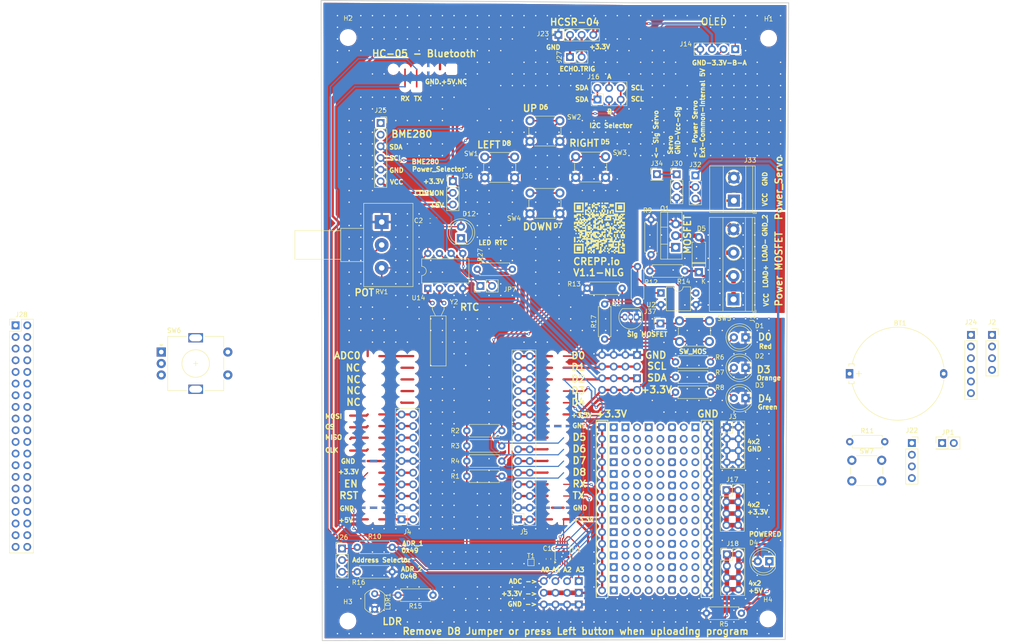
<source format=kicad_pcb>
(kicad_pcb (version 20240108) (generator "pcbnew") (generator_version "8.0")
  (layers (0 "F.Cu" signal) (31 "B.Cu" signal) (34 "B.Paste" user) (35 "F.Paste" user) (36 "B.SilkS" user "B.Silkscreen") (37 "F.SilkS" user "F.Silkscreen") (38 "B.Mask" user) (39 "F.Mask" user) (44 "Edge.Cuts" user))
  (net 0 "")
  (net 1 "Net-(D1-A)")
  (net 2 "Net-(D2-A)")
  (net 3 "/LED/RED_LED")
  (net 4 "Net-(D3-A)")
  (net 5 "/LED/ORANGE_LED")
  (net 6 "/LED/GREEN")
  (net 7 "/OLED/A")
  (net 8 "/OLED/B")
  (net 9 "/IO_Extender/A1")
  (net 10 "/IO_Extender/SDA")
  (net 11 "/LDR")
  (net 12 "/IO_Extender/A2")
  (net 13 "/IO_Extender/SCL")
  (net 14 "/IO_Extender/A3")
  (net 15 "Net-(U1-ALERT{slash}RDY)")
  (net 27 "+3.3V")
  (net 28 "Net-(D12-K)")
  (net 29 "Net-(JP7-A)")
  (net 30 "Net-(JP7-B)")
  (net 31 "Net-(U14-X2)")
  (net 32 "Net-(U14-X1)")
  (net 33 "+5V")
  (net 34 "Net-(D5-A)")
  (net 35 "Net-(D5-K)")
  (net 36 "Net-(Q1-G)")
  (net 37 "/POT")
  (net 132 "GND")
  (net 138 "GND_POWER")
  (net 139 "Net-(J26-Pin_1)")
  (net 140 "Net-(J26-Pin_3)")
  (net 141 "Net-(J26-Pin_2)")
  (net 143 "/MCU/GND")
  (net 144 "/MCU/SCL")
  (net 145 "/MCU/SDA")
  (net 146 "/MCU/+3.3V")
  (net 155 "Net-(D4-K)")
  (net 156 "Net-(J23-Pin_2)")
  (net 160 "Net-(J30-Pin_2)")
  (net 161 "Net-(J30-Pin_1)")
  (net 162 "/Power/Ext_Servo")
  (net 163 "Net-(J23-Pin_3)")
  (net 179 "/Sensors/VCC_Sensor")
  (net 180 "Net-(J37-Pin_1)")
  (net 183 "Net-(Q2-D)")
  (net 184 "Net-(R17-Pad1)")
  (net 187 "/UserActions/PB_LEFT")
  (net 188 "/UserActions/PB_UP")
  (net 189 "/UserActions/PB_RIGHT")
  (net 190 "/UserActions/PB_DOWN")
  (net 191 "/Bluetooth/TX")
  (net 192 "/MCU/Pin_2")
  (net 193 "/MCU/Pin_7")
  (net 194 "/MCU/Pin_21")
  (net 195 "/MCU/Pin_27")
  (net 196 "/MCU/Pin_17")
  (net 197 "/MCU/Pin_1")
  (net 198 "/MCU/Pin_15")
  (net 199 "/MCU/Pin_23")
  (net 200 "/MCU/Pin_5")
  (net 201 "/MCU/Pin_13")
  (net 202 "/MCU/Pin_25")
  (net 203 "/MCU/Pin_9")
  (net 204 "/MCU/Pin_29")
  (net 205 "/MCU/Pin_19")
  (net 206 "/MCU/Pin_22")
  (net 207 "/MCU/Pin_8")
  (net 208 "/MCU/Pin_16")
  (net 209 "/MCU/Pin_14")
  (net 210 "/MCU/Pin_10")
  (net 211 "/MCU/Pin_12")
  (net 212 "/MCU/Pin_30")
  (net 213 "/MCU/Pin_28")
  (net 214 "/MCU/Pin_26")
  (net 215 "/MCU/Pin_6")
  (net 216 "/MCU/Pin_24")
  (net 217 "/MCU/Pin_20")
  (net 220 "Net-(J28-Pin_15)")
  (net 221 "Net-(J28-Pin_5)")
  (net 237 "Net-(J28-Pin_35)")
  (net 247 "unconnected-(J28-Pin_1-Pad1)")
  (footprint "Resistor_THT:R_Axial_DIN0207_L6.3mm_D2.5mm_P7.62mm_Horizontal" (layer "F.Cu") (at 176.570194 97.028989)
    (property "Reference" "R7")
    (property "Value" "270")
  )
  (footprint "Connector_PinSocket_2.54mm:PinSocket_1x06_P2.54mm_Vertical" (layer "F.Cu") (at 112.333194 41.681989)
    (property "Reference" "J25")
    (property "Value" "BME")
  )
  (footprint "Potentiometer_THT:Potentiometer_Alps_RK163_Single_Horizontal" (layer "F.Cu") (at 112.562194 63.246989)
    (property "Reference" "RV1")
    (property "Value" "R_Potentiometer")
  )
  (footprint "Connector_PinHeader_2.54mm:PinHeader_1x04_P2.54mm_Vertical" (layer "F.Cu") (at 155.488194 146.558989 -90)
    (property "Reference" "J20" (hide yes))
    (property "Value" "GND_Analog" (hide yes))
  )
  (footprint "Connector_PinHeader_2.54mm:PinHeader_1x03_P2.54mm_Vertical" (layer "F.Cu") (at 176.824194 52.847989)
    (property "Reference" "J30")
    (property "Value" "Servo")
  )
  (footprint "Connector_PinHeader_2.54mm:PinHeader_2x04_P2.54mm_Vertical" (layer "F.Cu") (at 168.188194 92.202989 -90)
    (property "Reference" "J13" (hide yes))
    (property "Value" "Conn_02x04_Odd_Even" (hide yes))
  )
  (footprint "LED_THT:LED_D5.0mm" (layer "F.Cu") (at 191.810194 101.600989 180)
    (property "Reference" "D3")
    (property "Value" "LED")
  )
  (footprint "Button_Switch_THT:SW_PUSH_6mm" (layer "F.Cu") (at 144.872194 56.932989)
    (property "Reference" "SW4")
    (property "Value" "SW_Down" (hide yes))
  )
  (footprint "Connector_PinSocket_2.54mm:PinSocket_2x10_P2.54mm_Vertical" (layer "F.Cu") (at 116.880194 128.016989 180)
    (property "Reference" "J4")
    (property "Value" "Conn_01x20")
  )
  (footprint "Connector_PinHeader_2.54mm:PinHeader_2x04_P2.54mm_Vertical" (layer "F.Cu") (at 168.188194 97.282989 -90)
    (property "Reference" "J15" (hide yes))
    (property "Value" "Conn_02x04_Odd_Even" (hide yes))
  )
  (footprint "Resistor_THT:R_Axial_DIN0207_L6.3mm_D2.5mm_P7.62mm_Horizontal" (layer "F.Cu") (at 141.010194 73.533989 180)
    (property "Reference" "R27")
    (property "Value" "270")
  )
  (footprint "Connector_PinHeader_2.54mm:PinHeader_1x04_P2.54mm_Vertical" (layer "F.Cu") (at 155.488194 141.478989 -90)
    (property "Reference" "J19" (hide yes))
    (property "Value" "Analog_Inputs" (hide yes))
  )
  (footprint "Button_Switch_THT:SW_PUSH_6mm" (layer "F.Cu") (at 214.9752 115.1544)
    (property "Reference" "SW7")
    (property "Value" "SW_Center")
  )
  (footprint "Connector_PinSocket_2.54mm:PinSocket_1x04_P2.54mm_Vertical" (layer "F.Cu") (at 245.5152 87.8344)
    (property "Reference" "J2")
    (property "Value" "HC-SR04_VIRTUAL")
  )
  (footprint "Connector_PinHeader_2.54mm:PinHeader_2x03_P2.54mm_Vertical" (layer "F.Cu") (at 159.552194 36.576989 90)
    (property "Reference" "J16")
    (property "Value" "I2C_Selector")
  )
  (footprint "Connector_PinSocket_2.54mm:PinSocket_1x04_P2.54mm_Vertical" (layer "F.Cu") (at 228.0452 111.4044)
    (property "Reference" "J22")
    (property "Value" "OLED_SOCKET_VIRTUAL")
  )
  (footprint "MountingHole:MountingHole_3.2mm_M3" (layer "F.Cu") (at 196.839394 23.216589)
    (property "Reference" "H1")
    (property "Value" "MountingHole")
  )
  (footprint "MountingHole:MountingHole_3.2mm_M3" (layer "F.Cu") (at 196.686994 149.708589)
    (property "Reference" "H4")
    (property "Value" "MountingHole")
  )
  (footprint "MountingHole:MountingHole_3.2mm_M3" (layer "F.Cu") (at 105.246994 23.064189)
    (property "Reference" "H2")
    (property "Value" "MountingHole")
  )
  (footprint "TerminalBlock_Phoenix:TerminalBlock_Phoenix_MKDS-1,5-2_1x02_P5.00mm_Horizontal" (layer "F.Cu") (at 189.270194 58.594989 90)
    (property "Reference" "J33")
    (property "Value" "Screw_Terminal_01x02")
  )
  (footprint "Button_Switch_THT:SW_PUSH_6mm" (layer "F.Cu") (at 144.872194 41.184989)
    (property "Reference" "SW2")
    (property "Value" "SW_Up")
  )
  (footprint "Resistor_THT:R_Axial_DIN0207_L6.3mm_D2.5mm_P7.62mm_Horizontal" (layer "F.Cu") (at 131.104194 118.618989)
    (property "Reference" "R1")
    (property "Value" "10k")
  )
  (footprint "Connector_PinSocket_2.54mm:PinSocket_1x06_P2.54mm_Vertical" (layer "F.Cu") (at 240.9152 87.8344)
    (property "Reference" "J24")
    (property "Value" "BME_VIRTUAL")
  )
  (footprint "Connector_PinSocket_2.54mm:PinSocket_1x04_P2.54mm_Vertical" (layer "F.Cu") (at 151.043194 22.479989 90)
    (property "Reference" "J23")
    (property "Value" "HC-SR" (hide yes))
  )
  (footprint "Resistor_THT:R_Axial_DIN0207_L6.3mm_D2.5mm_P7.62mm_Horizontal" (layer "F.Cu") (at 161.126994 88.748589 90)
    (property "Reference" "R17")
    (property "Value" "1k")
  )
  (footprint "TestPoint:TestPoint_Pad_1.0x1.0mm" (layer "F.Cu") (at 145.074194 137.414989)
    (property "Reference" "T1")
    (property "Value" "TestPoint" (hide yes))
  )
  (footprint "LED_THT:LED_D5.0mm" (layer "F.Cu") (at 191.810194 88.392989 180)
    (property "Reference" "D1")
    (property "Value" "LED")
  )
  (footprint "Connector_PinHeader_2.54mm:PinHeader_1x04_P2.54mm_Vertical" (layer "F.Cu") (at 155.488194 144.018989 -90)
    (property "Reference" "J21" (hide yes))
    (property "Value" "+3.3V_Analog" (hide yes))
  )
  (footprint "Package_DIP:DIP-4_W7.62mm" (layer "F.Cu") (at 173.390194 78.708989)
    (property "Reference" "U2")
    (property "Value" "PC817")
  )
  (footprint "Connector_PinHeader_2.54mm:PinHeader_2x15_P2.54mm_Vertical" (layer "F.Cu") (at 160.568194 107.950989)
    (property "Reference" "J12" (hide yes))
    (property "Value" "Right_Connector" (hide yes))
  )
  (footprint "Connector_PinSocket_2.54mm:PinSocket_2x15_P2.54mm_Vertical" (layer "F.Cu") (at 142.280194 128.016989 180)
    (property "Reference" "J5")
    (property "Value" "Right_Connector" (hide yes))
  )
  (footprint "Button_Switch_THT:SW_PUSH_6mm" (layer "F.Cu") (at 154.830194 49.022989)
    (property "Reference" "SW3")
    (property "Value" "SW_Right")
  )
  (footprint "Resistor_THT:R_Axial_DIN0207_L6.3mm_D2.5mm_P7.62mm_Horizontal" (layer "F.Cu") (at 214.5252 111.1044)
    (property "Reference" "R11")
    (property "Value" "10k")
  )
  (footprint "LED_THT:LED_D5.0mm" (layer "F.Cu") (at 129.834194 66.802989 90)
    (property "Reference" "D12")
    (property "Value" "LED")
  )
  (footprint "Diode_THT:D_A-405_P7.62mm_Horizontal" (layer "F.Cu") (at 181.650194 74.168989 90)
    (property "Reference" "D5")
    (property "Value" "D")
  )
  (footprint "Resistor_THT:R_Axial_DIN0207_L6.3mm_D2.5mm_P7.62mm_Horizontal" (layer "F.Cu") (at 131.104194 108.712989)
    (property "Reference" "R2")
    (property "Value" "10k")
  )
  (footprint "OptoDevice:R_LDR_5.1x4.3mm_P3.4mm_Vertical" (layer "F.Cu") (at 111.038194 144.225789 -90)
    (property "Reference" "LDR1")
    (property "Value" "LDR07")
  )
  (footprint "Connector_PinHeader_2.54mm:PinHeader_1x02_P2.54mm_Vertical" (layer "F.Cu") (at 134.050594 77.166189 90)
    (property "Reference" "JP7")
    (property "Value" "Jumper")
  )
  (footprint "Connector_PinHeader_2.54mm:PinHeader_2x15_P2.54mm_Vertical" (layer "F.Cu") (at 180.888194 107.950989)
    (property "Reference" "J8" (hide yes))
    (property "Value" "Right_Connector" (hide yes))
  )
  (footprint "Connector_PinHeader_2.54mm:PinHeader_2x04_P2.54mm_Vertical" (layer "F.Cu") (at 187.658194 121.666989)
    (property "Reference" "J17")
    (property "Value" "Conn_02x04_Odd_Even")
  )
  (footprint "Connector_PinHeader_2.54mm:PinHeader_2x04_P2.54mm_Vertical" (layer "F.Cu") (at 187.746194 107.950989)
    (property "Reference" "J3")
    (property "Value" "Conn_02x04_Odd_Even")
  )
  (footprint "Package_SO:TSSOP-10_3x3mm_P0.5mm" (layer "F.Cu") (at 151.948194 135.264989 90)
    (property "Reference" "U1")
    (property "Value" "ADS1115IDGS")
  )
  (footprint "Connector_PinHeader_2.54mm:PinHeader_2x15_P2.54mm_Vertical" (layer "F.Cu") (at 165.648194 107.950989)
    (property "Reference" "J9" (hide yes))
    (property "Value" "Right_Connector" (hide yes))
  )
  (footprint "LED_THT:LED_D5.0mm" (layer "F.Cu") (at 197.017194 137.160989 180)
    (property "Reference" "D4")
    (property "Value" "LED")
  )
  (footprint "Connector_PinHeader_2.54mm:PinHeader_1x03_P2.54mm_Vertical" (layer "F.Cu") (at 128.056194 54.356989)
    (property "Reference" "J36")
    (property "Value" "Power_Selector" (hide yes))
  )
  (footprint "Resistor_THT:R_Axial_DIN0207_L6.3mm_D2.5mm_P7.62mm_Horizontal" (layer "F.Cu") (at 131.104194 112.014989)
    (property "Reference" "R3")
    (property "Value" "10k")
  )
  (footprint "Resistor_THT:R_Axial_DIN0207_L6.3mm_D2.5mm_P7.62mm_Horizontal" (layer "F.Cu") (at 190.921194 148.463989 180)
    (property "Reference" "R5")
    (property "Value" "270")
  )
  (footprint "Connector_PinHeader_2.54mm:PinHeader_1x03_P2.54mm_Vertical" (layer "F.Cu") (at 103.926194 134.366989)
    (property "Reference" "J26")
    (property "Value" "Addr_Selector" (hide yes))
  )
  (footprint "Connector_PinHeader_2.54mm:PinHeader_1x01_P2.54mm_Vertical" (layer "F.Cu") (at 173.268194 85.344989)
    (property "Reference" "J37")
    (property "Value" "Sig_MOSFET")
  )
  (footprint "Resistor_THT:R_Axial_DIN0207_L6.3mm_D2.5mm_P7.62mm_Horizontal" (layer "F.Cu") (at 107.228194 139.446989)
    (property "Reference" "R16")
    (property "Value" "10k")
  )
  (footprint "Resistor_THT:R_Axial_DIN0207_L6.3mm_D2.5mm_P7.62mm_Horizontal" (layer "F.Cu") (at 123.738194 144.526989 180)
    (property "Reference" "R15")
    (property "Value" "10k")
  )
  (footprint "Connector_PinHeader_2.54mm:PinHeader_2x15_P2.54mm_Vertical" (layer "F.Cu") (at 175.808194 107.950989)
    (property "Reference" "J11" (hide yes))
    (property "Value" "Right_Connector" (hide yes))
  )
  (footprint "Resistor_THT:R_Axial_DIN0207_L6.3mm_D2.5mm_P7.62mm_Horizontal" (layer "F.Cu") (at 168.289794 72.949789 -90)
    (property "Reference" "R12")
    (property "Value" "270")
  )
  (footprint "MountingHole:MountingHole_3.2mm_M3" (layer "F.Cu") (at 105.196194 150.165789)
    (property "Reference" "H3")
    (property "Value" "MountingHole")
  )
  (footprint "TerminalBlock_Phoenix:TerminalBlock_Phoenix_MKDS-1,5-4-5.08_1x04_P5.08mm_Horizontal" (layer "F.Cu") (at 189.200194 80.088989 90)
    (property "Reference" "J1")
    (property "Value" "Screw_Terminal_01x04")
  )
  (footprint "Capacitor_SMD:C_0603_1608Metric" (layer "F.Cu") (at 123.128594 62.992989 180)
    (property "Reference" "C2")
    (property "Value" "100nF")
  )
  (footprint "Connector_PinHeader_2.54mm:PinHeader_1x03_P2.54mm_Vertical" (layer "F.Cu") (at 180.888194 53.086989)
    (property "Reference" "J32")
    (property "Value" "Power_Servo_Selector")
  )
  (footprint "Rotary_Encoder:RotaryEncoder_Alps_EC11E-Switch_Vertical_H20mm" (layer "F.Cu") (at 64.5448 91.5708)
    (property "Reference" "SW6")
    (property "Value" "RotaryEncoder_Switch")
  )
  (footprint "Resistor_THT:R_Axial_DIN0207_L6.3mm_D2.5mm_P7.62mm_Horizontal" (layer "F.Cu") (at 176.570194 93.726989)
    (property "Reference" "R6")
    (property "Value" "270")
  )
  (footprint "Resistor_THT:R_Axial_DIN0207_L6.3mm_D2.5mm_P7.62mm_Horizontal" (layer "F.Cu") (at 176.570194 100.330989)
    (property "Reference" "R8")
    (property "Value" "270")
  )
  (footprint "Battery:Battery_Panasonic_CR2032-HFN_Horizontal_CircularHoles" (layer "F.Cu") (at 214.4752 96.296007)
    (property "Reference" "BT1")
    (property "Value" "Battery_Cell")
  )
  (footprint "Connector_PinHeader_2.54mm:PinHeader_2x15_P2.54mm_Vertical" (layer "F.Cu") (at 170.728194 107.950989)
    (property "Reference" "J10" (hide yes))
    (property "Value" "Right_Connector" (hide yes))
  )
  (footprint "Connector_PinHeader_2.54mm:PinHeader_1x02_P2.54mm_Vertical" (layer "F.Cu") (at 153.583194 27.305989 90)
    (property "Reference" "J27")
    (property "Value" "SIG_HCSR04" (hide yes))
  )
  (footprint "Crystal:Crystal_AT310_D3.0mm_L10.0mm_Horizontal" (layer "F.Cu") (at 123.611194 80.899989)
    (property "Reference" "Y2")
    (property "Value" "16MHz")
  )
  (footprint "Resistor_THT:R_Axial_DIN0207_L6.3mm_D2.5mm_P7.62mm_Horizontal" (layer "F.Cu") (at 157.316994 77.674189)
    (property "Reference" "R13")
    (property "Value" "10k")
  )
  (footprint "Package_TO_SOT_THT:TO-220-3_Vertical" (layer "F.Cu") (at 176.600194 68.758989 90)
    (property "Reference" "Q1")
    (property "Value" "IRF520")
  )
  (footprint "Button_Switch_THT:SW_PUSH_6mm" (layer "F.Cu") (at 135.018194 49.094989)
    (property "Reference" "SW1")
    (property "Value" "SW_Left")
  )
  (footprint "LOGO" (layer "F.Cu") (at 160.009394 64.618589)
    (property "Reference" "G***" (hide yes))
    (property "Value" "LOGO" (hide yes))
  )
  (footprint "Connector_PinHeader_2.54mm:PinHeader_2x04_P2.54mm_Vertical" (layer "F.Cu") (at 187.746194 135.636989)
    (property "Reference" "J18")
    (property "Value" "Conn_02x04_Odd_Even")
  )
  (footprint "Capacitor_SMD:C_0603_1608Metric" (layer "F.Cu") (at 148.884194 136.639989 -90)
    (property "Reference" "C1")
    (property "Value" "100nF")
  )
  (footprint "Connector_PinSocket_2.54mm:PinSocket_1x04_P2.54mm_Vertical" (layer "F.Cu") (at 189.574994 25.604189 -90)
    (property "Reference" "J14")
    (property "Value" "OLED_SOCKET")
  )
  (footprint "Connector_PinHeader_2.54mm:PinHeader_2x20_P2.54mm_Vertical" (layer "F.Cu") (at 32.8168 85.7504)
    (property "Reference" "J28")
    (property "Value" "Conn_02x20")
  )
  (footprint "Button_Switch_THT:SW_PUSH_6mm" (layer "F.Cu") (at 177.436194 84.786189)
    (property "Reference" "SW5")
    (property "Value" "SW_Left")
  )
  (footprint "Connector_PinHeader_2.54mm:PinHeader_1x01_P2.54mm_Vertical" (layer "F.Cu") (at 172.506194 52.832989)
    (property "Reference" "J34")
    (property "Value" "Sig_Servo")
  )
  (footprint "Resistor_THT:R_Axial_DIN0207_L6.3mm_D2.5mm_P7.62mm_Horizontal" (layer "F.Cu") (at 131.104194 115.316989)
    (property "Reference" "R4")
    (property "Value" "10k")
  )
  (footprint "Connector_PinHeader_2.54mm:PinHeader_2x01_P2.54mm_Vertical" (layer "F.Cu") (at 234.6452 111.4044)
    (property "Reference" "JP1")
    (property "Value" "J2.54MM")
  )
  (footprint "LED_THT:LED_D5.0mm" (layer "F.Cu") (at 191.810194 94.996989 180)
    (property "Reference" "D2")
    (property "Value" "LED")
  )
  (footprint "Resistor_THT:R_Axial_DIN0207_L6.3mm_D2.5mm_P7.62mm_Horizontal" (layer "F.Cu") (at 171.236194 70.358989 90)
    (property "Reference" "R9")
    (property "Value" "10k")
  )
  (footprint "Resistor_THT:R_Axial_DIN0207_L6.3mm_D2.5mm_P7.62mm_Horizontal" (layer "F.Cu") (at 178.602194 73.914989 180)
    (property "Reference" "R14")
    (property "Value" "1k")
  )
  (footprint "Resistor_THT:R_Axial_DIN0207_L6.3mm_D2.5mm_P7.62mm_Horizontal" (layer "F.Cu") (at 107.228194 134.112989)
    (property "Reference" "R10")
    (property "Value" "10k")
  )
  (footprint "Package_TO_SOT_THT:TO-92_Inline" (layer "F.Cu") (at 168.086594 83.968989 180)
    (property "Reference" "Q2")
    (property "Value" "2N7002")
  )
  (footprint "Package_DIP:DIP-8_W7.62mm" (layer "F.Cu") (at 122.605194 77.714989 90)
    (property "Reference" "U14")
    (property "Value" "DS1307+")
  )
  (gr_rect (start 182.158194 106.426989) (end 184.698194 145.034989) (stroke (width 0.2)) (fill none) (layer "F.SilkS"))
  (gr_rect (start 159.298194 106.426989) (end 161.838194 145.034989) (stroke (width 0.2)) (fill none) (layer "F.SilkS"))
  (gr_poly (pts (xy 201.2188 15.494) (xy 167.1828 15.494) (xy 166.9288 15.494) (xy 142.7988 15.24) (xy 99.3648 14.986) (xy 99.6188 154.432) (xy 200.4568 154.178)) (stroke (width 0.2)) (fill none) (layer "Edge.Cuts"))
  (gr_text "CREPP.io\nV1.1-NLG\n" (at 154.116594 75.134189 0) (layer "F.SilkS") (effects (font (size 1.5 1.5) (thickness 0.3) (bold yes)) (justify left bottom)))
  (gr_text "D8" (at 153.964194 118.618989 0) (layer "F.SilkS") (effects (font (size 1.5 1.5) (thickness 0.3) (bold yes)) (justify left bottom)))
  (gr_text "COMMON" (at 119.547194 57.531989 0) (layer "F.SilkS") (effects (font (size 1 1) (thickness 0.25) (bold yes)) (justify left bottom)))
  (gr_text "+3.3V" (at 121.452194 54.991989 0) (layer "F.SilkS") (effects (font (size 1 1) (thickness 0.25) (bold yes)) (justify left bottom)))
  (gr_text "GND_2" (at 196.636194 66.548989 90) (layer "F.SilkS") (effects (font (size 1 1) (thickness 0.25) (bold yes)) (justify left bottom)))
  (gr_text "GND.+5V.NC" (at 121.858594 33.274989 0) (layer "F.SilkS") (effects (font (size 1 1) (thickness 0.25) (bold yes)) (justify left bottom)))
  (gr_text "CLK" (at 100.116194 113.538989 0) (layer "F.SilkS") (effects (font (size 1 1) (thickness 0.25) (bold yes)) (justify left bottom)))
  (gr_text "POWERED" (at 192.445194 131.826989 0) (layer "F.SilkS") (effects (font (size 1 1) (thickness 0.25) (bold yes)) (justify left bottom)))
  (gr_text "Sig MOSFET" (at 165.851394 88.291389 0) (layer "F.SilkS") (effects (font (size 1 1) (thickness 0.25) (bold yes)) (justify left bottom)))
  (gr_text "D7" (at 149.798594 64.618589 0) (layer "F.SilkS") (effects (font (size 1 1) (thickness 0.25) (bold yes)) (justify left bottom)))
  (gr_text "+3.3V" (at 168.848594 100.635789 0) (layer "F.SilkS") (effects (font (size 1.5 1.5) (thickness 0.3) (bold yes)) (justify left bottom)))
  (gr_text "ECHO.TRIG" (at 151.170194 30.480989 0) (layer "F.SilkS") (effects (font (size 1 1) (thickness 0.25) (bold yes)) (justify left bottom)))
  (gr_text "NC" (at 104.688194 98.425989 0) (layer "F.SilkS") (effects (font (size 1.5 1.5) (thickness 0.3) (bold yes)) (justify left bottom)))
  (gr_text "Servo\nGND-Vcc-Sig" (at 177.636994 48.667389 90) (layer "F.SilkS") (effects (font (size 1 1) (thickness 0.25) (bold yes)) (justify left bottom)))
  (gr_text "D7" (at 153.964194 116.078989 0) (layer "F.SilkS") (effects (font (size 1.5 1.5) (thickness 0.3) (bold yes)) (justify left bottom)))
  (gr_text "HC-05 - Bluetooth" (at 110.276194 27.432989 0) (layer "F.SilkS") (effects (font (size 1.5 1.5) (thickness 0.3) (bold yes)) (justify left bottom)))
  (gr_text "GND" (at 103.291194 126.238989 0) (layer "F.SilkS") (effects (font (size 1 1) (thickness 0.25) (bold yes)) (justify left bottom)))
  (gr_text "+3.3V" (at 154.091194 128.651989 0) (layer "F.SilkS") (effects (font (size 1 1) (thickness 0.25) (bold yes)) (justify left bottom)))
  (gr_text "NC" (at 104.561194 95.885989 0) (layer "F.SilkS") (effects (font (size 1.5 1.5) (thickness 0.3) (bold yes)) (justify left bottom)))
  (gr_text "RST" (at 103.164194 123.698989 0) (layer "F.SilkS") (effects (font (size 1.5 1.5) (thickness 0.3) (bold yes)) (justify left bottom)))
  (gr_text "ADR_1" (at 116.880194 133.858989 0) (layer "F.SilkS") (effects (font (size 1 1) (thickness 0.25) (bold yes)) (justify left bottom)))
  (gr_text "GND" (at 148.249194 25.781989 0) (layer "F.SilkS") (effects (font (size 1 1) (thickness 0.25) (bold yes)) (justify left bottom)))
  (gr_text "ADC0" (at 102.021194 93.218989 0) (layer "F.SilkS") (effects (font (size 1.5 1.5) (thickness 0.3) (bold yes)) (justify left bottom)))
  (gr_text "Red" (at 194.604194 90.932989 0) (layer "F.SilkS") (effects (font (size 1 1) (thickness 0.25) (bold yes)) (justify left bottom)))
  (gr_text "GND-3.3V-B-A" (at 180.024594 29.160189 0) (layer "F.SilkS") (effects (font (size 1 1) (thickness 0.25) (bold yes)) (justify left bottom)))
  (gr_text "D3" (at 194.096194 96.266989 0) (layer "F.SilkS") (effects (font (size 1.5 1.5) (thickness 0.3) (bold yes)) (justify left bottom)))
  (gr_text "GND" (at 153.964194 108.204989 0) (layer "F.SilkS") (effects (font (size 1 1) (thickness 0.25) (bold yes)) (justify left bottom)))
  (gr_text "SCL" (at 166.714994 34.595789 0) (layer "F.SilkS") (effects (font (size 1 1) (thickness 0.25) (bold yes)) (justify left bottom)))
  (gr_text "+3.3V" (at 157.647194 25.654989 0) (layer "F.SilkS") (effects (font (size 1 1) (thickness 0.25) (bold yes)) (justify left bottom)))
  (gr_text "GND" (at 154.091194 126.111989 0) (layer "F.SilkS") (effects (font (size 1 1) (thickness 0.25) (bold yes)) (justify left bottom)))
  (gr_text "MOSI" (at 100.116194 106.172989 0) (layer "F.SilkS") (effects (font (size 1 1) (thickness 0.25) (bold yes)) (justify left bottom)))
  (gr_text "CS" (at 100.116194 108.458989 0) (layer "F.SilkS") (effects (font (size 1 1) (thickness 0.25) (bold yes)) (justify left bottom)))
  (gr_text "4x2\nGND" (at 192.064194 113.284989 0) (layer "F.SilkS") (effects (font (size 1 1) (thickness 0.25) (bold yes)) (justify left bottom)))
  (gr_text "RTC" (at 129.453194 82.677989 0) (layer "F.SilkS") (effects (font (size 1.5 1.5) (thickness 0.3) (bold yes)) (justify left bottom)))
  (gr_text "4x2\n+5V" (at 192.318194 144.145989 0) (layer "F.SilkS") (effects (font (size 1 1) (thickness 0.25) (bold yes)) (justify left bottom)))
  (gr_text "ADR_2" (at 116.626194 139.446989 0) (layer "F.SilkS") (effects (font (size 1 1) (thickness 0.25) (bold yes)) (justify left bottom)))
  (gr_text "A" (at 161.533394 32.157389 0) (layer "F.SilkS") (effects (font (size 1 1) (thickness 0.25) (bold yes)) (justify left bottom)))
  (gr_text "A3" (at 154.726194 139.573989 0) (layer "F.SilkS") (effects (font (size 1 1) (thickness 0.25) (bold yes)) (justify left bottom)))
  (gr_text "NC" (at 104.688194 100.838989 0) (layer "F.SilkS") (effects (font (size 1.5 1.5) (thickness 0.3) (bold yes)) (justify left bottom)))
  (gr_text "D8" (at 138.622594 46.686189 0) (layer "F.SilkS") (effects (font (size 1 1) (thickness 0.25) (bold yes)) (justify left bottom)))
  (gr_text "B" (at 161.533394 39.777389 0) (layer "F.SilkS") (effects (font (size 1 1) (thickness 0.25) (bold yes)) (justify left bottom)))
  (gr_text "TX" (at 153.964194 123.698989 0) (layer "F.SilkS") (effects (font (size 1.5 1.5) (thickness 0.3) (bold yes)) (justify left bottom)))
  (gr_text "HCSR-04" (at 149.036594 20.574989 0) (layer "F.SilkS") (effects (font (size 1.5 1.5) (thickness 0.3) (bold yes)) (justify left bottom)))
  (gr_text "<- Power Servo\nExt-Common-Internal 5V" (at 183.021794 49.429389 90) (layer "F.SilkS") (effects (font (size 1 1) (thickness 0.25) (bold yes)) (justify left bottom)))
  (gr_text "D5" (at 160.110994 46.381389 0) (layer "F.SilkS") (effects (font (size 1 1) (thickness 0.25) (bold yes)) (justify left bottom)))
  (gr_text "D2" (at 153.710194 98.298989 0) (layer "F.SilkS") (effects (font (size 1.5 1.5) (thickness 0.3) (bold yes)) (justify left bottom)))
  (gr_text "D6" (at 153.964194 113.538989 0) (layer "F.SilkS") (effects (font (size 1.5 1.5) (thickness 0.3) (bold yes)) (justify left bottom)))
  (gr_text "GND ->" (at 139.867194 147.066989 0) (layer "F.SilkS") (effects (font (size 1 1) (thickness 0.25) (bold yes)) (justify left bottom)))
  (gr_text "D0" (at 194.350194 89.154989 0) (layer "F.SilkS") (effects (font (size 1.5 1.5) (thickness 0.3) (bold yes)) (justify left bottom)))
  (gr_text "Remove D8 Jumper or press Left button when uploading program" (at 116.930994 153.264589 0) (layer "F.SilkS") (effects (font (size 1.5 1.5) (thickness 0.3) (bold yes)) (justify left bottom)))
  (gr_text "RIGHT" (at 153.252994 46.940189 0) (layer "F.SilkS") (effects (font (size 1.5 1.5) (thickness 0.3) (bold yes)) (justify left bottom)))
  (gr_text "TX\n" (at 119.420194 36.957989 0) (layer "F.SilkS") (effects (font (size 1 1) (thickness 0.25) (bold yes)) (justify left bottom)))
  (gr_text "I2C Selector" (at 157.672594 42.825389 0) (layer "F.SilkS") (effects (font (size 1 1) (thickness 0.25) (bold yes)) (justify left bottom)))
  (gr_text "D4" (at 153.710194 103.378989 0) (layer "F.SilkS") (effects (font (size 1.5 1.5) (thickness 0.3) (bold yes)) (justify left bottom)))
  (gr_text "D6" (at 146.699794 38.812189 0) (layer "F.SilkS") (effects (font (size 1 1) (thickness 0.25) (bold yes)) (justify left bottom)))
  (gr_text "MISO" (at 100.116194 110.744989 0) (layer "F.SilkS") (effects (font (size 1 1) (thickness 0.25) (bold yes)) (justify left bottom)))
  (gr_text "SDA" (at 154.573794 34.595789 0) (layer "F.SilkS") (effects (font (size 1 1) (thickness 0.25) (bold yes)) (justify left bottom)))
  (gr_text "SDA" (at 170.220194 98.044989 0) (layer "F.SilkS") (effects (font (size 1.5 1.5) (thickness 0.3) (bold yes)) (justify left bottom)))
  (gr_text "LDR" (at 112.562194 151.130989 0) (layer "F.SilkS") (effects (font (size 1.5 1.5) (thickness 0.3) (bold yes)) (justify left bottom)))
  (gr_text "A1" (at 149.519194 139.573989 0) (layer "F.SilkS") (effects (font (size 1 1) (thickness 0.25) (bold yes)) (justify left bottom)))
  (gr_text "POT" (at 106.466194 79.502989 0) (layer "F.SilkS") (effects (font (size 1.5 1.5) (thickness 0.3) (bold yes)) (justify left bottom)))
  (gr_text "<- Sig Servo" (at 172.887194 49.530989 90) (layer "F.SilkS") (effects (font (size 1 1) (thickness 0.25) (bold yes)) (justify left bottom)))
  (gr_text "SCL" (at 114.086194 49.911989 0) (layer "F.SilkS") (effects (font (size 1 1) (thickness 0.25) (bold yes)) (justify left bottom)))
  (gr_text "DOWN" (at 143.143794 65.126589 0) (layer "F.SilkS") (effects (font (size 1.5 1.5) (thickness 0.3) (bold yes)) (justify left bottom)))
  (gr_text "A0" (at 147.106194 139.573989 0) (layer "F.SilkS") (effects (font (size 1 1) (thickness 0.25) (bold yes)) (justify left bottom)))
  (gr_text "GND" (at 114.086194 52.578989 0) (layer "F.SilkS") (effects (font (size 1 1) (thickness 0.25) (bold yes)) (justify left bottom)))
  (gr_text "D5" (at 153.964194 110.998989 0) (layer "F.SilkS") (effects (font (size 1.5 1.5) (thickness 0.3) (bold yes)) (justify left bottom)))
  (gr_text "LED RTC" (at 133.517194 68.326989 0) (layer "F.SilkS") (effects (font (size 1 1) (thickness 0.25) (bold yes)) (justify left bottom)))
  (gr_text "+3.3V ->" (at 138.470194 144.780989 0) (layer "F.SilkS") (effects (font (size 1 1) (thickness 0.25) (bold yes)) (justify left bottom)))
  (gr_text "Orange" (at 194.096194 97.790989 0) (layer "F.SilkS") (effects (font (size 1 1) (thickness 0.25) (bold yes)) (justify left bottom)))
  (gr_text "LEFT" (at 133.186994 47.295789 0) (layer "F.SilkS") (effects (font (size 1.5 1.5) (thickness 0.3) (bold yes)) (justify left bottom)))
  (gr_text "A2" (at 151.932194 139.573989 0) (layer "F.SilkS") (effects (font (size 1 1) (thickness 0.25) (bold yes)) (justify left bottom)))
  (gr_text "UP" (at 143.143794 39.370989 0) (layer "F.SilkS") (effects (font (size 1.5 1.5) (thickness 0.3) (bold yes)) (justify left bottom)))
  (gr_text "GND" (at 169.762994 93.117389 0) (layer "F.SilkS") (effects (font (size 1.5 1.5) (thickness 0.3) (bold yes)) (justify left bottom)))
  (gr_text "D4" (at 194.350194 102.616989 0) (layer "F.SilkS") (effects (font (size 1.5 1.5) (thickness 0.3) (bold yes)) (justify left bottom)))
  (gr_text "BME280" (at 118.962994 50.699389 0) (layer "F.SilkS") (effects (font (size 1 1) (thickness 0.25) (bold yes)) (justify left bottom)))
  (gr_text "+5V" (at 122.849194 60.198989 0) (layer "F.SilkS") (effects (font (size 1 1) (thickness 0.25) (bold yes)) (justify left bottom)))
  (gr_text "4x2\n+3.3V" (at 192.064194 127.000989 0) (layer "F.SilkS") (effects (font (size 1 1) (thickness 0.25) (bold yes)) (justify left bottom)))
  (gr_text "SCL" (at 166.714994 37.034189 0) (layer "F.SilkS") (effects (font (size 1 1) (thickness 0.25) (bold yes)) (justify left bottom)))
  (gr_text "VCC" (at 114.213194 55.118989 0) (layer "F.SilkS") (effects (font (size 1 1) (thickness 0.25) (bold yes)) (justify left bottom)))
  (gr_text "Green" (at 194.350194 104.140989 0) (layer "F.SilkS") (effects (font (size 1 1) (thickness 0.25) (bold yes)) (justify left bottom)))
  (gr_text "GND" (at 181.142194 105.918989 0) (layer "F.SilkS") (effects (font (size 1.5 1.5) (thickness 0.3) (bold yes)) (justify left bottom)))
  (gr_text "D1" (at 153.710194 95.758989 0) (layer "F.SilkS") (effects (font (size 1.5 1.5) (thickness 0.3) (bold yes)) (justify left bottom)))
  (gr_text "D0" (at 153.710194 93.218989 0) (layer "F.SilkS") (effects (font (size 1.5 1.5) (thickness 0.3) (bold yes)) (justify left bottom)))
  (gr_text "SDA" (at 154.573794 37.135789 0) (layer "F.SilkS") (effects (font (size 1 1) (thickness 0.25) (bold yes)) (justify left bottom)))
  (gr_text "VCC" (at 196.890194 81.788989 90) (layer "F.SilkS") (effects (font (size 1 1) (thickness 0.25) (bold yes)) (justify left bottom)))
  (gr_text "OLED" (at 181.954994 20.473389 0) (layer "F.SilkS") (effects (font (size 1.5 1.5) (thickness 0.25) (bold yes)) (justify left bottom)))
  (gr_text "Address Selector" (at 106.008994 137.465789 0) (layer "F.SilkS") (effects (font (size 1 1) (thickness 0.25) (bold yes)) (justify left bottom)))
  (gr_text "0x49" (at 116.727794 135.382989 0) (layer "F.SilkS") (effects (font (size 1 1) (thickness 0.25) (bold yes)) (justify left bottom)))
  (gr_text "LOAD-" (at 196.636194 72.009989 90) (layer "F.SilkS") (effects (font (size 1 1) (thickness 0.25) (bold yes)) (justify left bottom)))
  (gr_text "+3.3V" (at 159.044194 105.918989 0) (layer "F.SilkS") (effects (font (size 1.5 1.5) (thickness 0.3) (bold yes)) (justify left bottom)))
  (gr_text "0x48" (at 116.422994 140.970989 0) (layer "F.SilkS") (effects (font (size 1 1) (thickness 0.25) (bold yes)) (justify left bottom)))
  (gr_text "+3.3V" (at 153.710194 105.918989 0) (layer "F.SilkS") (effects (font (size 1 1) (thickness 0.25) (bold yes)) (justify left bottom)))
  (gr_text "VCC  GND" (at 196.636194 59.944989 90) (layer "F.SilkS") (effects (font (size 1 1) (thickness 0.25) (bold yes)) (justify left bottom)))
  (gr_text "RX" (at 116.499194 36.957989 0) (layer "F.SilkS") (effects (font (size 1 1) (thickness 0.25) (bold yes)) (justify left bottom)))
  (gr_text "EN" (at 104.180194 121.158989 0) (layer "F.SilkS") (effects (font (size 1.5 1.5) (thickness 0.3) (bold yes)) (justify left bottom)))
  (gr_text "Power_Servo" (at 199.938194 62.992989 90) (layer "F.SilkS") (effects (font (size 1.5 1.5) (thickness 0.3) (bold yes)) (justify left bottom)))
  (gr_text "D3" (at 153.710194 100.838989 0) (layer "F.SilkS") (effects (font (size 1.5 1.5) (thickness 0.3) (bold yes)) (justify left bottom)))
  (gr_text "MOSFET" (at 180.024594 70.358989 90) (layer "F.SilkS") (effects (font (size 1.5 1.5) (thickness 0.3) (bold yes)) (justify left bottom)))
  (gr_text "SW_MOS" (at 177.179794 92.050589 0) (layer "F.SilkS") (effects (font (size 1 1) (thickness 0.25) (bold yes)) (justify left bottom)))
  (gr_text "+5V" (at 103.037194 128.778989 0) (layer "F.SilkS") (effects (font (size 1 1) (thickness 0.25) (bold yes)) (justify left bottom)))
  (gr_text "SDA" (at 114.086194 47.498989 0) (layer "F.SilkS") (effects (font (size 1 1) (thickness 0.25) (bold yes)) (justify left bottom)))
  (gr_text "Power MOSFET" (at 199.938194 81.788989 90) (layer "F.SilkS") (effects (font (size 1.5 1.5) (thickness 0.3) (bold yes)) (justify left bottom)))
  (gr_text "GND" (at 103.545194 115.951989 0) (layer "F.SilkS") (effects (font (size 1 1) (thickness 0.25) (bold yes)) (justify left bottom)))
  (gr_text "BME280" (at 114.492594 44.958989 0) (layer "F.SilkS") (effects (font (size 1.5 1.5) (thickness 0.3) (bold yes)) (justify left bottom)))
  (gr_text "SCL" (at 170.220194 95.504989 0) (layer "F.SilkS") (effects (font (size 1.5 1.5) (thickness 0.3) (bold yes)) (justify left bottom)))
  (gr_text "NC" (at 104.688194 103.378989 0) (layer "F.SilkS") (effects (font (size 1.5 1.5) (thickness 0.3) (bold yes)) (justify left bottom)))
  (gr_text "Power_Selector" (at 119.039194 52.324989 0) (layer "F.SilkS") (effects (font (size 1 1) (thickness 0.25) (bold yes)) (justify left bottom)))
  (gr_text "ADC ->" (at 140.121194 142.113989 0) (layer "F.SilkS") (effects (font (size 1 1) (thickness 0.25) (bold yes)) (justify left bottom)))
  (gr_text "+3.3V" (at 102.910194 118.237989 0) (layer "F.SilkS") (effects (font (size 1 1) (thickness 0.25) (bold yes)) (justify left bottom)))
  (gr_text "LOAD+" (at 196.763194 77.724989 90) (layer "F.SilkS") (effects (font (size 1 1) (thickness 0.25) (bold yes)) (justify left bottom)))
  (gr_text "RX" (at 153.964194 121.158989 0) (layer "F.SilkS") (effects (font (size 1.5 1.5) (thickness 0.3) (bold yes)) (justify left bottom)))
  (segment (start 105.704194 107.960989) (end 109.250194 107.960989) (width 0.5) (layer "F.Cu") (net 0))
  (segment (start 105.704194 113.040989) (end 109.250194 113.040989) (width 0.5) (layer "F.Cu") (net 0))
  (segment (start 109.250194 105.420989) (end 109.514194 105.156989) (width 0.5) (layer "F.Cu") (net 0))
  (segment (start 105.968194 110.236989) (end 105.704194 110.500989) (width 0.5) (layer "F.Cu") (net 0))
  (segment (start 109.250194 107.960989) (end 109.514194 107.696989) (width 0.5) (layer "F.Cu") (net 0))
  (segment (start 105.704194 105.420989) (end 109.250194 105.420989) (width 0.5) (layer "F.Cu") (net 0))
  (segment (start 109.250194 113.040989) (end 109.514194 112.776989) (width 0.5) (layer "F.Cu") (net 0))
  (segment (start 109.514194 110.236989) (end 105.968194 110.236989) (width 0.5) (layer "F.Cu") (net 0))
  (segment (start 184.190194 93.472989) (end 184.190194 93.726989) (width 0.25) (layer "F.Cu") (net 1))
  (segment (start 189.270194 88.392989) (end 184.190194 93.472989) (width 0.25) (layer "F.Cu") (net 1))
  (segment (start 187.238194 97.028989) (end 189.270194 94.996989) (width 0.25) (layer "F.Cu") (net 2))
  (segment (start 184.190194 97.028989) (end 187.238194 97.028989) (width 0.25) (layer "F.Cu") (net 2))
  (segment (start 173.166594 90.323389) (end 176.570194 93.726989) (width 0.35) (layer "F.Cu") (net 3))
  (segment (start 156.097794 90.323389) (end 173.166594 90.323389) (width 0.35) (layer "F.Cu") (net 3))
  (segment (start 152.186194 92.456989) (end 153.964194 92.456989) (width 0.35) (layer "F.Cu") (net 3))
  (segment (start 153.964194 92.456989) (end 156.097794 90.323389) (width 0.35) (layer "F.Cu") (net 3))
  (segment (start 188.000194 100.330989) (end 189.270194 101.600989) (width 0.25) (layer "F.Cu") (net 4))
  (segment (start 184.190194 100.330989) (end 188.000194 100.330989) (width 0.25) (layer "F.Cu") (net 4))
  (segment (start 160.060194 102.870989) (end 168.950194 102.870989) (width 0.35) (layer "F.Cu") (net 5))
  (segment (start 168.950194 102.870989) (end 174.792194 97.028989) (width 0.35) (layer "F.Cu") (net 5))
  (segment (start 156.758194 100.076989) (end 157.520194 99.314989) (width 0.35) (layer "F.Cu") (net 5))
  (segment (start 174.792194 97.028989) (end 176.570194 97.028989) (width 0.35) (layer "F.Cu") (net 5))
  (segment (start 152.186194 100.076989) (end 156.758194 100.076989) (width 0.35) (layer "F.Cu") (net 5))
  (segment (start 159.298194 103.632989) (end 160.060194 102.870989) (width 0.35) (layer "F.Cu") (net 5))
  (via (at 157.520194 99.314989) (size 0.6) (drill 0.3) (layers "F.Cu" "B.Cu") (net 5))
  (via (at 159.298194 103.632989) (size 0.6) (drill 0.3) (layers "F.Cu" "B.Cu") (net 5))
  (segment (start 158.282194 100.076989) (end 157.520194 99.314989) (width 0.35) (layer "B.Cu") (net 5))
  (segment (start 158.282194 102.616989) (end 158.282194 100.076989) (width 0.35) (layer "B.Cu") (net 5))
  (segment (start 159.298194 103.632989) (end 158.282194 102.616989) (width 0.35) (layer "B.Cu") (net 5))
  (segment (start 173.268194 103.632989) (end 171.490194 103.632989) (width 0.35) (layer "F.Cu") (net 6))
  (segment (start 170.982194 104.140989) (end 161.330194 104.140989) (width 0.35) (layer "F.Cu") (net 6))
  (segment (start 176.570194 100.330989) (end 173.268194 103.632989) (width 0.35) (layer "F.Cu") (net 6))
  (segment (start 152.186194 102.616989) (end 153.456194 102.616989) (width 0.35) (layer "F.Cu") (net 6))
  (segment (start 171.490194 103.632989) (end 170.982194 104.140989) (width 0.35) (layer "F.Cu") (net 6))
  (segment (start 161.330194 104.140989) (end 160.060194 105.410989) (width 0.35) (layer "F.Cu") (net 6))
  (segment (start 153.456194 102.616989) (end 154.726194 103.886989) (width 0.35) (layer "F.Cu") (net 6))
  (segment (start 160.060194 105.410989) (end 156.250194 105.410989) (width 0.35) (layer "F.Cu") (net 6))
  (via (at 154.726194 103.886989) (size 0.6) (drill 0.3) (layers "F.Cu" "B.Cu") (net 6))
  (via (at 156.250194 105.410989) (size 0.6) (drill 0.3) (layers "F.Cu" "B.Cu") (net 6))
  (segment (start 154.726194 103.886989) (end 156.250194 105.410989) (width 0.35) (layer "B.Cu") (net 6))
  (segment (start 170.499194 23.597989) (end 174.233394 19.863789) (width 0.25) (layer "F.Cu") (net 7))
  (segment (start 162.092194 34.036989) (end 162.092194 32.004989) (width 0.35) (layer "F.Cu") (net 7))
  (segment (start 187.288994 19.863789) (end 188.152594 20.727389) (width 0.25) (layer "F.Cu") (net 7))
  (segment (start 162.092194 32.004989) (end 170.499194 23.597989) (width 0.35) (layer "F.Cu") (net 7))
  (segment (start 188.152594 21.082989) (end 189.574994 22.505389) (width 0.25) (layer "F.Cu") (net 7))
  (segment (start 188.152594 20.727389) (end 188.152594 21.082989) (width 0.25) (layer "F.Cu") (net 7))
  (segment (start 174.233394 19.863789) (end 187.288994 19.863789) (width 0.25) (layer "F.Cu") (net 7))
  (segment (start 189.574994 22.505389) (end 189.574994 25.604189) (width 0.25) (layer "F.Cu") (net 7))
  (segment (start 162.092194 38.862989) (end 163.616194 40.386989) (width 0.35) (layer "F.Cu") (net 8))
  (segment (start 163.616194 40.386989) (end 168.848594 40.386989) (width 0.35) (layer "F.Cu") (net 8))
  (segment (start 162.092194 36.576989) (end 162.092194 38.862989) (width 0.35) (layer "F.Cu") (net 8))
  (segment (start 168.848594 40.386989) (end 179.770594 29.464989) (width 0.25) (layer "F.Cu") (net 8))
  (segment (start 180.837394 27.178989) (end 185.460194 27.178989) (width 0.25) (layer "F.Cu") (net 8))
  (segment (start 185.460194 27.178989) (end 187.034994 25.604189) (width 0.25) (layer "F.Cu") (net 8))
  (segment (start 179.770594 28.245789) (end 180.837394 27.178989) (width 0.25) (layer "F.Cu") (net 8))
  (segment (start 179.770594 29.464989) (end 179.770594 28.245789) (width 0.25) (layer "F.Cu") (net 8))
  (segment (start 150.408194 141.478989) (end 152.948194 138.938989) (width 0.25) (layer "F.Cu") (net 9))
  (segment (start 152.948194 138.938989) (end 152.948194 137.414989) (width 0.25) (layer "F.Cu") (net 9))
  (segment (start 130.342194 72.898989) (end 130.342194 70.211989) (width 0.35) (layer "F.Cu") (net 10))
  (segment (start 159.552194 34.036989) (end 159.552194 36.576989) (width 0.35) (layer "F.Cu") (net 10))
  (segment (start 168.188194 97.282989) (end 165.648194 97.282989) (width 0.5) (layer "F.Cu") (net 10))
  (segment (start 136.184194 36.576989) (end 129.834194 42.926989) (width 0.35) (layer "F.Cu") (net 10))
  (segment (start 152.186194 97.536989) (end 160.314194 97.536989) (width 0.5) (layer "F.Cu") (net 10))
  (segment (start 159.552194 36.576989) (end 136.184194 36.576989) (width 0.35) (layer "F.Cu") (net 10))
  (segment (start 160.568194 97.282989) (end 163.108194 97.282989) (width 0.5) (layer "F.Cu") (net 10))
  (segment (start 130.342194 70.211989) (end 130.225194 70.094989) (width 0.35) (layer "F.Cu") (net 10))
  (segment (start 151.448194 133.114989) (end 151.448194 131.850989) (width 0.25) (layer "F.Cu") (net 10))
  (segment (start 151.448194 131.850989) (end 151.424194 131.826989) (width 0.25) (layer "F.Cu") (net 10))
  (segment (start 160.314194 97.536989) (end 160.568194 97.282989) (width 0.5) (layer "F.Cu") (net 10))
  (segment (start 163.108194 97.282989) (end 165.648194 97.282989) (width 0.5) (layer "F.Cu") (net 10))
  (via (at 129.834194 42.926989) (size 0.6) (drill 0.3) (layers "F.Cu" "B.Cu") (net 10))
  (via (at 151.424194 131.826989) (size 0.6) (drill 0.3) (layers "F.Cu" "B.Cu") (net 10))
  (via (at 130.342194 72.898989) (size 0.6) (drill 0.3) (layers "F.Cu" "B.Cu") (net 10))
  (segment (start 129.834194 42.926989) (end 116.168194 42.926989) (width 0.35) (layer "B.Cu") (net 10))
  (segment (start 156.504194 126.746989) (end 156.504194 107.442989) (width 0.25) (layer "B.Cu") (net 10))
  (segment (start 130.225194 70.094989) (end 127.748694 67.618489) (width 0.35) (layer "B.Cu") (net 10))
  (segment (start 130.342194 73.914989) (end 130.342194 72.898989) (width 0.35) (layer "B.Cu") (net 10))
  (segment (start 155.234194 100.584989) (end 152.186194 97.536989) (width 0.25) (layer "B.Cu") (net 10))
  (segment (start 158.028194 104.902989) (end 155.234194 102.108989) (width 0.25) (layer "B.Cu") (net 10))
  (segment (start 132.120194 78.486989) (end 132.120194 75.692989) (width 0.35) (layer "B.Cu") (net 10))
  (segment (start 127.748694 62.177489) (end 112.333194 46.761989) (width 0.35) (layer "B.Cu") (net 10))
  (segment (start 160.568194 97.282989) (end 159.298194 97.282989) (width 0.35) (layer "B.Cu") (net 10))
  (segment (start 151.424194 131.826989) (end 156.504194 126.746989) (width 0.25) (layer "B.Cu") (net 10))
  (segment (start 155.234194 102.108989) (end 155.234194 100.584989) (width 0.25) (layer "B.Cu") (net 10))
  (segment (start 116.168194 42.926989) (end 112.333194 46.761989) (width 0.35) (layer "B.Cu") (net 10))
  (segment (start 158.028194 105.918989) (end 158.028194 104.902989) (width 0.25) (layer "B.Cu") (net 10))
  (segment (start 132.120194 75.692989) (end 130.342194 73.914989) (width 0.35) (layer "B.Cu") (net 10))
  (segment (start 134.406194 80.264989) (end 133.898194 80.264989) (width 0.35) (layer "B.Cu") (net 10))
  (segment (start 159.298194 97.282989) (end 157.774194 95.758989) (width 0.35) (layer "B.Cu") (net 10))
  (segment (start 157.774194 95.758989) (end 142.280194 80.264989) (width 0.35) (layer "B.Cu") (net 10))
  (segment (start 132.374194 78.740989) (end 132.120194 78.486989) (width 0.35) (layer "B.Cu") (net 10))
  (segment (start 133.898194 80.264989) (end 132.374194 78.740989) (width 0.35) (layer "B.Cu") (net 10))
  (segment (start 127.748694 67.618489) (end 127.748694 62.177489) (width 0.35) (layer "B.Cu") (net 10))
  (segment (start 156.504194 107.442989) (end 158.028194 105.918989) (width 0.25) (layer "B.Cu") (net 10))
  (segment (start 142.280194 80.264989) (end 134.406194 80.264989) (width 0.35) (layer "B.Cu") (net 10))
  (segment (start 131.612194 141.478989) (end 147.868194 141.478989) (width 0.25) (layer "F.Cu") (net 11))
  (segment (start 151.424194 139.446989) (end 152.448194 138.422989) (width 0.25) (layer "F.Cu") (net 11))
  (segment (start 125.770194 147.320989) (end 131.612194 141.478989) (width 0.25) (layer "F.Cu") (net 11))
  (segment (start 152.448194 138.422989) (end 152.448194 137.414989) (width 0.25) (layer "F.Cu") (net 11))
  (segment (start 116.118194 144.526989) (end 117.642194 144.526989) (width 0.25) (layer "F.Cu") (net 11))
  (segment (start 149.900194 139.446989) (end 150.408194 139.446989) (width 0.25) (layer "F.Cu") (net 11))
  (segment (start 116.118194 144.526989) (end 111.339394 144.526989) (width 0.2) (layer "F.Cu") (net 11))
  (segment (start 120.436194 147.320989) (end 125.770194 147.320989) (width 0.25) (layer "F.Cu") (net 11))
  (segment (start 111.339394 144.526989) (end 111.038194 144.225789) (width 0.2) (layer "F.Cu") (net 11))
  (segment (start 147.868194 141.478989) (end 149.900194 139.446989) (width 0.25) (layer "F.Cu") (net 11))
  (segment (start 150.408194 139.446989) (end 151.424194 139.446989) (width 0.25) (layer "F.Cu") (net 11))
  (segment (start 117.642194 144.526989) (end 120.436194 147.320989) (width 0.25) (layer "F.Cu") (net 11))
  (segment (start 153.964194 135.890989) (end 152.948194 134.874989) (width 0.25) (layer "F.Cu") (net 12))
  (segment (start 153.964194 140.462989) (end 153.964194 135.890989) (width 0.25) (layer "F.Cu") (net 12))
  (segment (start 152.948194 141.478989) (end 153.964194 140.462989) (width 0.25) (layer "F.Cu") (net 12))
  (segment (start 152.948194 134.874989) (end 152.948194 133.114989) (width 0.25) (layer "F.Cu") (net 12))
  (segment (start 137.708194 38.608989) (end 130.850194 45.466989) (width 0.35) (layer "F.Cu") (net 13))
  (segment (start 165.648194 94.742989) (end 163.108194 94.742989) (width 0.5) (layer "F.Cu") (net 13))
  (segment (start 150.948194 133.572989) (end 150.154194 134.366989) (width 0.25) (layer "F.Cu") (net 13))
  (segment (start 160.314194 94.996989) (end 160.568194 94.742989) (width 0.5) (layer "F.Cu") (net 13))
  (segment (start 116.397194 49.301989) (end 112.333194 49.301989) (width 0.35) (layer "F.Cu") (net 13))
  (segment (start 117.388194 49.784989) (end 116.880194 49.784989) (width 0.35) (layer "F.Cu") (net 13))
  (segment (start 168.188194 94.742989) (end 165.648194 94.742989) (width 0.5) (layer "F.Cu") (net 13))
  (segment (start 163.108194 94.742989) (end 160.568194 94.742989) (width 0.5) (layer "F.Cu") (net 13))
  (segment (start 116.880194 49.784989) (end 116.397194 49.301989) (width 0.35) (layer "F.Cu") (net 13))
  (segment (start 159.044194 39.624989) (end 155.742194 39.624989) (width 0.35) (layer "F.Cu") (net 13))
  (segment (start 150.948194 133.114989) (end 150.948194 133.572989) (width 0.25) (layer "F.Cu") (net 13))
  (segment (start 155.742194 39.624989) (end 154.726194 38.608989) (width 0.35) (layer "F.Cu") (net 13))
  (segment (start 154.726194 38.608989) (end 137.708194 38.608989) (width 0.35) (layer "F.Cu") (net 13))
  (segment (start 152.186194 94.996989) (end 160.314194 94.996989) (width 0.5) (layer "F.Cu") (net 13))
  (segment (start 164.632194 34.036989) (end 164.632194 36.576989) (width 0.35) (layer "F.Cu") (net 13))
  (via (at 159.044194 39.624989) (size 0.6) (drill 0.3) (layers "F.Cu" "B.Cu") (net 13))
  (via (at 117.388194 49.784989) (size 0.6) (drill 0.3) (layers "F.Cu" "B.Cu") (net 13))
  (via (at 150.154194 134.366989) (size 0.6) (drill 0.3) (layers "F.Cu" "B.Cu") (net 13))
  (via (at 130.850194 45.466989) (size 0.6) (drill 0.3) (layers "F.Cu" "B.Cu") (net 13))
  (segment (start 126.532194 49.784989) (end 117.388194 49.784989) (width 0.35) (layer "B.Cu") (net 13))
  (segment (start 127.685194 70.094989) (end 126.744194 69.153989) (width 0.35) (layer "B.Cu") (net 13))
  (segment (start 160.568194 104.648989) (end 160.568194 102.616989) (width 0.25) (layer "B.Cu") (net 13))
  (segment (start 157.520194 107.696989) (end 160.568194 104.648989) (width 0.25) (layer "B.Cu") (net 13))
  (segment (start 126.744194 63.712989) (end 112.333194 49.301989) (width 0.35) (layer "B.Cu") (net 13))
  (segment (start 158.790194 122.936989) (end 157.520194 121.666989) (width 0.25) (layer "B.Cu") (net 13))
  (segment (start 163.108194 39.624989) (end 159.044194 39.624989) (width 0.35) (layer "B.Cu") (net 13))
  (segment (start 159.044194 101.092989) (end 159.044194 99.568989) (width 0.25) (layer "B.Cu") (net 13))
  (segment (start 160.568194 94.742989) (end 159.366113 94.742989) (width 0.35) (layer "B.Cu") (net 13))
  (segment (start 129.219194 71.628989) (end 127.685194 70.094989) (width 0.35) (layer "B.Cu") (net 13))
  (segment (start 136.252113 71.628989) (end 129.219194 71.628989) (width 0.35) (layer "B.Cu") (net 13))
  (segment (start 164.632194 36.576989) (end 164.632194 38.100989) (width 0.35) (layer "B.Cu") (net 13))
  (segment (start 160.568194 102.616989) (end 159.044194 101.092989) (width 0.25) (layer "B.Cu") (net 13))
  (segment (start 126.744194 69.153989) (end 126.744194 63.712989) (width 0.35) (layer "B.Cu") (net 13))
  (segment (start 159.366113 94.742989) (end 136.252113 71.628989) (width 0.35) (layer "B.Cu") (net 13))
  (segment (start 153.202194 134.366989) (end 158.790194 128.778989) (width 0.25) (layer "B.Cu") (net 13))
  (segment (start 157.520194 121.666989) (end 157.520194 107.696989) (width 0.25) (layer "B.Cu") (net 13))
  (segment (start 130.850194 45.466989) (end 126.532194 49.784989) (width 0.35) (layer "B.Cu") (net 13))
  (segment (start 154.472194 94.996989) (end 152.186194 94.996989) (width 0.25) (layer "B.Cu") (net 13))
  (segment (start 159.044194 99.568989) (end 154.472194 94.996989) (width 0.25) (layer "B.Cu") (net 13))
  (segment (start 164.632194 38.100989) (end 163.870194 38.862989) (width 0.35) (layer "B.Cu") (net 13))
  (segment (start 150.154194 134.366989) (end 153.202194 134.366989) (width 0.25) (layer "B.Cu") (net 13))
  (segment (start 158.790194 128.778989) (end 158.790194 122.936989) (width 0.25) (layer "B.Cu") (net 13))
  (segment (start 163.870194 38.862989) (end 163.108194 39.624989) (width 0.35) (layer "B.Cu") (net 13))
  (segment (start 152.448194 132.39398) (end 152.448194 133.114989) (width 0.25) (layer "F.Cu") (net 14))
  (segment (start 153.015185 131.826989) (end 152.448194 132.39398) (width 0.25) (layer "F.Cu") (net 14))
  (segment (start 155.488194 133.858989) (end 153.456194 131.826989) (width 0.25) (layer "F.Cu") (net 14))
  (segment (start 155.488194 141.478989) (end 155.488194 133.858989) (width 0.25) (layer "F.Cu") (net 14))
  (segment (start 153.456194 131.826989) (end 153.015185 131.826989) (width 0.25) (layer "F.Cu") (net 14))
  (segment (start 145.849194 136.639989) (end 150.167194 136.639989) (width 0.25) (layer "F.Cu") (net 15))
  (segment (start 151.448194 136.676989) (end 151.448194 137.414989) (width 0.25) (layer "F.Cu") (net 15))
  (segment (start 151.170194 136.398989) (end 151.448194 136.676989) (width 0.25) (layer "F.Cu") (net 15))
  (segment (start 145.074194 137.414989) (end 145.849194 136.639989) (width 0.25) (layer "F.Cu") (net 15))
  (segment (start 150.167194 136.639989) (end 150.408194 136.398989) (width 0.25) (layer "F.Cu") (net 15))
  (segment (start 150.408194 136.398989) (end 151.170194 136.398989) (width 0.25) (layer "F.Cu") (net 15))
  (segment (start 160.568194 125.730989) (end 160.568194 128.270989) (width 0.5) (layer "F.Cu") (net 27))
  (segment (start 122.605194 66.046989) (end 122.611194 66.040989) (width 0.25) (layer "F.Cu") (net 27))
  (segment (start 190.198194 129.286989) (end 187.658194 129.286989) (width 1) (layer "F.Cu") (net 27))
  (segment (start 128.056194 40.640989) (end 128.056194 54.356989) (width 0.5) (layer "F.Cu") (net 27))
  (segment (start 123.484194 64.262989) (end 122.611194 65.135989) (width 0.25) (layer "F.Cu") (net 27))
  (segment (start 199.557194 142.748989) (end 197.017194 145.288989) (width 0.5) (layer "F.Cu") (net 27))
  (segment (start 190.198194 126.746989) (end 190.198194 129.286989) (width 1) (layer "F.Cu") (net 27))
  (segment (start 187.658194 126.746989) (end 190.198194 126.746989) (width 1) (layer "F.Cu") (net 27))
  (segment (start 122.611194 65.135989) (end 122.611194 66.040989) (width 0.25) (layer "F.Cu") (net 27))
  (segment (start 199.557194 134.747989) (end 199.557194 142.748989) (width 0.5) (layer "F.Cu") (net 27))
  (segment (start 131.104194 118.618989) (end 131.104194 115.316989) (width 0.35) (layer "F.Cu") (net 27))
  (segment (start 152.186194 132.019584) (end 151.948194 132.257584) (width 0.25) (layer "F.Cu") (net 27))
  (segment (start 187.658194 121.666989) (end 190.198194 121.666989) (width 1) (layer "F.Cu") (net 27))
  (segment (start 165.648194 99.822989) (end 163.108194 99.822989) (width 0.5) (layer "F.Cu") (net 27))
  (segment (start 158.663194 20.701989) (end 158.282194 20.320989) (width 0.5) (layer "F.Cu") (net 27))
  (segment (start 129.834194 64.262989) (end 123.890594 64.262989) (width 0.25) (layer "F.Cu") (net 27))
  (segment (start 193.334194 146.304989) (end 159.298194 146.304989) (width 0.5) (layer "F.Cu") (net 27))
  (segment (start 160.568194 115.570989) (end 160.568194 118.110989) (width 0.5) (layer "F.Cu") (net 27))
  (segment (start 112.562194 73.246989) (end 119.453194 73.246989) (width 0.25) (layer "F.Cu") (net 27))
  (segment (start 157.520194 143.510989) (end 157.012194 144.018989) (width 0.5) (layer "F.Cu") (net 27))
  (segment (start 160.568194 130.810989) (end 160.568194 133.350989) (width 0.5) (layer "F.Cu") (net 27))
  (segment (start 160.568194 113.030989) (end 160.568194 115.570989) (width 0.5) (layer "F.Cu") (net 27))
  (segment (start 131.104194 115.316989) (end 131.104194 112.014989) (width 0.35) (layer "F.Cu") (net 27))
  (segment (start 143.016194 135.864989) (end 141.264194 134.112989) (width 0.25) (layer "F.Cu") (net 27))
  (segment (start 158.663194 22.479989) (end 160.822194 20.320989) (width 0.5) (layer "F.Cu") (net 27))
  (segment (start 150.023194 135.864989) (end 151.948194 133.939989) (width 0.25) (layer "F.Cu") (net 27))
  (segment (start 187.658194 121.666989) (end 187.658194 124.206989) (width 1) (layer "F.Cu") (net 27))
  (segment (start 160.568194 128.270989) (end 160.568194 130.810989) (width 0.5) (layer "F.Cu") (net 27))
  (segment (start 157.647194 140.970989) (end 157.520194 141.097989) (width 0.5) (layer "F.Cu") (net 27))
  (segment (start 155.234194 105.52636) (end 155.234194 105.156989) (width 0.5) (layer "F.Cu") (net 27))
  (segment (start 107.609194 130.937989) (end 106.720194 130.048989) (width 0.25) (layer "F.Cu") (net 27))
  (segment (start 114.848194 134.112989) (end 110.784194 134.112989) (width 0.25) (layer "F.Cu") (net 27))
  (segment (start 141.264194 134.112989) (end 131.104194 134.112989) (width 0.25) (layer "F.Cu") (net 27))
  (segment (start 151.948194 132.257584) (end 151.948194 133.114989) (width 0.25) (layer "F.Cu") (net 27))
  (segment (start 160.568194 113.030989) (end 160.568194 110.490989) (width 0.5) (layer "F.Cu") (net 27))
  (segment (start 123.890594 64.262989) (end 123.484194 64.262989) (width 0.25) (layer "F.Cu") (net 27))
  (segment (start 129.834194 56.134989) (end 129.834194 64.262989) (width 0.35) (layer "F.Cu") (net 27))
  (segment (start 110.784194 134.112989) (end 107.609194 130.937989) (width 0.25) (layer "F.Cu") (net 27))
  (segment (start 161.126994 20.016189) (end 170.728194 20.016189) (width 0.5) (layer "F.Cu") (net 27))
  (segment (start 152.948194 144.018989) (end 150.408194 144.018989) (width 1) (layer "F.Cu") (net 27))
  (segment (start 160.314194 128.016989) (end 160.568194 128.270989) (width 0.5) (layer "F.Cu") (net 27))
  (segment (start 131.104194 134.112989) (end 114.848194 134.112989) (width 0.25) (layer "F.Cu") (net 27))
  (segment (start 160.568194 138.430989) (end 160.568194 140.970989) (width 0.5) (layer "F.Cu") (net 27))
  (segment (start 155.488194 144.018989) (end 157.012194 144.018989) (width 0.5) (layer "F.Cu") (net 27))
  (segment (start 160.568194 99.822989) (end 163.108194 99.822989) (width 0.5) (layer "F.Cu") (net 27))
  (segment (start 157.520194 130.810989) (end 157.520194 141.097989) (width 0.5) (layer "F.Cu") (net 27))
  (segment (start 160.822194 20.320989) (end 161.126994 20.016189) (width 0.5) (layer "F.Cu") (net 27))
  (segment (start 154.726194 128.016989) (end 157.520194 130.810989) (width 0.5) (layer "F.Cu") (net 27))
  (segment (start 168.188194 99.822989) (end 165.648194 99.822989) (width 0.5) (layer "F.Cu") (net 27))
  (segment (start 194.350194 133.438989) (end 198.248194 133.438989) (width 0.5) (layer "F.Cu") (net 27))
  (segment (start 155.488194 144.018989) (end 152.948194 144.018989) (width 1) (layer "F.Cu") (net 27))
  (segment (start 152.186194 128.016989) (end 152.186194 132.019584) (width 0.25) (layer "F.Cu") (net 27))
  (segment (start 160.568194 120.650989) (end 160.568194 123.190989) (width 0.5) (layer "F.Cu") (net 27))
  (segment (start 106.466194 126.238989) (end 106.466194 120.904989) (width 0.25) (layer "F.Cu") (net 27))
  (segment (start 197.017194 145.288989) (end 194.350194 145.288989) (width 0.5) (layer "F.Cu") (net 27))
  (segment (start 148.376194 20.320989) (end 128.056194 40.640989) (width 0.5) (layer "F.Cu") (net 27))
  (segment (start 122.605194 70.094989) (end 122.605194 66.046989) (width 0.25) (layer "F.Cu") (net 27))
  (segment (start 148.884194 135.864989) (end 143.016194 135.864989) (width 0.25) (layer "F.Cu") (net 27))
  (segment (start 194.350194 145.288989) (end 193.334194 146.304989) (width 0.5) (layer "F.Cu") (net 27))
  (segment (start 123.903594 62.992989) (end 123.903594 64.249989) (width 0.25) (layer "F.Cu") (net 27))
  (segment (start 151.948194 133.939989) (end 151.948194 133.114989) (width 0.25) (layer "F.Cu") (net 27))
  (segment (start 198.248194 133.438989) (end 199.557194 134.747989) (width 0.5) (layer "F.Cu") (net 27))
  (segment (start 147.868194 144.018989) (end 150.408194 144.018989) (width 1) (layer "F.Cu") (net 27))
  (segment (start 159.298194 146.304989) (end 157.012194 144.018989) (width 0.5) (layer "F.Cu") (net 27))
  (segment (start 160.568194 118.110989) (end 160.568194 120.650989) (width 0.5) (layer "F.Cu") (net 27))
  (segment (start 106.466194 120.904989) (end 109.514194 117.856989) (width 0.25) (layer "F.Cu") (net 27))
  (segment (start 187.658194 124.206989) (end 187.658194 126.746989) (width 1) (layer "F.Cu") (net 27))
  (segment (start 112.562194 79.756989) (end 112.562194 73.246989) (width 0.35) (layer "F.Cu") (net 27))
  (segment (start 158.282194 20.320989) (end 148.376194 20.320989) (width 0.5) (layer "F.Cu") (net 27))
  (segment (start 155.234194 105.156989) (end 160.568194 99.822989) (width 0.5) (layer "F.Cu") (net 27))
  (segment (start 158.663194 22.479989) (end 158.663194 20.701989) (width 0.5) (layer "F.Cu") (net 27))
  (segment (start 157.520194 141.097989) (end 157.520194 143.510989) (width 0.5) (layer "F.Cu") (net 27))
  (segment (start 152.186194 128.016989) (end 160.314194 128.016989) (width 0.5) (layer "F.Cu") (net 27))
  (segment (start 187.658194 126.746989) (end 187.658194 129.286989) (width 1) (layer "F.Cu") (net 27))
  (segment (start 131.104194 108.712989) (end 131.104194 112.014989) (width 0.35) (layer "F.Cu") (net 27))
  (segment (start 131.104194 98.298989) (end 112.562194 79.756989) (width 0.35) (layer "F.Cu") (net 27))
  (segment (start 187.658194 124.206989) (end 190.198194 124.206989) (width 1) (layer "F.Cu") (net 27))
  (segment (start 152.186194 105.156989) (end 155.234194 105.156989) (width 0.5) (layer "F.Cu") (net 27))
  (segment (start 131.104194 118.618989) (end 131.104194 134.112989) (width 0.35) (layer "F.Cu") (net 27))
  (segment (start 160.568194 107.950989) (end 157.658823 107.950989) (width 0.5) (layer "F.Cu") (net 27))
  (segment (start 148.884194 135.864989) (end 150.023194 135.864989) (width 0.25) (layer "F.Cu") (net 27))
  (segment (start 106.720194 130.048989) (end 106.466194 130.048989) (width 0.25) (layer "F.Cu") (net 27))
  (segment (start 128.056194 54.356989) (end 129.834194 56.134989) (width 0.35) (layer "F.Cu") (net 27))
  (segment (start 160.568194 123.190989) (end 160.568194 125.730989) (width 0.5) (layer "F.Cu") (net 27))
  (segment (start 157.658823 107.950989) (end 155.234194 105.52636) (width 0.5) (layer "F.Cu") (net 27))
  (segment (start 190.198194 121.666989) (end 190.198194 124.206989) (width 1) (layer "F.Cu") (net 27))
  (segment (start 152.186194 128.016989) (end 154.726194 128.016989) (width 0.5) (layer "F.Cu") (net 27))
  (segment (start 160.568194 140.970989) (end 157.647194 140.970989) (width 0.5) (layer "F.Cu") (net 27))
  (segment (start 160.568194 135.890989) (end 160.568194 138.430989) (width 0.5) (layer "F.Cu") (net 27))
  (segment (start 123.903594 64.249989) (end 123.890594 64.262989) (width 0.25) (layer "F.Cu") (net 27))
  (segment (start 190.198194 124.206989) (end 190.198194 126.746989) (width 1) (layer "F.Cu") (net 27))
  (segment (start 190.198194 129.286989) (end 194.350194 133.438989) (width 0.5) (layer "F.Cu") (net 27))
  (segment (start 160.568194 107.950989) (end 160.568194 110.490989) (width 0.5) (layer "F.Cu") (net 27))
  (segment (start 131.104194 108.712989) (end 131.104194 98.298989) (width 0.35) (layer "F.Cu") (net 27))
  (segment (start 160.568194 133.350989) (end 160.568194 135.890989) (width 0.5) (layer "F.Cu") (net 27))
  (segment (start 119.453194 73.246989) (end 122.605194 70.094989) (width 0.25) (layer "F.Cu") (net 27))
  (segment (start 160.568194 143.510989) (end 160.568194 140.970989) (width 0.5) (layer "F.Cu") (net 27))
  (via (at 106.466194 130.048989) (size 0.6) (drill 0.3) (layers "F.Cu" "B.Cu") (net 27))
  (via (at 170.728194 20.016189) (size 0.6) (drill 0.3) (layers "F.Cu" "B.Cu") (net 27))
  (via (at 106.466194 126.238989) (size 0.6) (drill 0.3) (layers "F.Cu" "B.Cu") (net 27))
  (segment (start 168.188194 99.822989) (end 170.053194 97.957989) (width 0.35) (layer "B.Cu") (net 27))
  (segment (start 123.738194 144.526989) (end 123.738194 143.002989) (width 0.25) (layer "B.Cu") (net 27))
  (segment (start 106.466194 130.048989) (end 106.466194 126.238989) (width 0.25) (layer "B.Cu") (net 27))
  (segment (start 170.053194 82.161989) (end 168.370194 80.478989) (width 0.35) (layer "B.Cu") (net 27))
  (segment (start 184.494994 22.403789) (end 184.494994 25.604189) (width 0.5) (layer "B.Cu") (net 27))
  (segment (start 168.289794 80.569789) (end 161.685794 80.569789) (width 0.35) (layer "B.Cu") (net 27))
  (segment (start 123.738194 143.002989) (end 114.848194 134.112989) (width 0.25) (layer "B.Cu") (net 27))
  (segment (start 161.685794 80.569789) (end 161.126994 81.128589) (width 0.35) (layer "B.Cu") (net 27))
  (segment (start 170.053194 97.957989) (end 170.053194 82.161989) (width 0.35) (layer "B.Cu") (net 27))
  (segment (start 170.728194 20.016189) (end 182.107394 20.016189) (width 0.5) (layer "B.Cu") (net 27))
  (segment (start 182.107394 20.016189) (end 184.494994 22.403789) (width 0.5) (layer "B.Cu") (net 27))
  (segment (start 136.692194 73.533989) (end 129.961194 66.802989) (width 0.25) (layer "F.Cu") (net 28))
  (segment (start 141.010194 73.533989) (end 136.692194 73.533989) (width 0.25) (layer "F.Cu") (net 28))
  (segment (start 129.961194 66.802989) (end 129.834194 66.802989) (width 0.25) (layer "F.Cu") (net 28))
  (segment (start 132.755194 75.819989) (end 134.025194 77.089989) (width 0.25) (layer "F.Cu") (net 29))
  (segment (start 130.870194 75.819989) (end 132.755194 75.819989) (width 0.25) (layer "F.Cu") (net 29))
  (segment (start 125.145194 70.094989) (end 130.870194 75.819989) (width 0.25) (layer "F.Cu") (net 29))
  (segment (start 133.390194 73.914989) (end 133.390194 73.533989) (width 0.25) (layer "F.Cu") (net 30))
  (segment (start 136.565194 77.089989) (end 133.390194 73.914989) (width 0.25) (layer "F.Cu") (net 30))
  (segment (start 126.151194 80.899989) (end 125.897194 80.899989) (width 0.5) (layer "F.Cu") (net 31))
  (segment (start 125.145194 80.147989) (end 125.145194 77.714989) (width 0.5) (layer "F.Cu") (net 31))
  (segment (start 125.897194 80.899989) (end 125.145194 80.147989) (width 0.5) (layer "F.Cu") (net 31))
  (segment (start 122.605194 77.714989) (end 122.605194 80.147989) (width 0.5) (layer "F.Cu") (net 32))
  (segment (start 123.357194 80.899989) (end 123.611194 80.899989) (width 0.5) (layer "F.Cu") (net 32))
  (segment (start 122.605194 80.147989) (end 123.357194 80.899989) (width 0.5) (layer "F.Cu") (net 32))
  (segment (start 102.402194 131.064989) (end 101.640194 131.826989) (width 0.5) (layer "F.Cu") (net 33))
  (segment (start 187.746194 135.636989) (end 190.286194 135.636989) (width 1) (layer "F.Cu") (net 33))
  (segment (start 190.286194 138.176989) (end 191.302194 137.160989) (width 0.25) (layer "F.Cu") (net 33))
  (segment (start 190.286194 138.176989) (end 190.286194 140.716989) (width 1) (layer "F.Cu") (net 33))
  (segment (start 103.418194 63.500989) (end 107.990194 58.928989) (width 0.5) (layer "F.Cu") (net 33))
  (segment (start 190.286194 140.716989) (end 187.746194 140.716989) (width 1) (layer "F.Cu") (net 33))
  (segment (start 187.746194 138.176989) (end 187.746194 135.636989) (width 1) (layer "F.Cu") (net 33))
  (segment (start 107.990194 58.928989) (end 115.864194 58.928989) (width 0.5) (layer "F.Cu") (net 33))
  (segment (start 102.402194 131.064989) (end 102.402194 130.556989) (width 0.5) (layer "F.Cu") (net 33))
  (segment (start 101.640194 129.794989) (end 101.640194 65.278989) (width 0.5) (layer "F.Cu") (net 33))
  (segment (start 190.286194 143.256989) (end 190.286194 140.716989) (width 1) (layer "F.Cu") (net 33))
  (segment (start 110.530194 151.765989) (end 184.952194 151.765989) (width 0.5) (layer "F.Cu") (net 33))
  (segment (start 101.894194 36.068989) (end 111.038194 26.924989) (width 0.5) (layer "F.Cu") (net 33))
  (segment (start 184.952194 151.765989) (end 187.746194 148.971989) (width 0.5) (layer "F.Cu") (net 33))
  (segment (start 105.450194 128.016989) (end 102.402194 131.064989) (width 0.5) (layer "F.Cu") (net 33))
  (segment (start 116.372194 59.436989) (end 128.056194 59.436989) (width 0.5) (layer "F.Cu") (net 33))
  (segment (start 101.894194 61.976989) (end 101.894194 36.068989) (width 0.5) (layer "F.Cu") (net 33))
  (segment (start 101.640194 131.826989) (end 101.640194 145.542989) (width 0.5) (layer "F.Cu") (net 33))
  (segment (start 111.038194 26.924989) (end 124.754194 26.924989) (width 0.5) (layer "F.Cu") (net 33))
  (segment (start 102.402194 130.556989) (end 101.640194 129.794989) (width 0.5) (layer "F.Cu") (net 33))
  (segment (start 105.831194 147.066989) (end 110.530194 151.765989) (width 0.5) (layer "F.Cu") (net 33))
  (segment (start 101.640194 145.542989) (end 103.037194 146.939989) (width 0.5) (layer "F.Cu") (net 33))
  (segment (start 109.514194 128.016989) (end 105.450194 128.016989) (width 0.5) (layer "F.Cu") (net 33))
  (segment (start 190.286194 138.176989) (end 190.286194 135.636989) (width 1) (layer "F.Cu") (net 33))
  (segment (start 124.754194 26.924989) (end 125.262194 27.432989) (width 0.5) (layer "F.Cu") (net 33))
  (segment (start 103.037194 147.066989) (end 105.831194 147.066989) (width 0.5) (layer "F.Cu") (net 33))
  (segment (start 187.746194 143.256989) (end 190.286194 143.256989) (width 1) (layer "F.Cu") (net 33))
  (segment (start 191.302194 137.160989) (end 194.477194 137.160989) (width 0.25) (layer "F.Cu") (net 33))
  (segment (start 187.746194 140.716989) (end 187.746194 143.256989) (width 1) (layer "F.Cu") (net 33))
  (segment (start 115.864194 58.928989) (end 116.372194 59.436989) (width 0.5) (layer "F.Cu") (net 33))
  (segment (start 125.262194 27.432989) (end 125.262194 29.972989) (width 0.5) (layer "F.Cu") (net 33))
  (segment (start 103.418194 63.500989) (end 101.894194 61.976989) (width 0.5) (layer "F.Cu") (net 33))
  (segment (start 103.037194 146.939989) (end 103.037194 147.066989) (width 0.5) (layer "F.Cu") (net 33))
  (segment (start 187.746194 140.716989) (end 187.746194 138.176989) (width 1) (layer "F.Cu") (net 33))
  (segment (start 101.640194 65.278989) (end 103.418194 63.500989) (width 0.5) (layer "F.Cu") (net 33))
  (via (at 187.746194 148.971989) (size 0.6) (drill 0.3) (layers "F.Cu" "B.Cu") (net 33))
  (segment (start 183.936194 50.038989) (end 180.888194 53.086989) (width 0.5) (layer "B.Cu") (net 33))
  (segment (start 194.477194 137.160989) (end 194.477194 134.239989) (width 0.5) (layer "B.Cu") (net 33))
  (segment (start 198.922194 51.816989) (end 197.144194 50.038989) (width 0.5) (layer "B.Cu") (net 33))
  (segment (start 187.746194 148.971989) (end 187.746194 143.256989) (width 0.5) (layer "B.Cu") (net 33))
  (segment (start 197.144194 50.038989) (end 183.936194 50.038989) (width 0.5) (layer "B.Cu") (net 33))
  (segment (start 194.477194 134.239989) (end 198.922194 129.794989) (width 0.5) (layer "B.Cu") (net 33))
  (segment (start 198.922194 129.794989) (end 198.922194 51.816989) (width 0.5) (layer "B.Cu") (net 33))
  (segment (start 176.600194 66.218989) (end 181.320194 66.218989) (width 1) (layer "F.Cu") (net 34))
  (segment (start 185.030194 69.928989) (end 181.650194 66.548989) (width 1) (layer "F.Cu") (net 34))
  (segment (start 181.320194 66.218989) (end 181.650194 66.548989) (width 1) (layer "F.Cu") (net 34))
  (segment (start 189.200194 69.928989) (end 185.030194 69.928989) (width 1) (layer "F.Cu") (net 34))
  (segment (start 182.490194 75.008989) (end 181.650194 74.168989) (width 0.5) (layer "F.Cu") (net 35))
  (segment (start 189.200194 75.008989) (end 189.200194 80.088989) (width 1) (layer "F.Cu") (net 35))
  (segment (start 178.602194 73.914989) (end 181.396194 73.914989) (width 0.5) (layer "F.Cu") (net 35))
  (segment (start 189.200194 75.008989) (end 182.490194 75.008989) (width 0.5) (layer "F.Cu") (net 35))
  (segment (start 181.396194 73.914989) (end 181.650194 74.168989) (width 0.5) (layer "F.Cu") (net 35))
  (segment (start 170.982194 73.914989) (end 170.982194 70.612989) (width 0.25) (layer "F.Cu") (net 36))
  (segment (start 174.030194 73.914989) (end 170.982194 73.914989) (width 0.25) (layer "F.Cu") (net 36))
  (segment (start 176.600194 68.758989) (end 172.836194 68.758989) (width 0.25) (layer "F.Cu") (net 36))
  (segment (start 172.836194 68.758989) (end 171.236194 70.358989) (width 0.25) (layer "F.Cu") (net 36))
  (segment (start 170.982194 70.612989) (end 171.236194 70.358989) (width 0.25) (layer "F.Cu") (net 36))
  (segment (start 181.010194 78.708989) (end 178.824194 78.708989) (width 0.25) (layer "F.Cu") (net 36))
  (segment (start 178.824194 78.708989) (end 174.030194 73.914989) (width 0.25) (layer "F.Cu") (net 36))
  (segment (start 109.514194 90.043989) (end 109.133194 89.662989) (width 0.5) (layer "F.Cu") (net 37))
  (segment (start 109.133194 71.675989) (end 112.562194 68.246989) (width 0.35) (layer "F.Cu") (net 37))
  (segment (start 109.514194 92.456989) (end 109.514194 90.043989) (width 0.5) (layer "F.Cu") (net 37))
  (segment (start 109.133194 89.662989) (end 109.133194 71.675989) (width 0.35) (layer "F.Cu") (net 37))
  (segment (start 116.880194 115.316989) (end 119.420194 115.316989) (width 0.5) (layer "F.Cu") (net 132))
  (segment (start 141.873794 107.696989) (end 141.060994 106.884189) (width 0.5) (layer "F.Cu") (net 132))
  (segment (start 119.420194 115.316989) (end 120.817194 115.316989) (width 0.5) (layer "F.Cu") (net 132))
  (segment (start 151.948194 137.414989) (end 151.948194 136.287989) (width 0.25) (layer "F.Cu") (net 132))
  (segment (start 142.280194 107.696989) (end 141.873794 107.696989) (width 0.5) (layer "F.Cu") (net 132))
  (segment (start 146.852194 137.668989) (end 148.630194 137.668989) (width 0.25) (layer "F.Cu") (net 132))
  (segment (start 144.820194 125.476989) (end 142.280194 125.476989) (width 0.5) (layer "F.Cu") (net 132))
  (segment (start 112.054194 115.316989) (end 109.514194 115.316989) (width 0.5) (layer "F.Cu") (net 132))
  (segment (start 112.054194 115.316989) (end 116.880194 115.316989) (width 0.5) (layer "F.Cu") (net 132))
  (segment (start 151.948194 136.287989) (end 151.805194 136.144989) (width 0.25) (layer "F.Cu") (net 132))
  (segment (start 142.280194 107.696989) (end 144.820194 107.696989) (width 0.5) (layer "F.Cu") (net 132))
  (segment (start 148.630194 137.668989) (end 148.884194 137.414989) (width 0.25) (layer "F.Cu") (net 132))
  (segment (start 116.830194 115.222989) (end 116.910194 115.302989) (width 0.5) (layer "F.Cu") (net 132))
  (segment (start 152.186194 125.476989) (end 149.646194 125.476989) (width 0.5) (layer "F.Cu") (net 132))
  (via (at 141.02867 23.372036) (size 0.6) (drill 0.3) (layers "F.Cu" "B.Cu") (net 132))
  (via (at 153.72867 84.332036) (size 0.6) (drill 0.3) (layers "F.Cu" "B.Cu") (net 132))
  (via (at 194.36867 127.512036) (size 0.6) (drill 0.3) (layers "F.Cu" "B.Cu") (net 132))
  (via (at 184.20867 18.292036) (size 0.6) (drill 0.3) (layers "F.Cu" "B.Cu") (net 132))
  (via (at 128.32867 124.972036) (size 0.6) (drill 0.3) (layers "F.Cu" "B.Cu") (net 132))
  (via (at 141.02867 43.692036) (size 0.6) (drill 0.3) (layers "F.Cu" "B.Cu") (net 132))
  (via (at 123.24867 150.372036) (size 0.6) (drill 0.3) (layers "F.Cu" "B.Cu") (net 132))
  (via (at 138.48867 137.672036) (size 0.6) (drill 0.3) (layers "F.Cu" "B.Cu") (net 132))
  (via (at 191.82867 150.372036) (size 0.6) (drill 0.3) (layers "F.Cu" "B.Cu") (net 132))
  (via (at 151.18867 51.312036) (size 0.6) (drill 0.3) (layers "F.Cu" "B.Cu") (net 132))
  (via (at 168.96867 145.292036) (size 0.6) (drill 0.3) (layers "F.Cu" "B.Cu") (net 132))
  (via (at 191.82867 97.032036) (size 0.6) (drill 0.3) (layers "F.Cu" "B.Cu") (net 132))
  (via (at 194.36867 119.892036) (size 0.6) (drill 0.3) (layers "F.Cu" "B.Cu") (net 132))
  (via (at 141.060994 106.884189) (size 0.6) (drill 0.3) (layers "F.Cu" "B.Cu") (net 132))
  (via (at 181.66867 145.292036) (size 0.6) (drill 0.3) (layers "F.Cu" "B.Cu") (net 132))
  (via (at 123.24867 84.332036) (size 0.6) (drill 0.3) (layers "F.Cu" "B.Cu") (net 132))
  (via (at 171.50867 48.772036) (size 0.6) (drill 0.3) (layers "F.Cu" "B.Cu") (net 132))
  (via (at 161.34867 51.312036) (size 0.6) (drill 0.3) (layers "F.Cu" "B.Cu") (net 132))
  (via (at 141.02867 61.472036) (size 0.6) (drill 0.3) (layers "F.Cu" "B.Cu") (net 132))
  (via (at 120.70867 61.472036) (size 0.6) (drill 0.3) (layers "F.Cu" "B.Cu") (net 132))
  (via (at 123.24867 109.732036) (size 0.6) (drill 0.3) (layers "F.Cu" "B.Cu") (net 132))
  (via (at 196.90867 122.432036) (size 0.6) (drill 0.3) (layers "F.Cu" "B.Cu") (net 132))
  (via (at 181.66867 150.372036) (size 0.6) (drill 0.3) (layers "F.Cu" "B.Cu") (net 132))
  (via (at 196.90867 48.772036) (size 0.6) (drill 0.3) (layers "F.Cu" "B.Cu") (net 132))
  (via (at 110.54867 18.292036) (size 0.6) (drill 0.3) (layers "F.Cu" "B.Cu") (net 132))
  (via (at 135.94867 28.452036) (size 0.6) (drill 0.3) (layers "F.Cu" "B.Cu") (net 132))
  (via (at 105.46867 56.392036) (size 0.6) (drill 0.3) (layers "F.Cu" "B.Cu") (net 132))
  (via (at 128.32867 91.952036) (size 0.6) (drill 0.3) (layers "F.Cu" "B.Cu") (net 132))
  (via (at 138.48867 43.692036) (size 0.6) (drill 0.3) (layers "F.Cu" "B.Cu") (net 132))
  (via (at 128.32867 117.352036) (size 0.6) (drill 0.3) (layers "F.Cu" "B.Cu") (net 132))
  (via (at 158.80867 43.692036) (size 0.6) (drill 0.3) (layers "F.Cu" "B.Cu") (net 132))
  (via (at 194.36867 104.652036) (size 0.6) (drill 0.3) (layers "F.Cu" "B.Cu") (net 132))
  (via (at 123.24867 41.152036) (size 0.6) (drill 0.3) (layers "F.Cu" "B.Cu") (net 132))
  (via (at 110.54867 43.692036) (size 0.6) (drill 0.3) (layers "F.Cu" "B.Cu") (net 132))
  (via (at 156.26867 41.152036) (size 0.6) (drill 0.3) (layers "F.Cu" "B.Cu") (net 132))
  (via (at 163.88867 48.772036) (size 0.6) (drill 0.3) (layers "F.Cu" "B.Cu") (net 132))
  (via (at 151.18867 48.772036) (size 0.6) (drill 0.3) (layers "F.Cu" "B.Cu") (net 132))
  (via (at 199.44867 38.612036) (size 0.6) (drill 0.3) (layers "F.Cu" "B.Cu") (net 132))
  (via (at 191.82867 18.292036) (size 0.6) (drill 0.3) (layers "F.Cu" "B.Cu") (net 132))
  (via (at 189.28867 36.072036) (size 0.6) (drill 0.3) (layers "F.Cu" "B.Cu") (net 132))
  (via (at 113.08867 152.912036) (size 0.6) (drill 0.3) (layers "F.Cu" "B.Cu") (net 132))
  (via (at 110.54867 51.312036) (size 0.6) (drill 0.3) (layers "F.Cu" "B.Cu") (net 132))
  (via (at 179.12867 150.372036) (size 0.6) (drill 0.3) (layers "F.Cu" "B.Cu") (net 132))
  (via (at 181.66867 18.292036) (size 0.6) (drill 0.3) (layers "F.Cu" "B.Cu") (net 132))
  (via (at 196.90867 84.332036) (size 0.6) (drill 0.3) (layers "F.Cu" "B.Cu") (net 132))
  (via (at 138.48867 79.252036) (size 0.6) (drill 0.3) (layers "F.Cu" "B.Cu") (net 132))
  (via (at 138.48867 147.832036) (size 0.6) (drill 0.3) (layers "F.Cu" "B.Cu") (net 132))
  (via (at 115.62867 147.832036) (size 0.6) (drill 0.3) (layers "F.Cu" "B.Cu") (net 132))
  (via (at 123.24867 36.072036) (size 0.6) (drill 0.3) (layers "F.Cu" "B.Cu") (net 132))
  (via (at 133.40867 147.832036) (size 0.6) (drill 0.3) (layers "F.Cu" "B.Cu") (net 132))
  (via (at 161.34867 84.332036) (size 0.6) (drill 0.3) (layers "F.Cu" "B.Cu") (net 132))
  (via (at 196.90867 41.152036) (size 0.6) (drill 0.3) (layers "F.Cu" "B.Cu") (net 132))
  (via (at 110.54867 38.612036) (size 0.6) (drill 0.3) (layers "F.Cu" "B.Cu") (net 132))
  (via (at 171.50867 46.232036) (size 0.6) (drill 0.3) (layers "F.Cu" "B.Cu") (net 132))
  (via (at 196.90867 46.232036) (size 0.6) (drill 0.3) (layers "F.Cu" "B.Cu") (net 132))
  (via (at 120.70867 20.832036) (size 0.6) (drill 0.3) (layers "F.Cu" "B.Cu") (net 132))
  (via (at 158.80867 51.312036) (size 0.6) (drill 0.3) (layers "F.Cu" "B.Cu") (net 132))
  (via (at 148.64867 18.292036) (size 0.6) (drill 0.3) (layers "F.Cu" "B.Cu") (net 132))
  (via (at 115.62867 64.012036) (size 0.6) (drill 0.3) (layers "F.Cu" "B.Cu") (net 132))
  (via (at 120.70867 130.052036) (size 0.6) (drill 0.3) (layers "F.Cu" "B.Cu") (net 132))
  (via (at 161.34867 25.912036) (size 0.6) (drill 0.3) (layers "F.Cu" "B.Cu") (net 132))
  (via (at 135.94867 69.092036) (size 0.6) (drill 0.3) (layers "F.Cu" "B.Cu") (net 132))
  (via (at 158.80867 56.392036) (size 0.6) (drill 0.3) (layers "F.Cu" "B.Cu") (net 132))
  (via (at 108.00867 46.232036) (size 0.6) (drill 0.3) (layers "F.Cu" "B.Cu") (net 132))
  (via (at 156.26867 51.312036) (size 0.6) (drill 0.3) (layers "F.Cu" "B.Cu") (net 132))
  (via (at 141.02867 79.252036) (size 0.6) (drill 0.3) (layers "F.Cu" "B.Cu") (net 132))
  (via (at 174.04867 18.292036) (size 0.6) (drill 0.3) (layers "F.Cu" "B.Cu") (net 132))
  (via (at 194.36867 122.432036) (size 0.6) (drill 0.3) (layers "F.Cu" "B.Cu") (net 132))
  (via (at 108.00867 18.292036) (size 0.6) (drill 0.3) (layers "F.Cu" "B.Cu") (net 132))
  (via (at 138.48867 127.512036) (size 0.6) (drill 0.3) (layers "F.Cu" "B.Cu") (net 132))
  (via (at 128.32867 86.872036) (size 0.6) (drill 0.3) (layers "F.Cu" "B.Cu") (net 132))
  (via (at 115.62867 89.412036) (size 0.6) (drill 0.3) (layers "F.Cu" "B.Cu") (net 132))
  (via (at 133.40867 135.132036) (size 0.6) (drill 0.3) (layers "F.Cu" "B.Cu") (net 132))
  (via (at 135.94867 107.192036) (size 0.6) (drill 0.3) (layers "F.Cu" "B.Cu") (net 132))
  (via (at 123.24867 46.232036) (size 0.6) (drill 0.3) (layers "F.Cu" "B.Cu") (net 132))
  (via (at 158.80867 117.352036) (size 0.6) (drill 0.3) (layers "F.Cu" "B.Cu") (net 132))
  (via (at 115.62867 152.912036) (size 0.6) (drill 0.3) (layers "F.Cu" "B.Cu") (net 132))
  (via (at 153.72867 33.532036) (size 0.6) (drill 0.3) (layers "F.Cu" "B.Cu") (net 132))
  (via (at 110.54867 53.852036) (size 0.6) (drill 0.3) (layers "F.Cu" "B.Cu") (net 132))
  (via (at 123.24867 33.532036) (size 0.6) (drill 0.3) (layers "F.Cu" "B.Cu") (net 132))
  (via (at 113.08867 30.992036) (size 0.6) (drill 0.3) (layers "F.Cu" "B.Cu") (net 132))
  (via (at 148.64867 51.312036) (size 0.6) (drill 0.3) (layers "F.Cu" "B.Cu") (net 132))
  (via (at 113.08867 130.052036) (size 0.6) (drill 0.3) (layers "F.Cu" "B.Cu") (net 132))
  (via (at 148.64867 48.772036) (size 0.6) (drill 0.3) (layers "F.Cu" "B.Cu") (net 132))
  (via (at 151.18867 150.372036) (size 0.6) (drill 0.3) (layers "F.Cu" "B.Cu") (net 132))
  (via (at 105.46867 142.752036) (size 0.6) (drill 0.3) (layers "F.Cu" "B.Cu") (net 132))
  (via (at 138.48867 25.912036) (size 0.6) (drill 0.3) (layers "F.Cu" "B.Cu") (net 132))
  (via (at 133.40867 142.752036) (size 0.6) (drill 0.3) (layers "F.Cu" "B.Cu") (net 132))
  (via (at 171.50867 102.112036) (size 0.6) (drill 0.3) (layers "F.Cu" "B.Cu") (net 132))
  (via (at 125.78867 23.372036) (size 0.6) (drill 0.3) (layers "F.Cu" "B.Cu") (net 132))
  (via (at 174.04867 48.772036) (size 0.6) (drill 0.3) (layers "F.Cu" "B.Cu") (net 132))
  (via (at 135.94867 66.552036) (size 0.6) (drill 0.3) (layers "F.Cu" "B.Cu") (net 132))
  (via (at 141.02867 137.672036) (size 0.6) (drill 0.3) (layers "F.Cu" "B.Cu") (net 132))
  (via (at 102.92867 152.912036) (size 0.6) (drill 0.3) (layers "F.Cu" "B.Cu") (net 132))
  (via (at 191.82867 99.572036) (size 0.6) (drill 0.3) (layers "F.Cu" "B.Cu") (net 132))
  (via (at 118.16867 147.832036) (size 0.6) (drill 0.3) (layers "F.Cu" "B.Cu") (net 132))
  (via (at 135.94867 99.572036) (size 0.6) (drill 0.3) (layers "F.Cu" "B.Cu") (net 132))
  (via (at 196.90867 109.732036) (size 0.6) (drill 0.3) (layers "F.Cu" "B.Cu") (net 132))
  (via (at 146.10867 79.252036) (size 0.6) (drill 0.3) (layers "F.Cu" "B.Cu") (net 132))
  (via (at 148.64867 46.232036) (size 0.6) (drill 0.3) (layers "F.Cu" "B.Cu") (net 132))
  (via (at 133.40867 41.152036) (size 0.6) (drill 0.3) (layers "F.Cu" "B.Cu") (net 132))
  (via (at 123.24867 99.572036) (size 0.6) (drill 0.3) (layers "F.Cu" "B.Cu") (net 132))
  (via (at 186.74867 20.832036) (size 0.6) (drill 0.3) (layers "F.Cu" "B.Cu") (net 132))
  (via (at 194.36867 109.732036) (size 0.6) (drill 0.3) (layers "F.Cu" "B.Cu") (net 132))
  (via (at 110.54867 41.152036) (size 0.6) (drill 0.3) (layers "F.Cu" "B.Cu") (net 132))
  (via (at 196.90867 119.892036) (size 0.6) (drill 0.3) (layers "F.Cu" "B.Cu") (net 132))
  (via (at 110.54867 135.132036) (size 0.6) (drill 0.3) (layers "F.Cu" "B.Cu") (net 132))
  (via (at 105.46867 84.332036) (size 0.6) (drill 0.3) (layers "F.Cu" "B.Cu") (net 132))
  (via (at 194.36867 117.352036) (size 0.6) (drill 0.3) (layers "F.Cu" "B.Cu") (net 132))
  (via (at 143.56867 18.292036) (size 0.6) (drill 0.3) (layers "F.Cu" "B.Cu") (net 132))
  (via (at 168.96867 28.452036) (size 0.6) (drill 0.3) (layers "F.Cu" "B.Cu") (net 132))
  (via (at 158.80867 25.912036) (size 0.6) (drill 0.3) (layers "F.Cu" "B.Cu") (net 132))
  (via (at 108.00867 145.292036) (size 0.6) (drill 0.3) (layers "F.Cu" "B.Cu") (net 132))
  (via (at 123.24867 48.772036) (size 0.6) (drill 0.3) (layers "F.Cu" "B.Cu") (net 132))
  (via (at 125.78867 102.112036) (size 0.6) (drill 0.3) (layers "F.Cu" "B.Cu") (net 132))
  (via (at 184.20867 38.612036) (size 0.6) (drill 0.3) (layers "F.Cu" "B.Cu") (net 132))
  (via (at 163.88867 53.852036) (size 0.6) (drill 0.3) (layers "F.Cu" "B.Cu") (net 132))
  (via (at 115.62867 41.152036) (size 0.6) (drill 0.3) (layers "F.Cu" "B.Cu") (net 132))
  (via (at 128.32867 104.652036) (size 0.6) (drill 0.3) (layers "F.Cu" "B.Cu") (net 132))
  (via (at 196.90867 114.812036) (size 0.6) (drill 0.3) (layers "F.Cu" "B.Cu") (net 132))
  (via (at 161.34867 41.152036) (size 0.6) (drill 0.3) (layers "F.Cu" "B.Cu") (net 132))
  (via (at 133.40867 86.872036) (size 0.6) (drill 0.3) (layers "F.Cu" "B.Cu") (net 132))
  (via (at 141.02867 69.092036) (size 0.6) (drill 0.3) (layers "F.Cu" "B.Cu") (net 132))
  (via (at 168.96867 18.292036) (size 0.6) (drill 0.3) (layers "F.Cu" "B.Cu") (net 132))
  (via (at 179.12867 41.152036) (size 0.6) (drill 0.3) (layers "F.Cu" "B.Cu") (net 132))
  (via (at 133.40867 64.012036) (size 0.6) (drill 0.3) (layers "F.Cu" "B.Cu") (net 132))
  (via (at 166.42867 145.292036) (size 0.6) (drill 0.3) (layers "F.Cu" "B.Cu") (net 132))
  (via (at 113.08867 89.412036) (size 0.6) (drill 0.3) (layers "F.Cu" "B.Cu") (net 132))
  (via (at 184.20867 43.692036) (size 0.6) (drill 0.3) (layers "F.Cu" "B.Cu") (net 132))
  (via (at 133.40867 127.512036) (size 0.6) (drill 0.3) (layers "F.Cu" "B.Cu") (net 132))
  (via (at 125.78867 150.372036) (size 0.6) (drill 0.3) (layers "F.Cu" "B.Cu") (net 132))
  (via (at 125.78867 36.072036) (size 0.6) (drill 0.3) (layers "F.Cu" "B.Cu") (net 132))
  (via (at 102.92867 25.912036) (size 0.6) (drill 0.3) (layers "F.Cu" "B.Cu") (net 132))
  (via (at 135.94867 20.832036) (size 0.6) (drill 0.3) (layers "F.Cu" "B.Cu") (net 132))
  (via (at 105.46867 76.712036) (size 0.6) (drill 0.3) (layers "F.Cu" "B.Cu") (net 132))
  (via (at 151.18867 69.092036) (size 0.6) (drill 0.3) (layers "F.Cu" "B.Cu") (net 132))
  (via (at 133.40867 66.552036) (size 0.6) (drill 0.3) (layers "F.Cu" "B.Cu") (net 132))
  (via (at 108.00867 53.852036) (size 0.6) (drill 0.3) (layers "F.Cu" "B.Cu") (net 132))
  (via (at 105.46867 74.172036) (size 0.6) (drill 0.3) (layers "F.Cu" "B.Cu") (net 132))
  (via (at 125.78867 33.532036) (size 0.6) (drill 0.3) (layers "F.Cu" "B.Cu") (net 132))
  (via (at 168.96867 30.992036) (size 0.6) (drill 0.3) (layers "F.Cu" "B.Cu") (net 132))
  (via (at 194.36867 140.212036) (size 0.6) (drill 0.3) (layers "F.Cu" "B.Cu") (net 132))
  (via (at 135.94867 130.052036) (size 0.6) (drill 0.3) (layers "F.Cu" "B.Cu") (net 132))
  (via (at 110.54867 66.552036) (size 0.6) (drill 0.3) (layers "F.Cu" "B.Cu") (net 132))
  (via (at 189.28867 41.152036) (size 0.6) (drill 0.3) (layers "F.Cu" "B.Cu") (net 132))
  (via (at 135.94867 104.652036) (size 0.6) (drill 0.3) (layers "F.Cu" "B.Cu") (net 132))
  (via (at 164.188794 79.252036) (size 0.6) (drill 0.3) (layers "F.Cu" "B.Cu") (net 132))
  (via (at 133.40867 122.432036) (size 0.6) (drill 0.3) (layers "F.Cu" "B.Cu") (net 132))
  (via (at 123.24867 20.832036) (size 0.6) (drill 0.3) (layers "F.Cu" "B.Cu") (net 132))
  (via (at 191.82867 38.612036) (size 0.6) (drill 0.3) (layers "F.Cu" "B.Cu") (net 132))
  (via (at 125.78867 117.352036) (size 0.6) (drill 0.3) (layers "F.Cu" "B.Cu") (net 132))
  (via (at 115.62867 79.252036) (size 0.6) (drill 0.3) (layers "F.Cu" "B.Cu") (net 132))
  (via (at 148.64867 150.372036) (size 0.6) (drill 0.3) (layers "F.Cu" "B.Cu") (net 132))
  (via (at 130.86867 84.332036) (size 0.6) (drill 0.3) (layers "F.Cu" "B.Cu") (net 132))
  (via (at 191.82867 117.352036) (size 0.6) (drill 0.3) (layers "F.Cu" "B.Cu") (net 132))
  (via (at 133.40867 28.452036) (size 0.6) (drill 0.3) (layers "F.Cu" "B.Cu") (net 132))
  (via (at 179.12867 36.072036) (size 0.6) (drill 0.3) (layers "F.Cu" "B.Cu") (net 132))
  (via (at 141.02867 145.292036) (size 0.6) (drill 0.3) (layers "F.Cu" "B.Cu") (net 132))
  (via (at 130.86867 94.492036) (size 0.6) (drill 0.3) (layers "F.Cu" "B.Cu") (net 132))
  (via (at 128.32867 150.372036) (size 0.6) (drill 0.3) (layers "F.Cu" "B.Cu") (net 132))
  (via (at 153.72867 150.372036) (size 0.6) (drill 0.3) (layers "F.Cu" "B.Cu") (net 132))
  (via (at 108.00867 74.172036) (size 0.6) (drill 0.3) (layers "F.Cu" "B.Cu") (net 132))
  (via (at 105.46867 69.092036) (size 0.6) (drill 0.3) (layers "F.Cu" "B.Cu") (net 132))
  (via (at 176.58867 18.292036) (size 0.6) (drill 0.3) (layers "F.Cu" "B.Cu") (net 132))
  (via (at 163.88867 18.292036) (size 0.6) (drill 0.3) (layers "F.Cu" "B.Cu") (net 132))
  (via (at 168.96867 84.332036) (size 0.6) (drill 0.3) (layers "F.Cu" "B.Cu") (net 132))
  (via (at 179.12867 38.612036) (size 0.6) (drill 0.3) (layers "F.Cu" "B.Cu") (net 132))
  (via (at 125.78867 122.432036) (size 0.6) (drill 0.3) (layers "F.Cu" "B.Cu") (net 132))
  (via (at 110.54867 30.992036) (size 0.6) (drill 0.3) (layers "F.Cu" "B.Cu") (net 132))
  (via (at 115.62867 18.292036) (size 0.6) (drill 0.3) (layers "F.Cu" "B.Cu") (net 132))
  (via (at 194.36867 147.832036) (size 0.6) (drill 0.3) (layers "F.Cu" "B.Cu") (net 132))
  (via (at 143.56867 20.832036) (size 0.6) (drill 0.3) (layers "F.Cu" "B.Cu") (net 132))
  (via (at 186.74867 94.492036) (size 0.6) (drill 0.3) (layers "F.Cu" "B.Cu") (net 132))
  (via (at 133.40867 56.392036) (size 0.6) (drill 0.3) (layers "F.Cu" "B.Cu") (net 132))
  (via (at 118.16867 81.792036) (size 0.6) (drill 0.3) (layers "F.Cu" "B.Cu") (net 132))
  (via (at 135.94867 18.292036) (size 0.6) (drill 0.3) (layers "F.Cu" "B.Cu") (net 132))
  (via (at 143.56867 89.412036) (size 0.6) (drill 0.3) (layers "F.Cu" "B.Cu") (net 132))
  (via (at 184.20867 30.992036) (size 0.6) (drill 0.3) (layers "F.Cu" "B.Cu") (net 132))
  (via (at 146.10867 130.052036) (size 0.6) (drill 0.3) (layers "F.Cu" "B.Cu") (net 132))
  (via (at 123.24867 135.132036) (size 0.6) (drill 0.3) (layers "F.Cu" "B.Cu") (net 132))
  (via (at 123.24867 23.372036) (size 0.6) (drill 0.3) (layers "F.Cu" "B.Cu") (net 132))
  (via (at 120.70867 74.172036) (size 0.6) (drill 0.3) (layers "F.Cu" "B.Cu") (net 132))
  (via (at 133.40867 61.472036) (size 0.6) (drill 0.3) (layers "F.Cu" "B.Cu") (net 132))
  (via (at 184.20867 48.772036) (size 0.6) (drill 0.3) (layers "F.Cu" "B.Cu") (net 132))
  (via (at 168.96867 150.372036) (size 0.6) (drill 0.3) (layers "F.Cu" "B.Cu") (net 132))
  (via (at 110.54867 56.392036) (size 0.6) (drill 0.3) (layers "F.Cu" "B.Cu") (net 132))
  (via (at 118.16867 76.712036) (size 0.6) (drill 0.3) (layers "F.Cu" "B.Cu") (net 132))
  (via (at 189.28867 33.532036) (size 0.6) (drill 0.3) (layers "F.Cu" "B.Cu") (net 132))
  (via (at 166.42867 38.612036) (size 0.6) (drill 0.3) (layers "F.Cu" "B.Cu") (net 132))
  (via (at 141.02867 71.632036) (size 0.6) (drill 0.3) (layers "F.Cu" "B.Cu") (net 132))
  (via (at 174.04867 25.912036) (size 0.6) (drill 0.3) (layers "F.Cu" "B.Cu") (net 132))
  (via (at 191.82867 84.332036) (size 0.6) (drill 0.3) (layers "F.Cu" "B.Cu") (net 132))
  (via (at 118.16867 130.052036) (size 0.6) (drill 0.3) (layers "F.Cu" "B.Cu") (net 132))
  (via (at 189.28867 38.612036) (size 0.6) (drill 0.3) (layers "F.Cu" "B.Cu") (net 132))
  (via (at 146.10867 51.312036) (size 0.6) (drill 0.3) (layers "F.Cu" "B.Cu") (net 132))
  (via (at 118.16867 64.012036) (size 0.6) (drill 0.3) (layers "F.Cu" "B.Cu") (net 132))
  (via (at 120.70867 76.712036) (size 0.6) (drill 0.3) (layers "F.Cu" "B.Cu") (net 132))
  (via (at 113.08867 18.292036) (size 0.6) (drill 0.3) (layers "F.Cu" "B.Cu") (net 132))
  (via (at 135.94867 142.752036) (size 0.6) (drill 0.3) (layers "F.Cu" "B.Cu") (net 132))
  (via (at 179.12867 48.772036) (size 0.6) (drill 0.3) (layers "F.Cu" "B.Cu") (net 132))
  (via (at 161.34867 147.832036) (size 0.6) (drill 0.3) (layers "F.Cu" "B.Cu") (net 132))
  (via (at 181.66867 20.832036) (size 0.6) (drill 0.3) (layers "F.Cu" "B.Cu") (net 132))
  (via (at 115.62867 86.872036) (size 0.6) (drill 0.3) (layers "F.Cu" "B.Cu") (net 132))
  (via (at 163.88867 43.692036) (size 0.6) (drill 0.3) (layers "F.Cu" "B.Cu") (net 132))
  (via (at 163.88867 56.392036) (size 0.6) (drill 0.3) (layers "F.Cu" "B.Cu") (net 132))
  (via (at 141.02867 20.832036) (size 0.6) (drill 0.3) (layers "F.Cu" "B.Cu") (net 132))
  (via (at 161.34867 23.372036) (size 0.6) (drill 0.3) (layers "F.Cu" "B.Cu") (net 132))
  (via (at 166.42867 23.372036) (size 0.6) (drill 0.3) (layers "F.Cu" "B.Cu") (net 132))
  (via (at 141.02867 51.312036) (size 0.6) (drill 0.3) (layers "F.Cu" "B.Cu") (net 132))
  (via (at 158.80867 28.452036) (size 0.6) (drill 0.3) (layers "F.Cu" "B.Cu") (net 132))
  (via (at 171.50867 84.332036) (size 0.6) (drill 0.3) (layers "F.Cu" "B.Cu") (net 132))
  (via (at 184.20867 145.292036) (size 0.6) (drill 0.3) (layers "F.Cu" "B.Cu") (net 132))
  (via (at 186.74867 43.692036) (size 0.6) (drill 0.3) (layers "F.Cu" "B.Cu") (net 132))
  (via (at 125.78867 41.152036) (size 0.6) (drill 0.3) (layers "F.Cu" "B.Cu") (net 132))
  (via (at 168.96867 38.612036) (size 0.6) (drill 0.3) (layers "F.Cu" "B.Cu") (net 132))
  (via (at 148.64867 89.412036) (size 0.6) (drill 0.3) (layers "F.Cu" "B.Cu") (net 132))
  (via (at 138.48867 41.152036) (size 0.6) (drill 0.3) (layers "F.Cu" "B.Cu") (net 132))
  (via (at 120.70867 64.012036) (size 0.6) (drill 0.3) (layers "F.Cu" "B.Cu") (net 132))
  (via (at 130.86867 61.472036) (size 0.6) (drill 0.3) (layers "F.Cu" "B.Cu") (net 132))
  (via (at 199.44867 43.692036) (size 0.6) (drill 0.3) (layers "F.Cu" "B.Cu") (net 132))
  (via (at 125.78867 119.892036) (size 0.6) (drill 0.3) (layers "F.Cu" "B.Cu") (net 132))
  (via (at 115.62867 20.832036) (size 0.6) (drill 0.3) (layers "F.Cu" "B.Cu") (net 132))
  (via (at 143.56867 30.992036) (size 0.6) (drill 0.3) (layers "F.Cu" "B.Cu") (net 132))
  (via (at 174.04867 150.372036) (size 0.6) (drill 0.3) (layers "F.Cu" "B.Cu") (net 132))
  (via (at 120.70867 81.792036) (size 0.6) (drill 0.3) (layers "F.Cu" "B.Cu") (net 132))
  (via (at 176.58867 30.992036) (size 0.6) (drill 0.3) (layers "F.Cu" "B.Cu") (net 132))
  (via (at 184.20867 150.372036) (size 0.6) (drill 0.3) (layers "F.Cu" "B.Cu") (net 132))
  (via (at 135.94867 147.832036) (size 0.6) (drill 0.3) (layers "F.Cu" "B.Cu") (net 132))
  (via (at 123.24867 119.892036) (size 0.6) (drill 0.3) (layers "F.Cu" "B.Cu") (net 132))
  (via (at 199.44867 48.772036) (size 0.6) (drill 0.3) (layers "F.Cu" "B.Cu") (net 132))
  (via (at 163.88867 28.452036) (size 0.6) (drill 0.3) (layers "F.Cu" "B.Cu") (net 132))
  (via (at 153.72867 43.692036) (size 0.6) (drill 0.3) (layers "F.Cu" "B.Cu") (net 132))
  (via (at 184.20867 36.072036) (size 0.6) (drill 0.3) (layers "F.Cu" "B.Cu") (net 132))
  (via (at 176.58867 104.652036) (size 0.6) (drill 0.3) (layers "F.Cu" "B.Cu") (net 132))
  (via (at 194.36867 86.872036) (size 0.6) (drill 0.3) (layers "F.Cu" "B.Cu") (net 132))
  (via (at 191.82867 23.372036) (size 0.6) (drill 0.3) (layers "F.Cu" "B.Cu") (net 132))
  (via (at 128.32867 142.752036) (size 0.6) (drill 0.3) (layers "F.Cu" "B.Cu") (net 132))
  (via (at 176.58867 145.292036) (size 0.6) (drill 0.3) (layers "F.Cu" "B.Cu") (net 132))
  (via (at 138.48867 145.292036) (size 0.6) (drill 0.3) (layers "F.Cu" "B.Cu") (net 132))
  (via (at 191.82867 20.832036) (size 0.6) (drill 0.3) (layers "F.Cu" "B.Cu") (net 132))
  (via (at 130.86867 56.392036) (size 0.6) (drill 0.3) (layers "F.Cu" "B.Cu") (net 132))
  (via (at 186.74867 41.152036) (size 0.6) (drill 0.3) (layers "F.Cu" "B.Cu") (net 132))
  (via (at 168.96867 86.872036) (size 0.6) (drill 0.3) (layers "F.Cu" "B.Cu") (net 132))
  (via (at 125.78867 48.772036) (size 0.6) (drill 0.3) (layers "F.Cu" "B.Cu") (net 132))
  (via (at 115.62867 76.712036) (size 0.6) (drill 0.3) (layers "F.Cu" "B.Cu") (net 132))
  (via (at 108.00867 38.612036) (size 0.6) (drill 0.3) (layers "F.Cu" "B.Cu") (net 132))
  (via (at 105.46867 18.292036) (size 0.6) (drill 0.3) (layers "F.Cu" "B.Cu") (net 132))
  (via (at 130.86867 91.952036) (size 0.6) (drill 0.3) (layers "F.Cu" "B.Cu") (net 132))
  (via (at 110.54867 23.372036) (size 0.6) (drill 0.3) (layers "F.Cu" "B.Cu") (net 132))
  (via (at 146.10867 71.632036) (size 0.6) (drill 0.3) (layers "F.Cu" "B.Cu") (net 132))
  (via (at 105.46867 25.912036) (size 0.6) (drill 0.3) (layers "F.Cu" "B.Cu") (net 132))
  (via (at 128.32867 79.252036) (size 0.6) (drill 0.3) (layers "F.Cu" "B.Cu") (net 132))
  (via (at 105.46867 81.792036) (size 0.6) (drill 0.3) (layers "F.Cu" "B.Cu") (net 132))
  (via (at 135.94867 97.032036) (size 0.6) (drill 0.3) (layers "F.Cu" "B.Cu") (net 132))
  (via (at 135.94867 43.692036) (size 0.6) (drill 0.3) (layers "F.Cu" "B.Cu") (net 132))
  (via (at 196.90867 38.612036) (size 0.6) (drill 0.3) (layers "F.Cu" "B.Cu") (net 132))
  (via (at 161.34867 86.872036) (size 0.6) (drill 0.3) (layers "F.Cu" "B.Cu") (net 132))
  (via (at 115.62867 74.172036) (size 0.6) (drill 0.3) (layers "F.Cu" "B.Cu") (net 132))
  (via (at 146.10867 33.532036) (size 0.6) (drill 0.3) (layers "F.Cu" "B.Cu") (net 132))
  (via (at 166.42867 46.232036) (size 0.6) (drill 0.3) (layers "F.Cu" "B.Cu") (net 132))
  (via (at 118.16867 46.232036) (size 0.6) (drill 0.3) (layers "F.Cu" "B.Cu") (net 132))
  (via (at 151.18867 71.632036) (size 0.6) (drill 0.3) (layers "F.Cu" "B.Cu") (net 132))
  (via (at 130.86867 89.412036) (size 0.6) (drill 0.3) (layers "F.Cu" "B.Cu") (net 132))
  (via (at 146.10867 150.372036) (size 0.6) (drill 0.3) (layers "F.Cu" "B.Cu") (net 132))
  (via (at 151.805194 136.144989) (size 0.6) (drill 0.3) (layers "F.Cu" "B.Cu") (net 132))
  (via (at 161.34867 145.292036) (size 0.6) (drill 0.3) (layers "F.Cu" "B.Cu") (net 132))
  (via (at 141.02867 30.992036) (size 0.6) (drill 0.3) (layers "F.Cu" "B.Cu") (net 132))
  (via (at 128.32867 119.892036) (size 0.6) (drill 0.3) (layers "F.Cu" "B.Cu") (net 132))
  (via (at 171.50867 18.292036) (size 0.6) (drill 0.3) (layers "F.Cu" "B.Cu") (net 132))
  (via (at 105.46867 86.872036) (size 0.6) (drill 0.3) (layers "F.Cu" "B.Cu") (net 132))
  (via (at 156.26867 56.392036) (size 0.6) (drill 0.3) (layers "F.Cu" "B.Cu") (net 132))
  (via (at 194.36867 43.692036) (size 0.6) (drill 0.3) (layers "F.Cu" "B.Cu") (net 132))
  (via (at 130.86867 147.832036) (size 0.6) (drill 0.3) (layers "F.Cu" "B.Cu") (net 132))
  (via (at 120.70867 145.292036) (size 0.6) (drill 0.3) (layers "F.Cu" "B.Cu") (net 132))
  (via (at 102.92867 142.752036) (size 0.6) (drill 0.3) (layers "F.Cu" "B.Cu") (net 132))
  (via (at 130.86867 145.292036) (size 0.6) (drill 0.3) (layers "F.Cu" "B.Cu") (net 132))
  (via (at 125.78867 99.572036) (size 0.6) (drill 0.3) (layers "F.Cu" "B.Cu") (net 132))
  (via (at 125.78867 145.292036) (size 0.6) (drill 0.3) (layers "F.Cu" "B.Cu") (net 132))
  (via (at 189.28867 117.352036) (size 0.6) (drill 0.3) (layers "F.Cu" "B.Cu") (net 132))
  (via (at 133.40867 150.372036) (size 0.6) (drill 0.3) (layers "F.Cu" "B.Cu") (net 132))
  (via (at 178.998016 90.011189) (size 0.6) (drill 0.3) (layers "F.Cu" "B.Cu") (net 132))
  (via (at 152.059194 135.382989) (size 0.6) (drill 0.3) (layers "F.Cu" "B.Cu") (net 132))
  (via (at 143.56867 142.752036) (size 0.6) (drill 0.3) (layers "F.Cu" "B.Cu") (net 132))
  (via (at 181.66867 99.572036) (size 0.6) (drill 0.3) (layers "F.Cu" "B.Cu") (net 132))
  (via (at 133.40867 51.312036) (size 0.6) (drill 0.3) (layers "F.Cu" "B.Cu") (net 132))
  (via (at 199.44867 46.232036) (size 0.6) (drill 0.3) (layers "F.Cu" "B.Cu") (net 132))
  (via (at 123.24867 124.972036) (size 0.6) (drill 0.3) (layers "F.Cu" "B.Cu") (net 132))
  (via (at 151.18867 28.452036) (size 0.6) (drill 0.3) (layers "F.Cu" "B.Cu") (net 132))
  (via (at 115.62867 71.632036) (size 0.6) (drill 0.3) (layers "F.Cu" "B.Cu") (net 132))
  (via (at 196.90867 112.272036) (size 0.6) (drill 0.3) (layers "F.Cu" "B.Cu") (net 132))
  (via (at 199.44867 36.072036) (size 0.6) (drill 0.3) (layers "F.Cu" "B.Cu") (net 132))
  (via (at 196.90867 33.532036) (size 0.6) (drill 0.3) (layers "F.Cu" "B.Cu") (net 132))
  (via (at 174.04867 30.992036) (size 0.6) (drill 0.3) (layers "F.Cu" "B.Cu") (net 132))
  (via (at 128.32867 130.052036) (size 0.6) (drill 0.3) (layers "F.Cu" "B.Cu") (net 132))
  (via (at 108.00867 51.312036) (size 0.6) (drill 0.3) (layers "F.Cu" "B.Cu") (net 132))
  (via (at 105.46867 48.772036) (size 0.6) (drill 0.3) (layers "F.Cu" "B.Cu") (net 132))
  (via (at 120.70867 18.292036) (size 0.6) (drill 0.3) (layers "F.Cu" "B.Cu") (net 132))
  (via (at 181.66867 102.112036) (size 0.6) (drill 0.3) (layers "F.Cu" "B.Cu") (net 132))
  (via (at 118.16867 142.752036) (size 0.6) (drill 0.3) (layers "F.Cu" "B.Cu") (net 132))
  (via (at 110.54867 20.832036) (size 0.6) (drill 0.3) (layers "F.Cu" "B.Cu") (net 132))
  (via (at 138.48867 130.052036) (size 0.6) (drill 0.3) (layers "F.Cu" "B.Cu") (net 132))
  (via (at 118.16867 74.172036) (size 0.6) (drill 0.3) (layers "F.Cu" "B.Cu") (net 132))
  (via (at 194.36867 130.052036) (size 0.6) (drill 0.3) (layers "F.Cu" "B.Cu") (net 132))
  (via (at 133.40867 20.832036) (size 0.6) (drill 0.3) (layers "F.Cu" "B.Cu") (net 132))
  (via (at 133.40867 130.052036) (size 0.6) (drill 0.3) (layers "F.Cu" "B.Cu") (net 132))
  (via (at 125.78867 74.172036) (size 0.6) (drill 0.3) (layers "F.Cu" "B.Cu") (net 132))
  (via (at 191.82867 91.952036) (size 0.6) (drill 0.3) (layers "F.Cu" "B.Cu") (net 132))
  (via (at 194.36867 107.192036) (size 0.6) (drill 0.3) (layers "F.Cu" "B.Cu") (net 132))
  (via (at 123.24867 104.652036) (size 0.6) (drill 0.3) (layers "F.Cu" "B.Cu") (net 132))
  (via (at 161.34867 43.692036) (size 0.6) (drill 0.3) (layers "F.Cu" "B.Cu") (net 132))
  (via (at 146.852194 137.668989) (size 0.6) (drill 0.3) (layers "F.Cu" "B.Cu") (net 132))
  (via (at 105.46867 41.152036) (size 0.6) (drill 0.3) (layers "F.Cu" "B.Cu") (net 132))
  (via (at 151.18867 66.552036) (size 0.6) (drill 0.3) (layers "F.Cu" "B.Cu") (net 132))
  (via (at 151.18867 79.252036) (size 0.6) (drill 0.3) (layers "F.Cu" "B.Cu") (net 132))
  (via (at 158.80867 142.752036) (size 0.6) (drill 0.3) (layers "F.Cu" "B.Cu") (net 132))
  (via (at 141.02867 58.932036) (size 0.6) (drill 0.3) (layers "F.Cu" "B.Cu") (net 132))
  (via (at 189.28867 145.292036) (size 0.6) (drill 0.3) (layers "F.Cu" "B.Cu") (net 132))
  (via (at 135.94867 64.012036) (size 0.6) (drill 0.3) (layers "F.Cu" "B.Cu") (net 132))
  (via (at 184.20867 41.152036) (size 0.6) (drill 0.3) (layers "F.Cu" "B.Cu") (net 132))
  (via (at 146.10867 89.412036) (size 0.6) (drill 0.3) (layers "F.Cu" "B.Cu") (net 132))
  (via (at 125.78867 130.052036) (size 0.6) (drill 0.3) (layers "F.Cu" "B.Cu") (net 132))
  (via (at 161.34867 150.372036) (size 0.6) (drill 0.3) (layers "F.Cu" "B.Cu") (net 132))
  (via (at 163.88867 46.232036) (size 0.6) (drill 0.3) (layers "F.Cu" "B.Cu") (net 132))
  (via (at 189.28867 20.832036) (size 0.6) (drill 0.3) (layers "F.Cu" "B.Cu") (net 132))
  (via (at 181.66867 86.872036) (size 0.6) (drill 0.3) (layers "F.Cu" "B.Cu") (net 132))
  (via (at 194.36867 28.452036) (size 0.6) (drill 0.3) (layers "F.Cu" "B.Cu") (net 132))
  (via (at 174.04867 33.532036) (size 0.6) (drill 0.3) (layers "F.Cu" "B.Cu") (net 132))
  (via (at 105.46867 66.552036) (size 0.6) (drill 0.3) (layers "F.Cu" "B.Cu") (net 132))
  (via (at 168.96867 147.832036) (size 0.6) (drill 0.3) (layers "F.Cu" "B.Cu") (net 132))
  (via (at 163.88867 145.292036) (size 0.6) (drill 0.3) (layers "F.Cu" "B.Cu") (net 132))
  (via (at 108.00867 152.912036) (size 0.6) (drill 0.3) (layers "F.Cu" "B.Cu") (net 132))
  (via (at 125.78867 86.872036) (size 0.6) (drill 0.3) (layers "F.Cu" "B.Cu") (net 132))
  (via (at 158.80867 112.272036) (size 0.6) (drill 0.3) (layers "F.Cu" "B.Cu") (net 132))
  (via (at 113.08867 140.212036) (size 0.6) (drill 0.3) (layers "F.Cu" "B.Cu") (net 132))
  (via (at 125.78867 142.752036) (size 0.6) (drill 0.3) (layers "F.Cu" "B.Cu") (net 132))
  (via (at 161.34867 79.252036) (size 0.6) (drill 0.3) (layers "F.Cu" "B.Cu") (net 132))
  (via (at 151.18867 76.712036) (size 0.6) (drill 0.3) (layers "F.Cu" "B.Cu") (net 132))
  (via (at 168.96867 43.692036) (size 0.6) (drill 0.3) (layers "F.Cu" "B.Cu") (net 132))
  (via (at 105.46867 71.632036) (size 0.6) (drill 0.3) (layers "F.Cu" "B.Cu") (net 132))
  (via (at 171.50867 25.912036) (size 0.6) (drill 0.3) (layers "F.Cu" "B.Cu") (net 132))
  (via (at 151.18867 30.992036) (size 0.6) (drill 0.3) (layers "F.Cu" "B.Cu") (net 132))
  (via (at 156.26867 150.372036) (size 0.6) (drill 0.3) (layers "F.Cu" "B.Cu") (net 132))
  (via (at 108.00867 66.552036) (size 0.6) (drill 0.3) (layers "F.Cu" "B.Cu") (net 132))
  (via (at 118.16867 41.152036) (size 0.6) (drill 0.3) (layers "F.Cu" "B.Cu") (net 132))
  (via (at 171.50867 36.072036) (size 0.6) (drill 0.3) (layers "F.Cu" "B.Cu") (net 132))
  (via (at 123.24867 86.872036) (size 0.6) (drill 0.3) (layers "F.Cu" "B.Cu") (net 132))
  (via (at 135.94867 114.812036) (size 0.6) (drill 0.3) (layers "F.Cu" "B.Cu") (net 132))
  (via (at 141.02867 142.752036) (size 0.6) (drill 0.3) (layers "F.Cu" "B.Cu") (net 132))
  (via (at 123.24867 18.292036) (size 0.6) (drill 0.3) (layers "F.Cu" "B.Cu") (net 132))
  (via (at 176.58867 28.452036) (size 0.6) (drill 0.3) (layers "F.Cu" "B.Cu") (net 132))
  (via (at 179.12867 43.692036) (size 0.6) (drill 0.3) (layers "F.Cu" "B.Cu") (net 132))
  (via (at 110.54867 140.212036) (size 0.6) (drill 0.3) (layers "F.Cu" "B.Cu") (net 132))
  (via (at 105.46867 38.612036) (size 0.6) (drill 0.3) (layers "F.Cu" "B.Cu") (net 132))
  (via (at 156.26867 79.252036) (size 0.6) (drill 0.3) (layers "F.Cu" "B.Cu") (net 132))
  (via (at 113.08867 135.132036) (size 0.6) (drill 0.3) (layers "F.Cu" "B.Cu") (net 132))
  (via (at 125.78867 84.332036) (size 0.6) (drill 0.3) (layers "F.Cu" "B.Cu") (net 132))
  (via (at 158.80867 86.872036) (size 0.6) (drill 0.3) (layers "F.Cu" "B.Cu") (net 132))
  (via (at 189.28867 91.952036) (size 0.6) (drill 0.3) (layers "F.Cu" "B.Cu") (net 132))
  (via (at 171.50867 145.292036) (size 0.6) (drill 0.3) (layers "F.Cu" "B.Cu") (net 132))
  (via (at 146.10867 48.772036) (size 0.6) (drill 0.3) (layers "F.Cu" "B.Cu") (net 132))
  (via (at 199.44867 132.592036) (size 0.6) (drill 0.3) (layers "F.Cu" "B.Cu") (net 132))
  (via (at 141.02867 150.372036) (size 0.6) (drill 0.3) (layers "F.Cu" "B.Cu") (net 132))
  (via (at 120.70867 69.092036) (size 0.6) (drill 0.3) (layers "F.Cu" "B.Cu") (net 132))
  (via (at 158.80867 91.952036) (size 0.6) (drill 0.3) (layers "F.Cu" "B.Cu") (net 132))
  (via (at 128.32867 99.572036) (size 0.6) (drill 0.3) (layers "F.Cu" "B.Cu") (net 132))
  (via (at 179.12867 145.292036) (size 0.6) (drill 0.3) (layers "F.Cu" "B.Cu") (net 132))
  (via (at 171.50867 150.372036) (size 0.6) (drill 0.3) (layers "F.Cu" "B.Cu") (net 132))
  (via (at 110.54867 130.052036) (size 0.6) (drill 0.3) (layers "F.Cu" "B.Cu") (net 132))
  (via (at 174.04867 145.292036) (size 0.6) (drill 0.3) (layers "F.Cu" "B.Cu") (net 132))
  (via (at 108.00867 48.772036) (size 0.6) (drill 0.3) (layers "F.Cu" "B.Cu") (net 132))
  (via (at 194.36867 36.072036) (size 0.6) (drill 0.3) (layers "F.Cu" "B.Cu") (net 132))
  (via (at 179.12867 18.292036) (size 0.6) (drill 0.3) (layers "F.Cu" "B.Cu") (net 132))
  (via (at 153.72867 81.792036) (size 0.6) (drill 0.3) (layers "F.Cu" "B.Cu") (net 132))
  (via (at 196.90867 152.912036) (size 0.6) (drill 0.3) (layers "F.Cu" "B.Cu") (net 132))
  (via (at 108.00867 86.872036) (size 0.6) (drill 0.3) (layers "F.Cu" "B.Cu") (net 132))
  (via (at 138.48867 18.292036) (size 0.6) (drill 0.3) (layers "F.Cu" "B.Cu") (net 132))
  (via (at 115.62867 66.552036) (size 0.6) (drill 0.3) (layers "F.Cu" "B.Cu") (net 132))
  (via (at 156.26867 30.992036) (size 0.6) (drill 0.3) (layers "F.Cu" "B.Cu") (net 132))
  (via (at 194.36867 46.232036) (size 0.6) (drill 0.3) (layers "F.Cu" "B.Cu") (net 132))
  (via (at 128.32867 127.512036) (size 0.6) (drill 0.3) (layers "F.Cu" "B.Cu") (net 132))
  (via (at 153.72867 86.872036) (size 0.6) (drill 0.3) (layers "F.Cu" "B.Cu") (net 132))
  (via (at 184.20867 46.232036) (size 0.6) (drill 0.3) (layers "F.Cu" "B.Cu") (net 132))
  (via (at 138.48867 23.372036) (size 0.6) (drill 0.3) (layers "F.Cu" "B.Cu") (net 132))
  (via (at 146.10867 30.992036) (size 0.6) (drill 0.3) (layers "F.Cu" "B.Cu") (net 132))
  (via (at 141.02867 33.532036) (size 0.6) (drill 0.3) (layers "F.Cu" "B.Cu") (net 132))
  (via (at 171.50867 147.832036) (size 0.6) (drill 0.3) (layers "F.Cu" "B.Cu") (net 132))
  (via (at 143.56867 130.052036) (size 0.6) (drill 0.3) (layers "F.Cu" "B.Cu") (net 132))
  (via (at 108.00867 142.752036) (size 0.6) (drill 0.3) (layers "F.Cu" "B.Cu") (net 132))
  (via (at 113.08867 147.832036) (size 0.6) (drill 0.3) (layers "F.Cu" "B.Cu") (net 132))
  (via (at 123.24867 102.112036) (size 0.6) (drill 0.3) (layers "F.Cu" "B.Cu") (net 132))
  (via (at 128.32867 107.192036) (size 0.6) (drill 0.3) (layers "F.Cu" "B.Cu") (net 132))
  (via (at 118.16867 61.472036) (size 0.6) (drill 0.3) (layers "F.Cu" "B.Cu") (net 132))
  (via (at 120.70867 84.332036) (size 0.6) (drill 0.3) (layers "F.Cu" "B.Cu") (net 132))
  (via (at 110.54867 86.872036) (size 0.6) (drill 0.3) (layers "F.Cu" "B.Cu") (net 132))
  (via (at 199.44867 41.152036) (size 0.6) (drill 0.3) (layers "F.Cu" "B.Cu") (net 132))
  (via (at 128.32867 137.672036) (size 0.6) (drill 0.3) (layers "F.Cu" "B.Cu") (net 132))
  (via (at 166.42867 25.912036) (size 0.6) (drill 0.3) (layers "F.Cu" "B.Cu") (net 132))
  (via (at 123.24867 130.052036) (size 0.6) (drill 0.3) (layers "F.Cu" "B.Cu") (net 132))
  (via (at 146.10867 28.452036) (size 0.6) (drill 0.3) (layers "F.Cu" "B.Cu") (net 132))
  (via (at 194.36867 150.372036) (size 0.6) (drill 0.3) (layers "F.Cu" "B.Cu") (net 132))
  (via (at 138.48867 71.632036) (size 0.6) (drill 0.3) (layers "F.Cu" "B.Cu") (net 132))
  (via (at 186.74867 48.772036) (size 0.6) (drill 0.3) (layers "F.Cu" "B.Cu") (net 132))
  (via (at 125.78867 127.512036) (size 0.6) (drill 0.3) (layers "F.Cu" "B.Cu") (net 132))
  (via (at 199.44867 28.452036) (size 0.6) (drill 0.3) (layers "F.Cu" "B.Cu") (net 132))
  (via (at 151.18867 43.692036) (size 0.6) (drill 0.3) (layers "F.Cu" "B.Cu") (net 132))
  (via (at 191.82867 48.772036) (size 0.6) (drill 0.3) (layers "F.Cu" "B.Cu") (net 132))
  (via (at 191.82867 25.912036) (size 0.6) (drill 0.3) (layers "F.Cu" "B.Cu") (net 132))
  (via (at 191.82867 43.692036) (size 0.6) (drill 0.3) (layers "F.Cu" "B.Cu") (net 132))
  (via (at 191.82867 152.912036) (size 0.6) (drill 0.3) (layers "F.Cu" "B.Cu") (net 132))
  (via (at 146.10867 147.832036) (size 0.6) (drill 0.3) (layers "F.Cu" "B.Cu") (net 132))
  (via (at 133.40867 137.672036) (size 0.6) (drill 0.3) (layers "F.Cu" "B.Cu") (net 132))
  (via (at 133.40867 124.972036) (size 0.6) (drill 0.3) (layers "F.Cu" "B.Cu") (net 132))
  (via (at 176.58867 150.372036) (size 0.6) (drill 0.3) (layers "F.Cu" "B.Cu") (net 132))
  (via (at 143.56867 33.532036) (size 0.6) (drill 0.3) (layers "F.Cu" "B.Cu") (net 132))
  (via (at 135.94867 150.372036) (size 0.6) (drill 0.3) (layers "F.Cu" "B.Cu") (net 132))
  (via (at 108.00867 69.092036) (size 0.6) (drill 0.3) (layers "F.Cu" "B.Cu") (net 132))
  (via (at 179.12867 86.872036) (size 0.6) (drill 0.3) (layers "F.Cu" "B.Cu") (net 132))
  (via (at 102.92867 23.372036) (size 0.6) (drill 0.3) (layers "F.Cu" "B.Cu") (net 132))
  (via (at 138.48867 135.132036) (size 0.6) (drill 0.3) (layers "F.Cu" "B.Cu") (net 132))
  (via (at 135.94867 58.932036) (size 0.6) (drill 0.3) (layers "F.Cu" "B.Cu") (net 132))
  (via (at 196.90867 43.692036) (size 0.6) (drill 0.3) (layers "F.Cu" "B.Cu") (net 132))
  (via (at 174.04867 28.452036) (size 0.6) (drill 0.3) (layers "F.Cu" "B.Cu") (net 132))
  (via (at 194.36867 89.412036) (size 0.6) (drill 0.3) (layers "F.Cu" "B.Cu") (net 132))
  (via (at 118.16867 89.412036) (size 0.6) (drill 0.3) (layers "F.Cu" "B.Cu") (net 132))
  (via (at 130.86867 18.292036) (size 0.6) (drill 0.3) (layers "F.Cu" "B.Cu") (net 132))
  (via (at 186.74867 117.352036) (size 0.6) (drill 0.3) (layers "F.Cu" "B.Cu") (net 132))
  (via (at 166.42867 86.872036) (size 0.6) (drill 0.3) (layers "F.Cu" "B.Cu") (net 132))
  (via (at 143.56867 137.672036) (size 0.6) (drill 0.3) (layers "F.Cu" "B.Cu") (net 132))
  (via (at 108.00867 76.712036) (size 0.6) (drill 0.3) (layers "F.Cu" "B.Cu") (net 132))
  (via (at 151.18867 53.852036) (size 0.6) (drill 0.3) (layers "F.Cu" "B.Cu") (net 132))
  (via (at 146.10867 66.552036) (size 0.6) (drill 0.3) (layers "F.Cu" "B.Cu") (net 132))
  (via (at 194.36867 152.912036) (size 0.6) (drill 0.3) (layers "F.Cu" "B.Cu") (net 132))
  (via (at 115.62867 23.372036) (size 0.6) (drill 0.3) (layers "F.Cu" "B.Cu") (net 132))
  (via (at 118.16867 79.252036) (size 0.6) (drill 0.3) (layers "F.Cu" "B.Cu") (net 132))
  (via (at 153.72867 18.292036) (size 0.6) (drill 0.3) (layers "F.Cu" "B.Cu") (net 132))
  (via (at 171.50867 43.692036) (size 0.6) (drill 0.3) (layers "F.Cu" "B.Cu") (net 132))
  (via (at 115.62867 130.052036) (size 0.6) (drill 0.3) (layers "F.Cu" "B.Cu") (net 132))
  (via (at 138.48867 66.552036) (size 0.6) (drill 0.3) (layers "F.Cu" "B.Cu") (net 132))
  (via (at 148.64867 33.532036) (size 0.6) (drill 0.3) (layers "F.Cu" "B.Cu") (net 132))
  (via (at 158.80867 79.252036) (size 0.6) (drill 0.3) (layers "F.Cu" "B.Cu") (net 132))
  (via (at 191.82867 104.652036) (size 0.6) (drill 0.3) (layers "F.Cu" "B.Cu") (net 132))
  (via (at 133.40867 119.892036) (size 0.6) (drill 0.3) (layers "F.Cu" "B.Cu") (net 132))
  (via (at 141.02867 66.552036) (size 0.6) (drill 0.3) (layers "F.Cu" "B.Cu") (net 132))
  (via (at 123.24867 127.512036) (size 0.6) (drill 0.3) (layers "F.Cu" "B.Cu") (net 132))
  (via (at 135.94867 124.972036) (size 0.6) (drill 0.3) (layers "F.Cu" "B.Cu") (net 132))
  (via (at 146.10867 145.292036) (size 0.6) (drill 0.3) (layers "F.Cu" "B.Cu") (net 132))
  (via (at 120.70867 41.152036) (size 0.6) (drill 0.3) (layers "F.Cu" "B.Cu") (net 132))
  (via (at 186.74867 86.872036) (size 0.6) (drill 0.3) (layers "F.Cu" "B.Cu") (net 132))
  (via (at 120.70867 48.772036) (size 0.6) (drill 0.3) (layers "F.Cu" "B.Cu") (net 132))
  (via (at 138.48867 69.092036) (size 0.6) (drill 0.3) (layers "F.Cu" "B.Cu") (net 132))
  (via (at 120.70867 46.232036) (size 0.6) (drill 0.3) (layers "F.Cu" "B.Cu") (net 132))
  (via (at 194.36867 30.992036) (size 0.6) (drill 0.3) (layers "F.Cu" "B.Cu") (net 132))
  (via (at 184.20867 20.832036) (size 0.6) (drill 0.3) (layers "F.Cu" "B.Cu") (net 132))
  (via (at 199.44867 33.532036) (size 0.6) (drill 0.3) (layers "F.Cu" "B.Cu") (net 132))
  (via (at 171.50867 30.992036) (size 0.6) (drill 0.3) (layers "F.Cu" "B.Cu") (net 132))
  (via (at 146.10867 18.292036) (size 0.6) (drill 0.3) (layers "F.Cu" "B.Cu") (net 132))
  (via (at 166.42867 48.772036) (size 0.6) (drill 0.3) (layers "F.Cu" "B.Cu") (net 132))
  (via (at 108.00867 84.332036) (size 0.6) (drill 0.3) (layers "F.Cu" "B.Cu") (net 132))
  (via (at 194.36867 41.152036) (size 0.6) (drill 0.3) (layers "F.Cu" "B.Cu") (net 132))
  (via (at 135.94867 84.332036) (size 0.6) (drill 0.3) (layers "F.Cu" "B.Cu") (net 132))
  (via (at 174.04867 147.832036) (size 0.6) (drill 0.3) (layers "F.Cu" "B.Cu") (net 132))
  (via (at 186.74867 38.612036) (size 0.6) (drill 0.3) (layers "F.Cu" "B.Cu") (net 132))
  (via (at 148.64867 53.852036) (size 0.6) (drill 0.3) (layers "F.Cu" "B.Cu") (net 132))
  (via (at 163.88867 147.832036) (size 0.6) (drill 0.3) (layers "F.Cu" "B.Cu") (net 132))
  (via (at 118.16867 23.372036) (size 0.6) (drill 0.3) (layers "F.Cu" "B.Cu") (net 132))
  (via (at 158.80867 109.732036) (size 0.6) (drill 0.3) (layers "F.Cu" "B.Cu") (net 132))
  (via (at 105.46867 46.232036) (size 0.6) (drill 0.3) (layers "F.Cu" "B.Cu") (net 132))
  (via (at 115.62867 61.472036) (size 0.6) (drill 0.3) (layers "F.Cu" "B.Cu") (net 132))
  (via (at 128.32867 89.412036) (size 0.6) (drill 0.3) (layers "F.Cu" "B.Cu") (net 132))
  (via (at 130.86867 150.372036) (size 0.6) (drill 0.3) (layers "F.Cu" "B.Cu") (net 132))
  (via (at 133.40867 30.992036) (size 0.6) (drill 0.3) (layers "F.Cu" "B.Cu") (net 132))
  (via (at 194.36867 84.332036) (size 0.6) (drill 0.3) (layers "F.Cu" "B.Cu") (net 132))
  (via (at 143.56867 28.452036) (size 0.6) (drill 0.3) (layers "F.Cu" "B.Cu") (net 132))
  (via (at 113.08867 86.872036) (size 0.6) (drill 0.3) (layers "F.Cu" "B.Cu") (net 132))
  (via (at 176.58867 102.112036) (size 0.6) (drill 0.3) (layers "F.Cu" "B.Cu") (net 132))
  (via (at 186.74867 30.992036) (size 0.6) (drill 0.3) (layers "F.Cu" "B.Cu") (net 132))
  (via (at 110.54867 89.412036) (size 0.6) (drill 0.3) (layers "F.Cu" "B.Cu") (net 132))
  (via (at 189.28867 97.032036) (size 0.6) (drill 0.3) (layers "F.Cu" "B.Cu") (net 132))
  (via (at 130.86867 86.872036) (size 0.6) (drill 0.3) (layers "F.Cu" "B.Cu") (net 132))
  (via (at 118.16867 71.632036) (size 0.6) (drill 0.3) (layers "F.Cu" "B.Cu") (net 132))
  (via (at 125.78867 109.732036) (size 0.6) (drill 0.3) (layers "F.Cu" "B.Cu") (net 132))
  (via (at 151.18867 18.292036) (size 0.6) (drill 0.3) (layers "F.Cu" "B.Cu") (net 132))
  (via (at 189.28867 104.652036) (size 0.6) (drill 0.3) (layers "F.Cu" "B.Cu") (net 132))
  (via (at 184.20867 33.532036) (size 0.6) (drill 0.3) (layers "F.Cu" "B.Cu") (net 132))
  (via (at 171.50867 33.532036) (size 0.6) (drill 0.3) (layers "F.Cu" "B.Cu") (net 132))
  (via (at 141.02867 130.052036) (size 0.6) (drill 0.3) (layers "F.Cu" "B.Cu") (net 132))
  (via (at 181.187729 90.011189) (size 0.6) (drill 0.3) (layers "F.Cu" "B.Cu") (net 132))
  (via (at 138.48867 142.752036) (size 0.6) (drill 0.3) (layers "F.Cu" "B.Cu") (net 132))
  (via (at 123.24867 137.672036) (size 0.6) (drill 0.3) (layers "F.Cu" "B.Cu") (net 132))
  (via (at 199.44867 18.292036) (size 0.6) (drill 0.3) (layers "F.Cu" "B.Cu") (net 132))
  (via (at 138.48867 81.792036) (size 0.6) (drill 0.3) (layers "F.Cu" "B.Cu") (net 132))
  (via (at 194.36867 33.532036) (size 0.6) (drill 0.3) (layers "F.Cu" "B.Cu") (net 132))
  (via (at 135.94867 119.892036) (size 0.6) (drill 0.3) (layers "F.Cu" "B.Cu") (net 132))
  (via (at 161.34867 30.992036) (size 0.6) (drill 0.3) (layers "F.Cu" "B.Cu") (net 132))
  (via (at 181.66867 94.492036) (size 0.6) (drill 0.3) (layers "F.Cu" "B.Cu") (net 132))
  (via (at 166.42867 18.292036) (size 0.6) (drill 0.3) (layers "F.Cu" "B.Cu") (net 132))
  (via (at 135.94867 145.292036) (size 0.6) (drill 0.3) (layers "F.Cu" "B.Cu") (net 132))
  (via (at 110.54867 46.232036) (size 0.6) (drill 0.3) (layers "F.Cu" "B.Cu") (net 132))
  (via (at 186.74867 36.072036) (size 0.6) (drill 0.3) (layers "F.Cu" "B.Cu") (net 132))
  (via (at 179.12867 97.032036) (size 0.6) (drill 0.3) (layers "F.Cu" "B.Cu") (net 132))
  (via (at 123.24867 122.432036) (size 0.6) (drill 0.3) (layers "F.Cu" "B.Cu") (net 132))
  (via (at 174.04867 38.612036) (size 0.6) (drill 0.3) (layers "F.Cu" "B.Cu") (net 132))
  (via (at 128.32867 33.532036) (size 0.6) (drill 0.3) (layers "F.Cu" "B.Cu") (net 132))
  (via (at 128.32867 84.332036) (size 0.6) (drill 0.3) (layers "F.Cu" "B.Cu") (net 132))
  (via (at 196.90867 135.132036) (size 0.6) (drill 0.3) (layers "F.Cu" "B.Cu") (net 132))
  (via (at 113.08867 142.752036) (size 0.6) (drill 0.3) (layers "F.Cu" "B.Cu") (net 132))
  (via (at 186.74867 18.292036) (size 0.6) (drill 0.3) (layers "F.Cu" "B.Cu") (net 132))
  (via (at 110.54867 81.792036) (size 0.6) (drill 0.3) (layers "F.Cu" "B.Cu") (net 132))
  (via (at 105.46867 64.012036) (size 0.6) (drill 0.3) (layers "F.Cu" "B.Cu") (net 132))
  (via (at 166.42867 147.832036) (size 0.6) (drill 0.3) (layers "F.Cu" "B.Cu") (net 132))
  (via (at 163.88867 86.872036) (size 0.6) (drill 0.3) (layers "F.Cu" "B.Cu") (net 132))
  (via (at 130.86867 20.832036) (size 0.6) (drill 0.3) (layers "F.Cu" "B.Cu") (net 132))
  (via (at 123.24867 117.352036) (size 0.6) (drill 0.3) (layers "F.Cu" "B.Cu") (net 132))
  (via (at 110.54867 84.332036) (size 0.6) (drill 0.3) (layers "F.Cu" "B.Cu") (net 132))
  (via (at 186.74867 46.232036) (size 0.6) (drill 0.3) (layers "F.Cu" "B.Cu") (net 132))
  (via (at 135.94867 56.392036) (size 0.6) (drill 0.3) (layers "F.Cu" "B.Cu") (net 132))
  (via (at 156.26867 18.292036) (size 0.6) (drill 0.3) (layers "F.Cu" "B.Cu") (net 132))
  (via (at 146.10867 25.912036) (size 0.6) (drill 0.3) (layers "F.Cu" "B.Cu") (net 132))
  (via (at 133.40867 18.292036) (size 0.6) (drill 0.3) (layers "F.Cu" "B.Cu") (net 132))
  (via (at 123.24867 107.192036) (size 0.6) (drill 0.3) (layers "F.Cu" "B.Cu") (net 132))
  (via (at 102.92867 18.292036) (size 0.6) (drill 0.3) (layers "F.Cu" "B.Cu") (net 132))
  (via (at 158.80867 150.372036) (size 0.6) (drill 0.3) (layers "F.Cu" "B.Cu") (net 132))
  (via (at 171.50867 86.872036) (size 0.6) (drill 0.3) (layers "F.Cu" "B.Cu") (net 132))
  (via (at 158.80867 135.132036) (size 0.6) (drill 0.3) (layers "F.Cu" "B.Cu") (net 132))
  (via (at 105.46867 79.252036) (size 0.6) (drill 0.3) (layers "F.Cu" "B.Cu") (net 132))
  (via (at 196.90867 104.652036) (size 0.6) (drill 0.3) (layers "F.Cu" "B.Cu") (net 132))
  (via (at 166.42867 43.692036) (size 0.6) (drill 0.3) (layers "F.Cu" "B.Cu") (net 132))
  (via (at 115.62867 36.072036) (size 0.6) (drill 0.3) (layers "F.Cu" "B.Cu") (net 132))
  (via (at 128.32867 36.072036) (size 0.6) (drill 0.3) (layers "F.Cu" "B.Cu") (net 132))
  (via (at 120.70867 23.372036) (size 0.6) (drill 0.3) (layers "F.Cu" "B.Cu") (net 132))
  (via (at 108.00867 61.472036) (size 0.6) (drill 0.3) (layers "F.Cu" "B.Cu") (net 132))
  (via (at 168.96867 46.232036) (size 0.6) (drill 0.3) (layers "F.Cu" "B.Cu") (net 132))
  (via (at 135.94867 127.512036) (size 0.6) (drill 0.3) (layers "F.Cu" "B.Cu") (net 132))
  (via (at 105.46867 89.412036) (size 0.6) (drill 0.3) (layers "F.Cu" "B.Cu") (net 132))
  (via (at 133.40867 25.912036) (size 0.6) (drill 0.3) (layers "F.Cu" "B.Cu") (net 132))
  (via (at 133.40867 145.292036) (size 0.6) (drill 0.3) (layers "F.Cu" "B.Cu") (net 132))
  (via (at 130.86867 79.252036) (size 0.6) (drill 0.3) (layers "F.Cu" "B.Cu") (net 132))
  (via (at 176.58867 147.832036) (size 0.6) (drill 0.3) (layers "F.Cu" "B.Cu") (net 132))
  (via (at 123.24867 71.632036) (size 0.6) (drill 0.3) (layers "F.Cu" "B.Cu") (net 132))
  (via (at 161.34867 28.452036) (size 0.6) (drill 0.3) (layers "F.Cu" "B.Cu") (net 132))
  (via (at 113.08867 84.332036) (size 0.6) (drill 0.3) (layers "F.Cu" "B.Cu") (net 132))
  (via (at 105.46867 51.312036) (size 0.6) (drill 0.3) (layers "F.Cu" "B.Cu") (net 132))
  (via (at 141.02867 56.392036) (size 0.6) (drill 0.3) (layers "F.Cu" "B.Cu") (net 132))
  (via (at 194.36867 114.812036) (size 0.6) (drill 0.3) (layers "F.Cu" "B.Cu") (net 132))
  (via (at 179.12867 94.492036) (size 0.6) (drill 0.3) (layers "F.Cu" "B.Cu") (net 132))
  (via (at 143.56867 147.832036) (size 0.6) (drill 0.3) (layers "F.Cu" "B.Cu") (net 132))
  (via (at 196.90867 18.292036) (size 0.6) (drill 0.3) (layers "F.Cu" "B.Cu") (net 132))
  (via (at 189.28867 84.332036) (size 0.6) (drill 0.3) (layers "F.Cu" "B.Cu") (net 132))
  (via (at 118.16867 150.372036) (size 0.6) (drill 0.3) (layers "F.Cu" "B.Cu") (net 132))
  (via (at 108.00867 81.792036) (size 0.6) (drill 0.3) (layers "F.Cu" "B.Cu") (net 132))
  (via (at 108.00867 56.392036) (size 0.6) (drill 0.3) (layers "F.Cu" "B.Cu") (net 132))
  (via (at 158.80867 147.832036) (size 0.6) (drill 0.3) (layers "F.Cu" "B.Cu") (net 132))
  (via (at 123.24867 74.172036) (size 0.6) (drill 0.3) (layers "F.Cu" "B.Cu") (net 132))
  (via (at 138.48867 76.712036) (size 0.6) (drill 0.3) (layers "F.Cu" "B.Cu") (net 132))
  (via (at 186.74867 102.112036) (size 0.6) (drill 0.3) (layers "F.Cu" "B.Cu") (net 132))
  (via (at 138.48867 150.372036) (size 0.6) (drill 0.3) (layers "F.Cu" "B.Cu") (net 132))
  (via (at 141.02867 84.332036) (size 0.6) (drill 0.3) (layers "F.Cu" "B.Cu") (net 132))
  (via (at 158.80867 53.852036) (size 0.6) (drill 0.3) (layers "F.Cu" "B.Cu") (net 132))
  (via (at 151.18867 58.932036) (size 0.6) (drill 0.3) (layers "F.Cu" "B.Cu") (net 132))
  (via (at 161.34867 18.292036) (size 0.6) (drill 0.3) (layers "F.Cu" "B.Cu") (net 132))
  (via (at 113.08867 36.072036) (size 0.6) (drill 0.3) (layers "F.Cu" "B.Cu") (net 132))
  (via (at 194.36867 48.772036) (size 0.6) (drill 0.3) (layers "F.Cu" "B.Cu") (net 132))
  (via (at 105.46867 58.932036) (size 0.6) (drill 0.3) (layers "F.Cu" "B.Cu") (net 132))
  (via (at 176.58867 91.952036) (size 0.6) (drill 0.3) (layers "F.Cu" "B.Cu") (net 132))
  (via (at 125.78867 38.612036) (size 0.6) (drill 0.3) (layers "F.Cu" "B.Cu") (net 132))
  (via (at 125.78867 46.232036) (size 0.6) (drill 0.3) (layers "F.Cu" "B.Cu") (net 132))
  (via (at 138.48867 20.832036) (size 0.6) (drill 0.3) (layers "F.Cu" "B.Cu") (net 132))
  (via (at 128.32867 122.432036) (size 0.6) (drill 0.3) (layers "F.Cu" "B.Cu") (net 132))
  (via (at 113.08867 23.372036) (size 0.6) (drill 0.3) (layers "F.Cu" "B.Cu") (net 132))
  (via (at 161.34867 56.392036) (size 0.6) (drill 0.3) (layers "F.Cu" "B.Cu") (net 132))
  (via (at 156.26867 86.872036) (size 0.6) (drill 0.3) (layers "F.Cu" "B.Cu") (net 132))
  (via (at 125.78867 135.132036) (size 0.6) (drill 0.3) (layers "F.Cu" "B.Cu") (net 132))
  (via (at 115.62867 69.092036) (size 0.6) (drill 0.3) (layers "F.Cu" "B.Cu") (net 132))
  (via (at 148.64867 30.992036) (size 0.6) (drill 0.3) (layers "F.Cu" "B.Cu") (net 132))
  (via (at 108.00867 64.012036) (size 0.6) (drill 0.3) (layers "F.Cu" "B.Cu") (net 132))
  (via (at 108.00867 43.692036) (size 0.6) (drill 0.3) (layers "F.Cu" "B.Cu") (net 132))
  (via (at 135.94867 117.352036) (size 0.6) (drill 0.3) (layers "F.Cu" "B.Cu") (net 132))
  (via (at 189.28867 30.992036) (size 0.6) (drill 0.3) (layers "F.Cu" "B.Cu") (net 132))
  (via (at 168.96867 23.372036) (size 0.6) (drill 0.3) (layers "F.Cu" "B.Cu") (net 132))
  (via (at 125.78867 89.412036) (size 0.6) (drill 0.3) (layers "F.Cu" "B.Cu") (net 132))
  (via (at 138.48867 64.012036) (size 0.6) (drill 0.3) (layers "F.Cu" "B.Cu") (net 132))
  (via (at 191.82867 30.992036) (size 0.6) (drill 0.3) (layers "F.Cu" "B.Cu") (net 132))
  (via (at 191.82867 36.072036) (size 0.6) (drill 0.3) (layers "F.Cu" "B.Cu") (net 132))
  (via (at 118.16867 20.832036) (size 0.6) (drill 0.3) (layers "F.Cu" "B.Cu") (net 132))
  (via (at 120.70867 25.912036) (size 0.6) (drill 0.3) (layers "F.Cu" "B.Cu") (net 132))
  (via (at 125.78867 124.972036) (size 0.6) (drill 0.3) (layers "F.Cu" "B.Cu") (net 132))
  (via (at 141.02867 147.832036) (size 0.6) (drill 0.3) (layers "F.Cu" "B.Cu") (net 132))
  (via (at 135.94867 61.472036) (size 0.6) (drill 0.3) (layers "F.Cu" "B.Cu") (net 132))
  (via (at 158.80867 18.292036) (size 0.6) (drill 0.3) (layers "F.Cu" "B.Cu") (net 132))
  (via (at 151.18867 74.172036) (size 0.6) (drill 0.3) (layers "F.Cu" "B.Cu") (net 132))
  (via (at 135.94867 137.672036) (size 0.6) (drill 0.3) (layers "F.Cu" "B.Cu") (net 132))
  (via (at 135.94867 79.252036) (size 0.6) (drill 0.3) (layers "F.Cu" "B.Cu") (net 132))
  (via (at 189.28867 43.692036) (size 0.6) (drill 0.3) (layers "F.Cu" "B.Cu") (net 132))
  (via (at 184.20867 102.112036) (size 0.6) (drill 0.3) (layers "F.Cu" "B.Cu") (net 132))
  (via (at 189.28867 46.232036) (size 0.6) (drill 0.3) (layers "F.Cu" "B.Cu") (net 132))
  (via (at 196.90867 124.972036) (size 0.6) (drill 0.3) (layers "F.Cu" "B.Cu") (net 132))
  (via (at 158.80867 41.152036) (size 0.6) (drill 0.3) (layers "F.Cu" "B.Cu") (net 132))
  (via (at 179.12867 46.232036) (size 0.6) (drill 0.3) (layers "F.Cu" "B.Cu") (net 132))
  (via (at 120.70867 142.752036) (size 0.6) (drill 0.3) (layers "F.Cu" "B.Cu") (net 132))
  (via (at 133.40867 84.332036) (size 0.6) (drill 0.3) (layers "F.Cu" "B.Cu") (net 132))
  (via (at 158.80867 137.672036) (size 0.6) (drill 0.3) (layers "F.Cu" "B.Cu") (net 132))
  (via (at 108.00867 36.072036) (size 0.6) (drill 0.3) (layers "F.Cu" "B.Cu") (net 132))
  (via (at 194.36867 38.612036) (size 0.6) (drill 0.3) (layers "F.Cu" "B.Cu") (net 132))
  (via (at 156.26867 43.692036) (size 0.6) (drill 0.3) (layers "F.Cu" "B.Cu") (net 132))
  (via (at 146.10867 142.752036) (size 0.6) (drill 0.3) (layers "F.Cu" "B.Cu") (net 132))
  (via (at 120.817194 115.316989) (size 0.6) (drill 0.3) (layers "F.Cu" "B.Cu") (net 132))
  (via (at 141.02867 18.292036) (size 0.6) (drill 0.3) (layers "F.Cu" "B.Cu") (net 132))
  (via (at 113.08867 38.612036) (size 0.6) (drill 0.3) (layers "F.Cu" "B.Cu") (net 132))
  (via (at 174.04867 104.652036) (size 0.6) (drill 0.3) (layers "F.Cu" "B.Cu") (net 132))
  (via (at 146.10867 74.172036) (size 0.6) (drill 0.3) (layers "F.Cu" "B.Cu") (net 132))
  (via (at 191.82867 145.292036) (size 0.6) (drill 0.3) (layers "F.Cu" "B.Cu") (net 132))
  (via (at 186.74867 145.292036) (size 0.6) (drill 0.3) (layers "F.Cu" "B.Cu") (net 132))
  (via (at 135.94867 81.792036) (size 0.6) (drill 0.3) (layers "F.Cu" "B.Cu") (net 132))
  (via (at 110.54867 36.072036) (size 0.6) (drill 0.3) (layers "F.Cu" "B.Cu") (net 132))
  (via (at 146.10867 69.092036) (size 0.6) (drill 0.3) (layers "F.Cu" "B.Cu") (net 132))
  (via (at 174.04867 43.692036) (size 0.6) (drill 0.3) (layers "F.Cu" "B.Cu") (net 132))
  (via (at 130.86867 30.992036) (size 0.6) (drill 0.3) (layers "F.Cu" "B.Cu") (net 132))
  (via (at 171.50867 28.452036) (size 0.6) (drill 0.3) (layers "F.Cu" "B.Cu") (net 132))
  (via (at 128.32867 18.292036) (size 0.6) (drill 0.3) (layers "F.Cu" "B.Cu") (net 132))
  (via (at 196.90867 107.192036) (size 0.6) (drill 0.3) (layers "F.Cu" "B.Cu") (net 132))
  (via (at 163.88867 23.372036) (size 0.6) (drill 0.3) (layers "F.Cu" "B.Cu") (net 132))
  (via (at 153.72867 30.992036) (size 0.6) (drill 0.3) (layers "F.Cu" "B.Cu") (net 132))
  (via (at 130.86867 51.312036) (size 0.6) (drill 0.3) (layers "F.Cu" "B.Cu") (net 132))
  (via (at 148.64867 23.372036) (size 0.6) (drill 0.3) (layers "F.Cu" "B.Cu") (net 132))
  (via (at 102.92867 20.832036) (size 0.6) (drill 0.3) (layers "F.Cu" "B.Cu") (net 132))
  (via (at 135.94867 51.312036) (size 0.6) (drill 0.3) (layers "F.Cu" "B.Cu") (net 132))
  (via (at 196.90867 117.352036) (size 0.6) (drill 0.3) (layers "F.Cu" "B.Cu") (net 132))
  (via (at 130.86867 135.132036) (size 0.6) (drill 0.3) (layers "F.Cu" "B.Cu") (net 132))
  (via (at 163.88867 150.372036) (size 0.6) (drill 0.3) (layers "F.Cu" "B.Cu") (net 132))
  (via (at 179.12867 99.572036) (size 0.6) (drill 0.3) (layers "F.Cu" "B.Cu") (net 132))
  (via (at 191.82867 41.152036) (size 0.6) (drill 0.3) (layers "F.Cu" "B.Cu") (net 132))
  (via (at 151.18867 33.532036) (size 0.6) (drill 0.3) (layers "F.Cu" "B.Cu") (net 132))
  (via (at 108.00867 25.912036) (size 0.6) (drill 0.3) (layers "F.Cu" "B.Cu") (net 132))
  (via (at 179.12867 104.652036) (size 0.6) (drill 0.3) (layers "F.Cu" "B.Cu") (net 132))
  (via (at 128.32867 20.832036) (size 0.6) (drill 0.3) (layers "F.Cu" "B.Cu") (net 132))
  (via (at 179.12867 147.832036) (size 0.6) (drill 0.3) (layers "F.Cu" "B.Cu") (net 132))
  (via (at 168.96867 48.772036) (size 0.6) (drill 0.3) (layers "F.Cu" "B.Cu") (net 132))
  (via (at 123.24867 112.272036) (size 0.6) (drill 0.3) (layers "F.Cu" "B.Cu") (net 132))
  (via (at 143.56867 43.692036) (size 0.6) (drill 0.3) (layers "F.Cu" "B.Cu") (net 132))
  (via (at 174.04867 89.473589) (size 0.6) (drill 0.3) (layers "F.Cu" "B.Cu") (net 132))
  (via (at 184.20867 86.872036) (size 0.6) (drill 0.3) (layers "F.Cu" "B.Cu") (net 132))
  (via (at 110.54867 76.712036) (size 0.6) (drill 0.3) (layers "F.Cu" "B.Cu") (net 132))
  (via (at 105.46867 152.912036) (size 0.6) (drill 0.3) (layers "F.Cu" "B.Cu") (net 132))
  (via (at 158.80867 114.812036) (size 0.6) (drill 0.3) (layers "F.Cu" "B.Cu") (net 132))
  (via (at 151.18867 84.332036) (size 0.6) (drill 0.3) (layers "F.Cu" "B.Cu") (net 132))
  (via (at 189.28867 147.832036) (size 0.6) (drill 0.3) (layers "F.Cu" "B.Cu") (net 132))
  (via (at 181.66867 147.832036) (size 0.6) (drill 0.3) (layers "F.Cu" "B.Cu") (net 132))
  (via (at 125.78867 97.032036) (size 0.6) (drill 0.3) (layers "F.Cu" "B.Cu") (net 132))
  (via (at 128.32867 109.732036) (size 0.6) (drill 0.3) (layers "F.Cu" "B.Cu") (net 132))
  (via (at 196.90867 86.872036) (size 0.6) (drill 0.3) (layers "F.Cu" "B.Cu") (net 132))
  (via (at 199.44867 30.992036) (size 0.6) (drill 0.3) (layers "F.Cu" "B.Cu") (net 132))
  (via (at 125.78867 137.672036) (size 0.6) (drill 0.3) (layers "F.Cu" "B.Cu") (net 132))
  (via (at 135.94867 122.432036) (size 0.6) (drill 0.3) (layers "F.Cu" "B.Cu") (net 132))
  (via (at 194.36867 18.292036) (size 0.6) (drill 0.3) (layers "F.Cu" "B.Cu") (net 132))
  (via (at 171.50867 41.152036) (size 0.6) (drill 0.3) (layers "F.Cu" "B.Cu") (net 132))
  (via (at 130.86867 137.672036) (size 0.6) (drill 0.3) (layers "F.Cu" "B.Cu") (net 132))
  (via (at 102.92867 28.452036) (size 0.6) (drill 0.3) (layers "F.Cu" "B.Cu") (net 132))
  (via (at 130.86867 23.372036) (size 0.6) (drill 0.3) (layers "F.Cu" "B.Cu") (net 132))
  (via (at 135.94867 23.372036) (size 0.6) (drill 0.3) (layers "F.Cu" "B.Cu") (net 132))
  (via (at 189.28867 150.372036) (size 0.6) (drill 0.3) (layers "F.Cu" "B.Cu") (net 132))
  (via (at 148.64867 28.452036) (size 0.6) (drill 0.3) (layers "F.Cu" "B.Cu") (net 132))
  (via (at 176.58867 86.872036) (size 0.6) (drill 0.3) (layers "F.Cu" "B.Cu") (net 132))
  (via (at 108.00867 71.632036) (size 0.6) (drill 0.3) (layers "F.Cu" "B.Cu") (net 132))
  (via (at 189.28867 18.292036) (size 0.6) (drill 0.3) (layers "F.Cu" "B.Cu") (net 132))
  (via (at 133.40867 58.932036) (size 0.6) (drill 0.3) (layers "F.Cu" "B.Cu") (net 132))
  (via (at 128.32867 81.792036) (size 0.6) (drill 0.3) (layers "F.Cu" "B.Cu") (net 132))
  (via (at 146.10867 53.852036) (size 0.6) (drill 0.3) (layers "F.Cu" "B.Cu") (net 132))
  (via (at 189.28867 48.772036) (size 0.6) (drill 0.3) (layers "F.Cu" "B.Cu") (net 132))
  (via (at 105.46867 53.852036) (size 0.6) (drill 0.3) (layers "F.Cu" "B.Cu") (net 132))
  (via (at 138.48867 122.432036) (size 0.6) (drill 0.3) (layers "F.Cu" "B.Cu") (net 132))
  (via (at 125.78867 20.832036) (size 0.6) (drill 0.3) (layers "F.Cu" "B.Cu") (net 132))
  (via (at 108.00867 20.832036) (size 0.6) (drill 0.3) (layers "F.Cu" "B.Cu") (net 132))
  (via (at 143.56867 145.292036) (size 0.6) (drill 0.3) (layers "F.Cu" "B.Cu") (net 132))
  (via (at 128.32867 23.372036) (size 0.6) (drill 0.3) (layers "F.Cu" "B.Cu") (net 132))
  (via (at 125.78867 114.812036) (size 0.6) (drill 0.3) (layers "F.Cu" "B.Cu") (net 132))
  (via (at 133.40867 23.372036) (size 0.6) (drill 0.3) (layers "F.Cu" "B.Cu") (net 132))
  (via (at 179.12867 33.532036) (size 0.6) (drill 0.3) (layers "F.Cu" "B.Cu") (net 132))
  (via (at 163.88867 25.912036) (size 0.6) (drill 0.3) (layers "F.Cu" "B.Cu") (net 132))
  (via (at 196.90867 91.952036) (size 0.6) (drill 0.3) (layers "F.Cu" "B.Cu") (net 132))
  (via (at 146.10867 58.932036) (size 0.6) (drill 0.3) (layers "F.Cu" "B.Cu") (net 132))
  (via (at 128.32867 135.132036) (size 0.6) (drill 0.3) (layers "F.Cu" "B.Cu") (net 132))
  (via (at 174.04867 46.232036) (size 0.6) (drill 0.3) (layers "F.Cu" "B.Cu") (net 132))
  (via (at 135.94867 38.612036) (size 0.6) (drill 0.3) (layers "F.Cu" "B.Cu") (net 132))
  (via (at 123.24867 114.812036) (size 0.6) (drill 0.3) (layers "F.Cu" "B.Cu") (net 132))
  (via (at 125.78867 107.192036) (size 0.6) (drill 0.3) (layers "F.Cu" "B.Cu") (net 132))
  (via (at 135.94867 102.112036) (size 0.6) (drill 0.3) (layers "F.Cu" "B.Cu") (net 132))
  (via (at 110.54867 152.912036) (size 0.6) (drill 0.3) (layers "F.Cu" "B.Cu") (net 132))
  (via (at 135.94867 135.132036) (size 0.6) (drill 0.3) (layers "F.Cu" "B.Cu") (net 132))
  (via (at 146.10867 76.712036) (size 0.6) (drill 0.3) (layers "F.Cu" "B.Cu") (net 132))
  (via (at 174.04867 41.152036) (size 0.6) (drill 0.3) (layers "F.Cu" "B.Cu") (net 132))
  (via (at 108.00867 41.152036) (size 0.6) (drill 0.3) (layers "F.Cu" "B.Cu") (net 132))
  (via (at 135.94867 94.492036) (size 0.6) (drill 0.3) (layers "F.Cu" "B.Cu") (net 132))
  (via (at 120.70867 150.372036) (size 0.6) (drill 0.3) (layers "F.Cu" "B.Cu") (net 132))
  (via (at 186.74867 104.652036) (size 0.6) (drill 0.3) (layers "F.Cu" "B.Cu") (net 132))
  (via (at 123.24867 94.492036) (size 0.6) (drill 0.3) (layers "F.Cu" "B.Cu") (net 132))
  (via (at 176.58867 36.072036) (size 0.6) (drill 0.3) (layers "F.Cu" "B.Cu") (net 132))
  (via (at 146.10867 43.692036) (size 0.6) (drill 0.3) (layers "F.Cu" "B.Cu") (net 132))
  (via (at 123.24867 97.032036) (size 0.6) (drill 0.3) (layers "F.Cu" "B.Cu") (net 132))
  (via (at 138.48867 124.972036) (size 0.6) (drill 0.3) (layers "F.Cu" "B.Cu") (net 132))
  (via (at 125.78867 18.292036) (size 0.6) (drill 0.3) (layers "F.Cu" "B.Cu") (net 132))
  (via (at 125.78867 112.272036) (size 0.6) (drill 0.3) (layers "F.Cu" "B.Cu") (net 132))
  (via (at 110.54867 48.772036) (size 0.6) (drill 0.3) (layers "F.Cu" "B.Cu") (net 132))
  (via (at 189.28867 99.572036) (size 0.6) (drill 0.3) (layers "F.Cu" "B.Cu") (net 132))
  (via (at 115.62867 142.752036) (size 0.6) (drill 0.3) (layers "F.Cu" "B.Cu") (net 132))
  (via (at 118.16867 18.292036) (size 0.6) (drill 0.3) (layers "F.Cu" "B.Cu") (net 132))
  (via (at 179.12867 102.112036) (size 0.6) (drill 0.3) (layers "F.Cu" "B.Cu") (net 132))
  (via (at 113.08867 20.832036) (size 0.6) (drill 0.3) (layers "F.Cu" "B.Cu") (net 132))
  (via (at 166.42867 30.992036) (size 0.6) (drill 0.3) (layers "F.Cu" "B.Cu") (net 132))
  (via (at 130.86867 33.532036) (size 0.6) (drill 0.3) (layers "F.Cu" "B.Cu") (net 132))
  (via (at 141.02867 41.152036) (size 0.6) (drill 0.3) (layers "F.Cu" "B.Cu") (net 132))
  (via (at 128.32867 102.112036) (size 0.6) (drill 0.3) (layers "F.Cu" "B.Cu") (net 132))
  (via (at 143.56867 150.372036) (size 0.6) (drill 0.3) (layers "F.Cu" "B.Cu") (net 132))
  (via (at 130.86867 58.932036) (size 0.6) (drill 0.3) (layers "F.Cu" "B.Cu") (net 132))
  (via (at 196.90867 127.512036) (size 0.6) (drill 0.3) (layers "F.Cu" "B.Cu") (net 132))
  (via (at 181.66867 97.032036) (size 0.6) (drill 0.3) (layers "F.Cu" "B.Cu") (net 132))
  (via (at 186.74867 132.592036) (size 0.6) (drill 0.3) (layers "F.Cu" "B.Cu") (net 132))
  (via (at 118.16867 69.092036) (size 0.6) (drill 0.3) (layers "F.Cu" "B.Cu") (net 132))
  (via (at 148.64867 130.052036) (size 0.6) (drill 0.3) (layers "F.Cu" "B.Cu") (net 132))
  (via (at 191.82867 33.532036) (size 0.6) (drill 0.3) (layers "F.Cu" "B.Cu") (net 132))
  (via (at 135.94867 91.952036) (size 0.6) (drill 0.3) (layers "F.Cu" "B.Cu") (net 132))
  (via (at 191.82867 46.232036) (size 0.6) (drill 0.3) (layers "F.Cu" "B.Cu") (net 132))
  (via (at 120.70867 66.552036) (size 0.6) (drill 0.3) (layers "F.Cu" "B.Cu") (net 132))
  (via (at 135.94867 25.912036) (size 0.6) (drill 0.3) (layers "F.Cu" "B.Cu") (net 132))
  (via (at 196.90867 36.072036) (size 0.6) (drill 0.3) (layers "F.Cu" "B.Cu") (net 132))
  (via (at 166.42867 150.372036) (size 0.6) (drill 0.3) (layers "F.Cu" "B.Cu") (net 132))
  (via (at 138.48867 33.532036) (size 0.6) (drill 0.3) (layers "F.Cu" "B.Cu") (net 132))
  (via (at 105.46867 43.692036) (size 0.6) (drill 0.3) (layers "F.Cu" "B.Cu") (net 132))
  (via (at 186.74867 33.532036) (size 0.6) (drill 0.3) (layers "F.Cu" "B.Cu") (net 132))
  (via (at 118.16867 66.552036) (size 0.6) (drill 0.3) (layers "F.Cu" "B.Cu") (net 132))
  (via (at 125.78867 104.652036) (size 0.6) (drill 0.3) (layers "F.Cu" "B.Cu") (net 132))
  (via (at 128.32867 147.832036) (size 0.6) (drill 0.3) (layers "F.Cu" "B.Cu") (net 132))
  (segment (start 173.268194 81.370989) (end 173.390194 81.248989) (width 0.25) (layer "B.Cu") (net 132))
  (segment (start 176.600194 63.678989) (end 188.030194 63.678989) (width 1) (layer "F.Cu") (net 138))
  (segment (start 188.030194 63.678989) (end 189.200194 64.848989) (width 1) (layer "F.Cu") (net 138))
  (segment (start 175.660194 62.738989) (end 176.600194 63.678989) (width 0.35) (layer "F.Cu") (net 138))
  (segment (start 171.236194 62.738989) (end 175.660194 62.738989) (width 0.35) (layer "F.Cu") (net 138))
  (via (at 191.302194 68.616989) (size 0.6) (drill 0.3) (layers "F.Cu" "B.Cu") (net 138))
  (via (at 193.842194 81.316989) (size 0.6) (drill 0.3) (layers "F.Cu" "B.Cu") (net 138))
  (via (at 193.842194 73.696989) (size 0.6) (drill 0.3) (layers "F.Cu" "B.Cu") (net 138))
  (via (at 191.302194 76.236989) (size 0.6) (drill 0.3) (layers "F.Cu" "B.Cu") (net 138))
  (via (at 193.842194 66.076989) (size 0.6) (drill 0.3) (layers "F.Cu" "B.Cu") (net 138))
  (via (at 191.302194 73.696989) (size 0.6) (drill 0.3) (layers "F.Cu" "B.Cu") (net 138))
  (via (at 183.682194 66.076989) (size 0.6) (drill 0.3) (layers "F.Cu" "B.Cu") (net 138))
  (via (at 178.602194 68.616989) (size 0.6) (drill 0.3) (layers "F.Cu" "B.Cu") (net 138))
  (via (at 183.682194 71.156989) (size 0.6) (drill 0.3) (layers "F.Cu" "B.Cu") (net 138))
  (via (at 186.222194 78.776989) (size 0.6) (drill 0.3) (layers "F.Cu" "B.Cu") (net 138))
  (via (at 186.222194 76.236989) (size 0.6) (drill 0.3) (layers "F.Cu" "B.Cu") (net 138))
  (via (at 193.842194 71.156989) (size 0.6) (drill 0.3) (layers "F.Cu" "B.Cu") (net 138))
  (via (at 183.682194 81.316989) (size 0.6) (drill 0.3) (layers "F.Cu" "B.Cu") (net 138))
  (via (at 193.842194 68.616989) (size 0.6) (drill 0.3) (layers "F.Cu" "B.Cu") (net 138))
  (via (at 183.682194 76.236989) (size 0.6) (drill 0.3) (layers "F.Cu" "B.Cu") (net 138))
  (via (at 178.602194 81.316989) (size 0.6) (drill 0.3) (layers "F.Cu" "B.Cu") (net 138))
  (via (at 191.302194 63.536989) (size 0.6) (drill 0.3) (layers "F.Cu" "B.Cu") (net 138))
  (via (at 193.842194 76.236989) (size 0.6) (drill 0.3) (layers "F.Cu" "B.Cu") (net 138))
  (via (at 181.142194 71.156989) (size 0.6) (drill 0.3) (layers "F.Cu" "B.Cu") (net 138))
  (via (at 191.302194 71.156989) (size 0.6) (drill 0.3) (layers "F.Cu" "B.Cu") (net 138))
  (via (at 181.142194 76.236989) (size 0.6) (drill 0.3) (layers "F.Cu" "B.Cu") (net 138))
  (via (at 191.302194 66.076989) (size 0.6) (drill 0.3) (layers "F.Cu" "B.Cu") (net 138))
  (via (at 191.302194 81.316989) (size 0.6) (drill 0.3) (layers "F.Cu" "B.Cu") (net 138))
  (via (at 193.842194 63.536989) (size 0.6) (drill 0.3) (layers "F.Cu" "B.Cu") (net 138))
  (via (at 183.682194 73.696989) (size 0.6) (drill 0.3) (layers "F.Cu" "B.Cu") (net 138))
  (via (at 193.842194 78.776989) (size 0.6) (drill 0.3) (layers "F.Cu" "B.Cu") (net 138))
  (via (at 173.522194 66.076989) (size 0.6) (drill 0.3) (layers "F.Cu" "B.Cu") (net 138))
  (via (at 186.222194 71.156989) (size 0.6) (drill 0.3) (layers "F.Cu" "B.Cu") (net 138))
  (via (at 176.062194 73.696989) (size 0.6) (drill 0.3) (layers "F.Cu" "B.Cu") (net 138))
  (via (at 170.982194 68.616989) (size 0.6) (drill 0.3) (layers "F.Cu" "B.Cu") (net 138))
  (via (at 186.222194 81.316989) (size 0.6) (drill 0.3) (layers "F.Cu" "B.Cu") (net 138))
  (via (at 170.982194 66.076989) (size 0.6) (drill 0.3) (layers "F.Cu" "B.Cu") (net 138))
  (via (at 191.302194 78.776989) (size 0.6) (drill 0.3) (layers "F.Cu" "B.Cu") (net 138))
  (via (at 186.222194 73.696989) (size 0.6) (drill 0.3) (layers "F.Cu" "B.Cu") (net 138))
  (via (at 178.602194 71.156989) (size 0.6) (drill 0.3) (layers "F.Cu" "B.Cu") (net 138))
  (via (at 181.142194 68.616989) (size 0.6) (drill 0.3) (layers "F.Cu" "B.Cu") (net 138))
  (segment (start 185.206194 77.052989) (end 185.206194 68.842989) (width 0.5) (layer "B.Cu") (net 138))
  (segment (start 181.010194 81.248989) (end 185.206194 77.052989) (width 0.5) (layer "B.Cu") (net 138))
  (segment (start 185.206194 68.842989) (end 189.200194 64.848989) (width 0.5) (layer "B.Cu") (net 138))
  (segment (start 106.974194 134.366989) (end 107.228194 134.112989) (width 0.25) (layer "F.Cu") (net 139))
  (segment (start 103.926194 134.366989) (end 106.974194 134.366989) (width 0.25) (layer "F.Cu") (net 139))
  (segment (start 107.228194 139.446989) (end 103.926194 139.446989) (width 0.25) (layer "F.Cu") (net 140))
  (segment (start 149.646194 138.938989) (end 121.960194 138.938989) (width 0.25) (layer "F.Cu") (net 141))
  (segment (start 119.928194 136.906989) (end 103.926194 136.906989) (width 0.25) (layer "F.Cu") (net 141))
  (segment (start 150.948194 137.414989) (end 150.948194 137.636989) (width 0.25) (layer "F.Cu") (net 141))
  (segment (start 150.948194 137.636989) (end 149.646194 138.938989) (width 0.25) (layer "F.Cu") (net 141))
  (segment (start 121.960194 138.938989) (end 119.928194 136.906989) (width 0.25) (layer "F.Cu") (net 141))
  (segment (start 197.017194 137.160989) (end 197.017194 143.256989) (width 0.25) (layer "F.Cu") (net 155))
  (segment (start 197.017194 143.256989) (end 196.509194 143.764989) (width 0.25) (layer "F.Cu") (net 155))
  (via (at 196.509194 143.764989) (size 0.6) (drill 0.3) (layers "F.Cu" "B.Cu") (net 155))
  (segment (start 196.509194 143.764989) (end 196.255194 144.018989) (width 0.25) (layer "B.Cu") (net 155))
  (segment (start 196.255194 144.018989) (end 195.366194 144.018989) (width 0.25) (layer "B.Cu") (net 155))
  (segment (start 195.366194 144.018989) (end 190.921194 148.463989) (width 0.25) (layer "B.Cu") (net 155))
  (segment (start 153.583194 27.305989) (end 153.583194 22.479989) (width 0.5) (layer "F.Cu") (net 156))
  (segment (start 177.063194 55.626989) (end 176.824194 55.387989) (width 0.5) (layer "F.Cu") (net 160))
  (segment (start 180.888194 55.626989) (end 177.063194 55.626989) (width 0.5) (layer "F.Cu") (net 160))
  (segment (start 176.809194 52.832989) (end 176.824194 52.847989) (width 0.35) (layer "B.Cu") (net 161))
  (segment (start 172.506194 52.832989) (end 176.809194 52.832989) (width 0.35) (layer "B.Cu") (net 161))
  (segment (start 181.316194 58.594989) (end 180.888194 58.166989) (width 0.5) (layer "F.Cu") (net 162))
  (segment (start 189.270194 58.594989) (end 181.316194 58.594989) (width 0.5) (layer "F.Cu") (net 162))
  (segment (start 156.123194 27.305989) (end 156.123194 22.479989) (width 0.5) (layer "F.Cu") (net 163))
  (segment (start 128.056194 56.896989) (end 114.848194 56.896989) (width 0.5) (layer "F.Cu") (net 179))
  (segment (start 114.848194 56.896989) (end 112.333194 54.381989) (width 0.5) (layer "F.Cu") (net 179))
  (segment (start 166.816594 83.968989) (end 166.816594 84.969478) (width 0.35) (layer "F.Cu") (net 180))
  (segment (start 166.816594 83.414589) (end 164.936994 81.534989) (width 0.35) (layer "F.Cu") (net 180))
  (segment (start 166.816594 84.969478) (end 167.192105 85.344989) (width 0.35) (layer "F.Cu") (net 180))
  (segment (start 164.936994 81.534989) (end 164.936994 77.674189) (width 0.35) (layer "F.Cu") (net 180))
  (segment (start 167.192105 85.344989) (end 173.268194 85.344989) (width 0.35) (layer "F.Cu") (net 180))
  (segment (start 183.936194 84.786189) (end 177.436194 84.786189) (width 0.35) (layer "F.Cu") (net 180))
  (segment (start 173.268194 85.344989) (end 176.877394 85.344989) (width 0.35) (layer "F.Cu") (net 180))
  (segment (start 176.877394 85.344989) (end 177.436194 84.786189) (width 0.35) (layer "F.Cu") (net 180))
  (segment (start 166.816594 83.968989) (end 166.816594 83.414589) (width 0.35) (layer "F.Cu") (net 180))
  (segment (start 163.463794 75.642189) (end 166.156194 72.949789) (width 0.35) (layer "F.Cu") (net 183))
  (segment (start 171.559794 78.708989) (end 168.289794 75.438989) (width 0.35) (layer "F.Cu") (net 183))
  (segment (start 164.424594 83.968989) (end 163.463794 83.008189) (width 0.35) (layer "F.Cu") (net 183))
  (segment (start 173.390194 78.708989) (end 171.559794 78.708989) (width 0.35) (layer "F.Cu") (net 183))
  (segment (start 163.463794 83.008189) (end 163.463794 75.642189) (width 0.35) (layer "F.Cu") (net 183))
  (segment (start 168.289794 75.438989) (end 168.289794 72.949789) (width 0.35) (layer "F.Cu") (net 183))
  (segment (start 166.156194 72.949789) (end 168.289794 72.949789) (width 0.35) (layer "F.Cu") (net 183))
  (segment (start 165.546594 83.968989) (end 164.424594 83.968989) (width 0.35) (layer "F.Cu") (net 183))
  (segment (start 183.936194 89.286189) (end 177.436194 89.286189) (width 0.35) (layer "F.Cu") (net 184))
  (segment (start 161.126994 88.748589) (end 176.898594 88.748589) (width 0.35) (layer "F.Cu") (net 184))
  (segment (start 176.898594 88.748589) (end 177.436194 89.286189) (width 0.35) (layer "F.Cu") (net 184))
  (segment (start 132.882194 89.916989) (end 142.185194 80.613989) (width 0.35) (layer "F.Cu") (net 187))
  (segment (start 137.708194 60.146095) (end 137.708194 58.928989) (width 0.35) (layer "F.Cu") (net 187))
  (segment (start 134.914194 118.618989) (end 132.882194 116.586989) (width 0.35) (layer "F.Cu") (net 187))
  (segment (start 142.185194 75.025989) (end 142.280194 74.930989) (width 0.35) (layer "F.Cu") (net 187))
  (segment (start 137.962194 58.674989) (end 137.962194 49.094989) (width 0.35) (layer "F.Cu") (net 187))
  (segment (start 142.280194 64.718095) (end 137.708194 60.146095) (width 0.35) (layer "F.Cu") (net 187))
  (segment (start 132.882194 116.586989) (end 132.882194 89.916989) (width 0.35) (layer "F.Cu") (net 187))
  (segment (start 135.018194 49.094989) (end 137.962194 49.094989) (width 0.35) (layer "F.Cu") (net 187))
  (segment (start 142.280194 74.930989) (end 142.280194 64.718095) (width 0.35) (layer "F.Cu") (net 187))
  (segment (start 137.708194 58.928989) (end 137.962194 58.674989) (width 0.35) (layer "F.Cu") (net 187))
  (segment (start 142.185194 80.613989) (end 142.185194 75.025989) (width 0.35) (layer "F.Cu") (net 187))
  (segment (start 138.724194 118.618989) (end 134.914194 118.618989) (width 0.35) (layer "F.Cu") (net 187))
  (segment (start 137.962194 49.094989) (end 141.518194 49.094989) (width 0.35) (layer "F.Cu") (net 187))
  (segment (start 139.137194 119.031989) (end 151.011194 119.031989) (width 0.25) (layer "B.Cu") (net 187))
  (segment (start 151.011194 119.031989) (end 152.186194 117.856989) (width 0.25) (layer "B.Cu") (net 187))
  (segment (start 138.724194 118.618989) (end 139.137194 119.031989) (width 0.25) (layer "B.Cu") (net 187))
  (segment (start 144.312194 83.820989) (end 144.312194 69.088989) (width 0.35) (layer "F.Cu") (net 188))
  (segment (start 143.042194 49.514989) (end 151.372194 41.184989) (width 0.35) (layer "F.Cu") (net 188))
  (segment (start 144.312194 69.088989) (end 143.042194 67.818989) (width 0.35) (layer "F.Cu") (net 188))
  (segment (start 144.872194 41.184989) (end 151.372194 41.184989) (width 0.35) (layer "F.Cu") (net 188))
  (segment (start 143.042194 67.818989) (end 143.042194 49.514989) (width 0.35) (layer "F.Cu") (net 188))
  (segment (start 138.724194 108.712989) (end 138.724194 89.408989) (width 0.35) (layer "F.Cu") (net 188))
  (segment (start 138.724194 89.408989) (end 144.312194 83.820989) (width 0.35) (layer "F.Cu") (net 188))
  (segment (start 152.186194 112.776989) (end 151.011194 113.951989) (width 0.25) (layer "B.Cu") (net 188))
  (segment (start 136.438194 110.236989) (end 137.962194 108.712989) (width 0.25) (layer "B.Cu") (net 188))
  (segment (start 137.962194 108.712989) (end 138.724194 108.712989) (width 0.25) (layer "B.Cu") (net 188))
  (segment (start 137.867194 113.951989) (end 136.438194 112.522989) (width 0.25) (layer "B.Cu") (net 188))
  (segment (start 151.011194 113.951989) (end 137.867194 113.951989) (width 0.25) (layer "B.Cu") (net 188))
  (segment (start 136.438194 112.522989) (end 136.438194 110.236989) (width 0.25) (layer "B.Cu") (net 188))
  (segment (start 154.830194 49.022989) (end 153.202194 50.650989) (width 0.35) (layer "F.Cu") (net 189))
  (segment (start 136.946194 110.236989) (end 138.724194 112.014989) (width 0.35) (layer "F.Cu") (net 189))
  (segment (start 154.830194 49.022989) (end 161.330194 49.022989) (width 0.35) (layer "F.Cu") (net 189))
  (segment (start 153.202194 50.650989) (end 153.202194 57.658989) (width 0.35) (layer "F.Cu") (net 189))
  (segment (start 136.946194 88.900989) (end 136.946194 110.236989) (width 0.35) (layer "F.Cu") (net 189))
  (segment (start 153.202194 57.658989) (end 153.202194 78.994989) (width 0.35) (layer "F.Cu") (net 189))
  (segment (start 153.202194 78.994989) (end 144.566194 87.630989) (width 0.35) (layer "F.Cu") (net 189))
  (via (at 144.566194 87.630989) (size 0.6) (drill 0.3) (layers "F.Cu" "B.Cu") (net 189))
  (via (at 136.946194 88.900989) (size 0.6) (drill 0.3) (layers "F.Cu" "B.Cu") (net 189))
  (segment (start 138.216194 87.630989) (end 136.946194 88.900989) (width 0.35) (layer "B.Cu") (net 189))
  (segment (start 144.566194 87.630989) (end 138.216194 87.630989) (width 0.35) (layer "B.Cu") (net 189))
  (segment (start 139.327194 111.411989) (end 138.724194 112.014989) (width 0.25) (layer "B.Cu") (net 189))
  (segment (start 151.011194 111.411989) (end 139.327194 111.411989) (width 0.25) (layer "B.Cu") (net 189))
  (segment (start 152.186194 110.236989) (end 151.011194 111.411989) (width 0.25) (layer "B.Cu") (net 189))
  (segment (start 140.248194 89.916989) (end 140.248194 113.792989) (width 0.35) (layer "F.Cu") (net 190))
  (segment (start 140.248194 113.792989) (end 138.724194 115.316989) (width 0.35) (layer "F.Cu") (net 190))
  (segment (start 148.122194 82.042989) (end 140.248194 89.916989) (width 0.35) (layer "F.Cu") (net 190))
  (segment (start 148.122194 56.932989) (end 151.372194 56.932989) (width 0.35) (layer "F.Cu") (net 190))
  (segment (start 144.872194 56.932989) (end 148.122194 56.932989) (width 0.35) (layer "F.Cu") (net 190))
  (segment (start 148.122194 56.932989) (end 148.122194 82.042989) (width 0.35) (layer "F.Cu") (net 190))
  (segment (start 139.899194 116.491989) (end 151.011194 116.491989) (width 0.25) (layer "B.Cu") (net 190))
  (segment (start 151.011194 116.491989) (end 152.186194 115.316989) (width 0.25) (layer "B.Cu") (net 190))
  (segment (start 138.724194 115.316989) (end 139.899194 116.491989) (width 0.25) (layer "B.Cu") (net 190))
  (segment (start 157.266194 122.936989) (end 157.774194 123.444989) (width 0.25) (layer "F.Cu") (net 191))
  (segment (start 117.642194 29.972989) (end 117.642194 33.782989) (width 0.35) (layer "F.Cu") (net 191))
  (segment (start 152.186194 122.936989) (end 157.266194 122.936989) (width 0.25) (layer "F.Cu") (net 191))
  (via (at 157.774194 123.444989) (size 0.6) (drill 0.3) (layers "F.Cu" "B.Cu") (net 191))
  (segment (start 106.720194 33.782989) (end 117.642194 33.782989) (width 0.25) (layer "B.Cu") (net 191))
  (segment (start 103.926194 129.794989) (end 103.672194 129.794989) (width 0.25) (layer "B.Cu") (net 191))
  (segment (start 103.672194 129.794989) (end 102.910194 129.032989) (width 0.25) (layer "B.Cu") (net 191))
  (segment (start 102.910194 129.032989) (end 102.910194 56.388989) (width 0.25) (layer "B.Cu") (net 191))
  (segment (start 102.910194 56.388989) (end 102.402194 55.880989) (width 0.25) (layer "B.Cu") (net 191))
  (segment (start 157.774194 123.444989) (end 157.774194 128.016989) (width 0.25) (layer "B.Cu") (net 191))
  (segment (start 102.402194 38.100989) (end 106.720194 33.782989) (width 0.25) (layer "B.Cu") (net 191))
  (segment (start 102.402194 55.880989) (end 102.402194 38.100989) (width 0.25) (layer "B.Cu") (net 191))
  (segment (start 152.948194 132.842989) (end 118.912194 132.842989) (width 0.25) (layer "B.Cu") (net 191))
  (segment (start 117.642194 131.572989) (end 105.704194 131.572989) (width 0.25) (layer "B.Cu") (net 191))
  (segment (start 118.912194 132.842989) (end 117.642194 131.572989) (width 0.25) (layer "B.Cu") (net 191))
  (segment (start 157.774194 128.016989) (end 152.948194 132.842989) (width 0.25) (layer "B.Cu") (net 191))
  (segment (start 105.704194 131.572989) (end 103.926194 129.794989) (width 0.25) (layer "B.Cu") (net 191))
  (segment (start 149.646194 128.016989) (end 144.820194 128.016989) (width 0.5) (layer "F.Cu") (net 192))
  (segment (start 142.280194 128.016989) (end 144.820194 128.016989) (width 0.5) (layer "F.Cu") (net 192))
  (segment (start 116.880194 120.396989) (end 119.420194 120.396989) (width 0.5) (layer "F.Cu") (net 193))
  (segment (start 112.054194 120.396989) (end 116.880194 120.396989) (width 0.5) (layer "F.Cu") (net 193))
  (segment (start 116.830194 120.302989) (end 116.910194 120.382989) (width 0.5) (layer "F.Cu") (net 193))
  (segment (start 116.830194 102.522989) (end 116.910194 102.602989) (width 0.5) (layer "F.Cu") (net 194))
  (segment (start 116.880194 102.616989) (end 119.420194 102.616989) (width 0.5) (layer "F.Cu") (net 194))
  (segment (start 116.880194 94.996989) (end 119.420194 94.996989) (width 0.5) (layer "F.Cu") (net 195))
  (segment (start 116.830194 107.602989) (end 116.910194 107.682989) (width 0.5) (layer "F.Cu") (net 196))
  (segment (start 112.054194 107.696989) (end 116.880194 107.696989) (width 0.5) (layer "F.Cu") (net 196))
  (segment (start 116.880194 107.696989) (end 119.420194 107.696989) (width 0.5) (layer "F.Cu") (net 196))
  (segment (start 116.880194 128.016989) (end 112.054194 128.016989) (width 0.5) (layer "F.Cu") (net 197))
  (segment (start 116.830194 127.922989) (end 116.910194 128.002989) (width 0.5) (layer "F.Cu") (net 197))
  (segment (start 116.880194 128.016989) (end 119.420194 128.016989) (width 0.5) (layer "F.Cu") (net 197))
  (segment (start 112.054194 110.236989) (end 116.880194 110.236989) (width 0.5) (layer "F.Cu") (net 198))
  (segment (start 116.880194 110.236989) (end 119.420194 110.236989) (width 0.5) (layer "F.Cu") (net 198))
  (segment (start 116.830194 110.142989) (end 116.910194 110.222989) (width 0.5) (layer "F.Cu") (net 198))
  (segment (start 116.880194 100.076989) (end 119.420194 100.076989) (width 0.5) (layer "F.Cu") (net 199))
  (segment (start 116.880194 122.936989) (end 119.420194 122.936989) (width 0.5) (layer "F.Cu") (net 200))
  (segment (start 116.880194 122.936989) (end 112.054194 122.936989) (width 0.5) (layer "F.Cu") (net 200))
  (segment (start 116.830194 122.842989) (end 116.910194 122.922989) (width 0.5) (layer "F.Cu") (net 200))
  (segment (start 116.830194 112.682989) (end 116.910194 112.762989) (width 0.5) (layer "F.Cu") (net 201))
  (segment (start 116.880194 112.776989) (end 119.420194 112.776989) (width 0.5) (layer "F.Cu") (net 201))
  (segment (start 112.054194 112.776989) (end 116.880194 112.776989) (width 0.5) (layer "F.Cu") (net 201))
  (segment (start 119.420194 97.536989) (end 116.880194 97.536989) (width 0.5) (layer "F.Cu") (net 202))
  (segment (start 116.830194 117.762989) (end 116.910194 117.842989) (width 0.5) (layer "F.Cu") (net 203))
  (segment (start 116.880194 117.856989) (end 119.420194 117.856989) (width 0.5) (layer "F.Cu") (net 203))
  (segment (start 112.054194 117.856989) (end 116.880194 117.856989) (width 0.5) (layer "F.Cu") (net 203))
  (segment (start 119.420194 92.456989) (end 116.880194 92.456989) (width 0.5) (layer "F.Cu") (net 204))
  (segment (start 116.880194 92.456989) (end 112.054194 92.456989) (width 0.5) (layer "F.Cu") (net 204))
  (segment (start 116.880194 105.156989) (end 119.420194 105.156989) (width 0.5) (layer "F.Cu") (net 205))
  (segment (start 112.054194 105.156989) (end 116.880194 105.156989) (width 0.5) (layer "F.Cu") (net 205))
  (segment (start 148.630194 102.602989) (end 148.680194 102.552989) (width 0.5) (layer "F.Cu") (net 206))
  (segment (start 142.280194 102.616989) (end 144.820194 102.616989) (width 0.5) (layer "F.Cu") (net 206))
  (segment (start 144.810194 102.602989) (end 148.630194 102.602989) (width 0.5) (layer "F.Cu") (net 206))
  (segment (start 144.810194 120.382989) (end 148.630194 120.382989) (width 0.5) (layer "F.Cu") (net 207))
  (segment (start 144.810194 120.382989) (end 142.270194 120.382989) (width 0.5) (layer "F.Cu") (net 207))
  (segment (start 148.630194 120.382989) (end 148.680194 120.332989) (width 0.5) (layer "F.Cu") (net 207))
  (segment (start 148.630194 110.222989) (end 148.680194 110.172989) (width 0.5) (layer "F.Cu") (net 208))
  (segment (start 144.810194 110.222989) (end 148.630194 110.222989) (width 0.5) (layer "F.Cu") (net 208))
  (segment (start 142.280194 110.236989) (end 144.820194 110.236989) (width 0.5) (layer "F.Cu") (net 208))
  (segment (start 142.280194 112.776989) (end 144.820194 112.776989) (width 0.5) (layer "F.Cu") (net 209))
  (segment (start 148.630194 112.762989) (end 148.680194 112.712989) (width 0.5) (layer "F.Cu") (net 209))
  (segment (start 144.810194 112.762989) (end 148.630194 112.762989) (width 0.5) (layer "F.Cu") (net 209))
  (segment (start 144.810194 117.842989) (end 148.630194 117.842989) (width 0.5) (layer "F.Cu") (net 210))
  (segment (start 148.630194 117.842989) (end 148.680194 117.792989) (width 0.5) (layer "F.Cu") (net 210))
  (segment (start 144.810194 117.842989) (end 142.270194 117.842989) (width 0.5) (layer "F.Cu") (net 210))
  (segment (start 148.630194 115.302989) (end 148.680194 115.252989) (width 0.5) (layer "F.Cu") (net 211))
  (segment (start 144.810194 115.302989) (end 148.630194 115.302989) (width 0.5) (layer "F.Cu") (net 211))
  (segment (start 142.280194 115.316989) (end 144.820194 115.316989) (width 0.5) (layer "F.Cu") (net 211))
  (segment (start 148.630194 92.442989) (end 148.680194 92.392989) (width 0.5) (layer "F.Cu") (net 212))
  (segment (start 142.280194 92.456989) (end 144.820194 92.456989) (width 0.5) (layer "F.Cu") (net 212))
  (segment (start 149.646194 92.456989) (end 144.820194 92.456989) (width 0.5) (layer "F.Cu") (net 212))
  (segment (start 142.280194 94.996989) (end 144.820194 94.996989) (width 0.5) (layer "F.Cu") (net 213))
  (segment (start 149.646194 94.996989) (end 144.820194 94.996989) (width 0.5) (layer "F.Cu") (net 213))
  (segment (start 148.630194 94.982989) (end 148.680194 94.932989) (width 0.5) (layer "F.Cu") (net 213))
  (segment (start 149.646194 97.536989) (end 144.820194 97.536989) (width 0.5) (layer "F.Cu") (net 214))
  (segment (start 142.280194 97.536989) (end 144.820194 97.536989) (width 0.5) (layer "F.Cu") (net 214))
  (segment (start 148.630194 97.522989) (end 148.680194 97.472989) (width 0.5) (layer "F.Cu") (net 214))
  (segment (start 148.630194 122.922989) (end 148.680194 122.872989) (width 0.5) (layer "F.Cu") (net 215))
  (segment (start 144.810194 122.922989) (end 148.630194 122.922989) (width 0.5) (layer "F.Cu") (net 215))
  (segment (start 142.280194 122.936989) (end 144.820194 122.936989) (width 0.5) (layer "F.Cu") (net 215))
  (segment (start 142.280194 100.076989) (end 144.820194 100.076989) (width 0.5) (layer "F.Cu") (net 216))
  (segment (start 144.810194 100.062989) (end 148.630194 100.062989) (width 0.5) (layer "F.Cu") (net 216))
  (segment (start 148.630194 100.062989) (end 148.680194 100.012989) (width 0.5) (layer "F.Cu") (net 216))
  (segment (start 148.630194 105.142989) (end 148.680194 105.092989) (width 0.5) (layer "F.Cu") (net 217))
  (segment (start 142.280194 105.156989) (end 144.820194 105.156989) (width 0.5) (layer "F.Cu") (net 217))
  (segment (start 144.810194 105.142989) (end 148.630194 105.142989) (width 0.5) (layer "F.Cu") (net 217))
  (segment (start 152.186194 120.396989) (end 158.195194 120.396989) (width 0.25) (layer "F.Cu") (net 220))
  (via (at 158.195194 120.396989) (size 0.6) (drill 0.3) (layers "F.Cu" "B.Cu") (net 220))
  (segment (start 120.182194 29.972989) (end 117.896194 27.686989) (width 0.25) (layer "B.Cu") (net 220))
  (segment (start 101.386194 130.048989) (end 103.926194 132.588989) (width 0.25) (layer "B.Cu") (net 220))
  (segment (start 115.864194 132.588989) (end 122.722194 139.446989) (width 0.25) (layer "B.Cu") (net 220))
  (segment (start 122.722194 139.446989) (end 150.408194 139.446989) (width 0.25) (layer "B.Cu") (net 220))
  (segment (start 159.240194 128.965385) (end 159.240194 121.441989) (width 0.25) (layer "B.Cu") (net 220))
  (segment (start 150.408194 139.446989) (end 158.986194 130.868989) (width 0.25) (layer "B.Cu") (net 220))
  (segment (start 103.926194 132.588989) (end 115.864194 132.588989) (width 0.25) (layer "B.Cu") (net 220))
  (segment (start 101.386194 33.782989) (end 101.386194 130.048989) (width 0.25) (layer "B.Cu") (net 220))
  (segment (start 159.240194 121.441989) (end 158.195194 120.396989) (width 0.25) (layer "B.Cu") (net 220))
  (segment (start 158.986194 130.868989) (end 158.986194 129.219385) (width 0.25) (layer "B.Cu") (net 220))
  (segment (start 117.896194 27.686989) (end 107.482194 27.686989) (width 0.25) (layer "B.Cu") (net 220))
  (segment (start 158.986194 129.219385) (end 159.240194 128.965385) (width 0.25) (layer "B.Cu") (net 220))
  (segment (start 107.482194 27.686989) (end 101.386194 33.782989) (width 0.25) (layer "B.Cu") (net 220))
  (segment (start 116.830194 125.382989) (end 116.910194 125.462989) (width 0.5) (layer "F.Cu") (net 221))
  (segment (start 120.182194 29.972989) (end 120.182194 33.782989) (width 0.35) (layer "F.Cu") (net 247))
  (zone (net 132) (net_name "GND") (layers "F&B.Cu") (priority 1) (connect_pads (clearance 0.4)) (min_thickness 0.25) (fill yes (thermal_gap 0.5) (thermal_bridge_width 0.5))
    (polygon (pts (xy 201.004994 60.605389) (xy 168.492994 60.503789) (xy 168.492994 77.216989) (xy 176.316194 77.216989) (xy 176.316194 84.125789) (xy 200.750994 84.125789) (xy 200.446194 154.077389) (xy 99.709794 154.382189) (xy 99.455794 15.088589) (xy 201.157394 15.545789) (xy 200.903394 59.335389)))
  )
  (zone (net 138) (net_name "GND_POWER") (layers "F&B.Cu") (connect_pads (clearance 0.4)) (min_thickness 0.25) (fill yes (thermal_gap 0.5) (thermal_bridge_width 0.5))
    (polygon (pts (xy 200.903394 61.062589) (xy 169.204194 60.910189) (xy 169.204194 76.556589) (xy 177.230594 76.556589) (xy 177.230594 83.058989) (xy 200.750994 83.058989)))
  )
)
</source>
